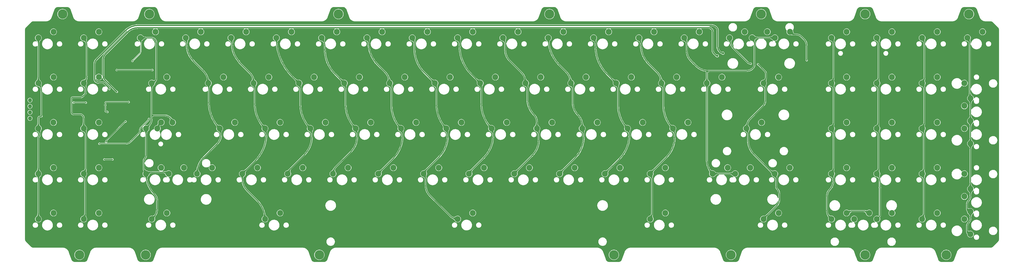
<source format=gbr>
%TF.GenerationSoftware,KiCad,Pcbnew,7.0.2*%
%TF.CreationDate,2023-07-17T22:19:40+10:00*%
%TF.ProjectId,W1-AT PCB,57312d41-5420-4504-9342-2e6b69636164,rev?*%
%TF.SameCoordinates,Original*%
%TF.FileFunction,Copper,L1,Top*%
%TF.FilePolarity,Positive*%
%FSLAX46Y46*%
G04 Gerber Fmt 4.6, Leading zero omitted, Abs format (unit mm)*
G04 Created by KiCad (PCBNEW 7.0.2) date 2023-07-17 22:19:40*
%MOMM*%
%LPD*%
G01*
G04 APERTURE LIST*
%TA.AperFunction,ComponentPad*%
%ADD10C,2.500000*%
%TD*%
%TA.AperFunction,ComponentPad*%
%ADD11C,4.000000*%
%TD*%
%TA.AperFunction,ComponentPad*%
%ADD12C,0.600000*%
%TD*%
%TA.AperFunction,ComponentPad*%
%ADD13R,1.700000X1.700000*%
%TD*%
%TA.AperFunction,ComponentPad*%
%ADD14O,1.700000X1.700000*%
%TD*%
%TA.AperFunction,ViaPad*%
%ADD15C,0.600000*%
%TD*%
%TA.AperFunction,ViaPad*%
%ADD16C,1.000000*%
%TD*%
%TA.AperFunction,Conductor*%
%ADD17C,0.400000*%
%TD*%
%TA.AperFunction,Conductor*%
%ADD18C,0.200000*%
%TD*%
%TA.AperFunction,Conductor*%
%ADD19C,0.250000*%
%TD*%
%TA.AperFunction,Conductor*%
%ADD20C,0.300000*%
%TD*%
%TA.AperFunction,Conductor*%
%ADD21C,0.500000*%
%TD*%
G04 APERTURE END LIST*
D10*
%TO.P,SW2,1,1*%
%TO.N,COL0*%
X113665000Y-40322500D03*
%TO.P,SW2,2,2*%
%TO.N,Net-(D1-A)*%
X120015000Y-37782500D03*
%TD*%
%TO.P,SW56,1,1*%
%TO.N,COL12*%
X356552500Y-59372500D03*
%TO.P,SW56,2,2*%
%TO.N,Net-(D55-A)*%
X362902500Y-56832500D03*
%TD*%
%TO.P,SW33,1,1*%
%TO.N,COL6*%
X237490000Y-97472500D03*
%TO.P,SW33,2,2*%
%TO.N,Net-(D32-A)*%
X243840000Y-94932500D03*
%TD*%
%TO.P,SW49,1,1*%
%TO.N,COL10*%
X323215000Y-78422500D03*
%TO.P,SW49,2,2*%
%TO.N,Net-(D48-A)*%
X329565000Y-75882500D03*
%TD*%
%TO.P,SW78,1,1*%
%TO.N,COL19*%
X505460000Y-122872500D03*
%TO.P,SW78,2,2*%
%TO.N,Net-(D87-A)*%
X502920000Y-116522500D03*
%TD*%
%TO.P,SW63,1,1*%
%TO.N,COL13*%
X370840000Y-116522500D03*
%TO.P,SW63,2,2*%
%TO.N,Net-(D62-A)*%
X377190000Y-113982500D03*
%TD*%
%TO.P,SW51,1,1*%
%TO.N,COL11*%
X327977500Y-40322500D03*
%TO.P,SW51,2,2*%
%TO.N,Net-(D50-A)*%
X334327500Y-37782500D03*
%TD*%
%TO.P,SW52,1,1*%
%TO.N,COL11*%
X337502500Y-59372500D03*
%TO.P,SW52,2,2*%
%TO.N,Net-(D51-A)*%
X343852500Y-56832500D03*
%TD*%
%TO.P,SW7,1,1*%
%TO.N,COL1*%
X132715000Y-40322500D03*
%TO.P,SW7,2,2*%
%TO.N,Net-(D6-A)*%
X139065000Y-37782500D03*
%TD*%
D11*
%TO.P,H5,1*%
%TO.N,N/C*%
X231769670Y-131570001D03*
%TD*%
%TO.P,H2,1*%
%TO.N,N/C*%
X461149670Y-131575379D03*
%TD*%
D10*
%TO.P,SW97,1,1*%
%TO.N,COL16*%
X456565000Y-116522500D03*
%TO.P,SW97,2,2*%
%TO.N,Net-(D91-A)*%
X462915000Y-113982500D03*
%TD*%
%TO.P,SW70,1,1*%
%TO.N,COL15*%
X418465000Y-59372500D03*
%TO.P,SW70,2,2*%
%TO.N,Net-(D69-A)*%
X424815000Y-56832500D03*
%TD*%
%TO.P,SW30,1,1*%
%TO.N,COL6*%
X232727500Y-40322500D03*
%TO.P,SW30,2,2*%
%TO.N,Net-(D29-A)*%
X239077500Y-37782500D03*
%TD*%
%TO.P,SW37,1,1*%
%TO.N,COL7*%
X256540000Y-97472500D03*
%TO.P,SW37,2,2*%
%TO.N,Net-(D36-A)*%
X262890000Y-94932500D03*
%TD*%
%TO.P,SW81,1,1*%
%TO.N,COL18*%
X485140000Y-78422500D03*
%TO.P,SW81,2,2*%
%TO.N,Net-(D80-A)*%
X491490000Y-75882500D03*
%TD*%
%TO.P,SW14,1,1*%
%TO.N,Net-(D13-A)*%
X163671250Y-78422500D03*
%TO.P,SW14,2,2*%
%TO.N,COL2*%
X170021250Y-75882500D03*
%TD*%
D11*
%TO.P,H7,1*%
%TO.N,N/C*%
X461169670Y-30340001D03*
%TD*%
D10*
%TO.P,SW31,1,1*%
%TO.N,COL6*%
X242252500Y-59372500D03*
%TO.P,SW31,2,2*%
%TO.N,Net-(D30-A)*%
X248602500Y-56832500D03*
%TD*%
%TO.P,SW40,1,1*%
%TO.N,COL8*%
X280352500Y-59372500D03*
%TO.P,SW40,2,2*%
%TO.N,Net-(D39-A)*%
X286702500Y-56832500D03*
%TD*%
%TO.P,SW6,1,1*%
%TO.N,COL0*%
X113665000Y-116522500D03*
%TO.P,SW6,2,2*%
%TO.N,Net-(D5-A)*%
X120015000Y-113982500D03*
%TD*%
%TO.P,SW93,1,1*%
%TO.N,COL16*%
X447040000Y-78422500D03*
%TO.P,SW93,2,2*%
%TO.N,Net-(D89-A)*%
X453390000Y-75882500D03*
%TD*%
%TO.P,SW19,1,1*%
%TO.N,COL3*%
X189865000Y-78422500D03*
%TO.P,SW19,2,2*%
%TO.N,Net-(D18-A)*%
X196215000Y-75882500D03*
%TD*%
%TO.P,SW92,1,1*%
%TO.N,COL14*%
X397033750Y-97472500D03*
%TO.P,SW92,2,2*%
%TO.N,Net-(D66-A)*%
X403383750Y-94932500D03*
%TD*%
%TO.P,SW18,1,1*%
%TO.N,COL3*%
X185102500Y-59372500D03*
%TO.P,SW18,2,2*%
%TO.N,Net-(D17-A)*%
X191452500Y-56832500D03*
%TD*%
%TO.P,SW58,1,1*%
%TO.N,COL12*%
X351790000Y-97472500D03*
%TO.P,SW58,2,2*%
%TO.N,Net-(D57-A)*%
X358140000Y-94932500D03*
%TD*%
%TO.P,SW3,1,1*%
%TO.N,COL0*%
X113665000Y-59372500D03*
%TO.P,SW3,2,2*%
%TO.N,Net-(D2-A)*%
X120015000Y-56832500D03*
%TD*%
%TO.P,SW83,1,1*%
%TO.N,COL17*%
X466090000Y-116522500D03*
%TO.P,SW83,2,2*%
%TO.N,Net-(D77-A)*%
X472440000Y-113982500D03*
%TD*%
D11*
%TO.P,H10,1*%
%TO.N,N/C*%
X355579670Y-131580001D03*
%TD*%
%TO.P,H11,1*%
%TO.N,N/C*%
X123819670Y-30315379D03*
%TD*%
D10*
%TO.P,SW41,1,1*%
%TO.N,COL8*%
X285115000Y-78422500D03*
%TO.P,SW41,2,2*%
%TO.N,Net-(D40-A)*%
X291465000Y-75882500D03*
%TD*%
%TO.P,SW16,1,1*%
%TO.N,COL2*%
X161290000Y-116522500D03*
%TO.P,SW16,2,2*%
%TO.N,Net-(D15-A)*%
X167640000Y-113982500D03*
%TD*%
%TO.P,SW45,1,1*%
%TO.N,COL9*%
X304165000Y-78422500D03*
%TO.P,SW45,2,2*%
%TO.N,Net-(D44-A)*%
X310515000Y-75882500D03*
%TD*%
%TO.P,SW44,1,1*%
%TO.N,COL9*%
X299402500Y-59372500D03*
%TO.P,SW44,2,2*%
%TO.N,Net-(D43-A)*%
X305752500Y-56832500D03*
%TD*%
%TO.P,SW24,1,1*%
%TO.N,COL4*%
X208915000Y-78422500D03*
%TO.P,SW24,2,2*%
%TO.N,Net-(D23-A)*%
X215265000Y-75882500D03*
%TD*%
%TO.P,SW35,1,1*%
%TO.N,COL7*%
X261302500Y-59372500D03*
%TO.P,SW35,2,2*%
%TO.N,Net-(D34-A)*%
X267652500Y-56832500D03*
%TD*%
%TO.P,SW10,1,1*%
%TO.N,COL1*%
X132715000Y-97472500D03*
%TO.P,SW10,2,2*%
%TO.N,Net-(D9-A)*%
X139065000Y-94932500D03*
%TD*%
%TO.P,SW48,1,1*%
%TO.N,COL10*%
X318452500Y-59372500D03*
%TO.P,SW48,2,2*%
%TO.N,Net-(D47-A)*%
X324802500Y-56832500D03*
%TD*%
%TO.P,SW68,1,1*%
%TO.N,COL14*%
X406558750Y-97472500D03*
%TO.P,SW68,2,2*%
%TO.N,Net-(D66-A)*%
X412908750Y-94932500D03*
%TD*%
%TO.P,SW84,1,1*%
%TO.N,COL19*%
X504190000Y-40322500D03*
%TO.P,SW84,2,2*%
%TO.N,Net-(D83-A)*%
X510540000Y-37782500D03*
%TD*%
%TO.P,SW77,1,1*%
%TO.N,COL17*%
X466090000Y-97472500D03*
%TO.P,SW77,2,2*%
%TO.N,Net-(D76-A)*%
X472440000Y-94932500D03*
%TD*%
%TO.P,SW74,1,1*%
%TO.N,COL17*%
X466090000Y-40322500D03*
%TO.P,SW74,2,2*%
%TO.N,Net-(D73-A)*%
X472440000Y-37782500D03*
%TD*%
%TO.P,SW86,1,1*%
%TO.N,COL19*%
X505460000Y-84772500D03*
%TO.P,SW86,2,2*%
%TO.N,Net-(D85-A)*%
X502920000Y-78422500D03*
%TD*%
%TO.P,SW75,1,1*%
%TO.N,COL17*%
X466090000Y-59372500D03*
%TO.P,SW75,2,2*%
%TO.N,Net-(D74-A)*%
X472440000Y-56832500D03*
%TD*%
%TO.P,SW54,1,1*%
%TO.N,COL11*%
X332740000Y-97472500D03*
%TO.P,SW54,2,2*%
%TO.N,Net-(D53-A)*%
X339090000Y-94932500D03*
%TD*%
%TO.P,SW50,1,1*%
%TO.N,COL10*%
X313690000Y-97472500D03*
%TO.P,SW50,2,2*%
%TO.N,Net-(D49-A)*%
X320040000Y-94932500D03*
%TD*%
D11*
%TO.P,H3,1*%
%TO.N,N/C*%
X130949670Y-131570001D03*
%TD*%
D10*
%TO.P,SW42,1,1*%
%TO.N,COL8*%
X275590000Y-97472500D03*
%TO.P,SW42,2,2*%
%TO.N,Net-(D41-A)*%
X281940000Y-94932500D03*
%TD*%
%TO.P,SW28,1,1*%
%TO.N,COL5*%
X227965000Y-78422500D03*
%TO.P,SW28,2,2*%
%TO.N,Net-(D27-A)*%
X234315000Y-75882500D03*
%TD*%
%TO.P,SW23,1,1*%
%TO.N,COL4*%
X204152500Y-59372500D03*
%TO.P,SW23,2,2*%
%TO.N,Net-(D22-A)*%
X210502500Y-56832500D03*
%TD*%
%TO.P,SW38,1,1*%
%TO.N,COL8*%
X289877500Y-116505597D03*
%TO.P,SW38,2,2*%
%TO.N,Net-(D37-A)*%
X296227500Y-113965597D03*
%TD*%
%TO.P,SW20,1,1*%
%TO.N,COL3*%
X180340000Y-97472500D03*
%TO.P,SW20,2,2*%
%TO.N,Net-(D19-A)*%
X186690000Y-94932500D03*
%TD*%
%TO.P,SW47,1,1*%
%TO.N,COL10*%
X308927500Y-40322500D03*
%TO.P,SW47,2,2*%
%TO.N,Net-(D46-A)*%
X315277500Y-37782500D03*
%TD*%
%TO.P,SW73,1,1*%
%TO.N,COL15*%
X418465000Y-116522500D03*
%TO.P,SW73,2,2*%
%TO.N,Net-(D72-A)*%
X424815000Y-113982500D03*
%TD*%
%TO.P,SW87,1,1*%
%TO.N,COL19*%
X505460000Y-113347500D03*
%TO.P,SW87,2,2*%
%TO.N,Net-(D86-A)*%
X502920000Y-106997500D03*
%TD*%
%TO.P,SW12,1,1*%
%TO.N,COL2*%
X156527500Y-40322500D03*
%TO.P,SW12,2,2*%
%TO.N,Net-(D11-A)*%
X162877500Y-37782500D03*
%TD*%
D11*
%TO.P,H8,1*%
%TO.N,N/C*%
X495284972Y-131565379D03*
%TD*%
D10*
%TO.P,SW62,1,1*%
%TO.N,COL13*%
X370840000Y-97472500D03*
%TO.P,SW62,2,2*%
%TO.N,Net-(D61-A)*%
X377190000Y-94932500D03*
%TD*%
D11*
%TO.P,H9,1*%
%TO.N,N/C*%
X404804972Y-131565379D03*
%TD*%
D10*
%TO.P,SW22,1,1*%
%TO.N,COL4*%
X194627500Y-40322500D03*
%TO.P,SW22,2,2*%
%TO.N,Net-(D21-A)*%
X200977500Y-37782500D03*
%TD*%
%TO.P,SW89,1,1*%
%TO.N,COL2*%
X158908750Y-78422500D03*
%TO.P,SW89,2,2*%
%TO.N,Net-(D13-A)*%
X165258750Y-75882500D03*
%TD*%
D11*
%TO.P,H14,1*%
%TO.N,N/C*%
X504809670Y-30330001D03*
%TD*%
D10*
%TO.P,SW76,1,1*%
%TO.N,COL17*%
X466090000Y-78422500D03*
%TO.P,SW76,2,2*%
%TO.N,Net-(D75-A)*%
X472440000Y-75882500D03*
%TD*%
D11*
%TO.P,H1,1*%
%TO.N,N/C*%
X417499670Y-30320001D03*
%TD*%
D10*
%TO.P,SW21,1,1*%
%TO.N,COL4*%
X208915000Y-116522500D03*
%TO.P,SW21,2,2*%
%TO.N,Net-(D20-A)*%
X215265000Y-113982500D03*
%TD*%
%TO.P,SW82,1,1*%
%TO.N,COL18*%
X485140000Y-97472500D03*
%TO.P,SW82,2,2*%
%TO.N,Net-(D81-A)*%
X491490000Y-94932500D03*
%TD*%
%TO.P,SW91,1,1*%
%TO.N,COL16*%
X447040000Y-59372500D03*
%TO.P,SW91,2,2*%
%TO.N,Net-(D88-A)*%
X453390000Y-56832500D03*
%TD*%
%TO.P,SW65,1,1*%
%TO.N,COL14*%
X394652500Y-59372500D03*
%TO.P,SW65,2,2*%
%TO.N,Net-(D64-A)*%
X401002500Y-56832500D03*
%TD*%
%TO.P,SW96,1,1*%
%TO.N,COL16*%
X447040000Y-97472500D03*
%TO.P,SW96,2,2*%
%TO.N,Net-(D90-A)*%
X453390000Y-94932500D03*
%TD*%
%TO.P,SW69,1,1*%
%TO.N,COL15*%
X404177500Y-40322500D03*
%TO.P,SW69,2,2*%
%TO.N,Net-(D68-A)*%
X410527500Y-37782500D03*
%TD*%
%TO.P,SW34,1,1*%
%TO.N,COL7*%
X251777500Y-40322500D03*
%TO.P,SW34,2,2*%
%TO.N,Net-(D33-A)*%
X258127500Y-37782500D03*
%TD*%
%TO.P,SW79,1,1*%
%TO.N,COL18*%
X485140000Y-40322500D03*
%TO.P,SW79,2,2*%
%TO.N,Net-(D78-A)*%
X491490000Y-37782500D03*
%TD*%
%TO.P,SW60,1,1*%
%TO.N,COL13*%
X375602500Y-59372500D03*
%TO.P,SW60,2,2*%
%TO.N,Net-(D59-A)*%
X381952500Y-56832500D03*
%TD*%
%TO.P,SW15,1,1*%
%TO.N,COL2*%
X168433750Y-97472500D03*
%TO.P,SW15,2,2*%
%TO.N,Net-(D14-A)*%
X174783750Y-94932500D03*
%TD*%
%TO.P,SW39,1,1*%
%TO.N,COL8*%
X270827500Y-40322500D03*
%TO.P,SW39,2,2*%
%TO.N,Net-(D38-A)*%
X277177500Y-37782500D03*
%TD*%
%TO.P,SW67,1,1*%
%TO.N,COL16*%
X447040000Y-40322500D03*
%TO.P,SW67,2,2*%
%TO.N,Net-(D67-A)*%
X453390000Y-37782500D03*
%TD*%
D11*
%TO.P,H13,1*%
%TO.N,N/C*%
X328504972Y-30315379D03*
%TD*%
%TO.P,H4,1*%
%TO.N,N/C*%
X158739670Y-131585379D03*
%TD*%
D10*
%TO.P,SW72,1,1*%
%TO.N,COL15*%
X423164000Y-97472500D03*
%TO.P,SW72,2,2*%
%TO.N,Net-(D71-A)*%
X429514000Y-94932500D03*
%TD*%
%TO.P,SW27,1,1*%
%TO.N,COL5*%
X223202500Y-59372500D03*
%TO.P,SW27,2,2*%
%TO.N,Net-(D26-A)*%
X229552500Y-56832500D03*
%TD*%
%TO.P,SW95,1,1*%
%TO.N,COL19*%
X505460000Y-103822500D03*
%TO.P,SW95,2,2*%
%TO.N,Net-(D86-A)*%
X502920000Y-97472500D03*
%TD*%
%TO.P,SW5,1,1*%
%TO.N,COL0*%
X113665000Y-97472500D03*
%TO.P,SW5,2,2*%
%TO.N,Net-(D4-A)*%
X120015000Y-94932500D03*
%TD*%
%TO.P,SW80,1,1*%
%TO.N,COL18*%
X485140000Y-59372500D03*
%TO.P,SW80,2,2*%
%TO.N,Net-(D79-A)*%
X491490000Y-56832500D03*
%TD*%
%TO.P,SW94,1,1*%
%TO.N,COL19*%
X505460000Y-65722500D03*
%TO.P,SW94,2,2*%
%TO.N,Net-(D84-A)*%
X502920000Y-59372500D03*
%TD*%
%TO.P,SW26,1,1*%
%TO.N,COL5*%
X213677500Y-40322500D03*
%TO.P,SW26,2,2*%
%TO.N,Net-(D25-A)*%
X220027500Y-37782500D03*
%TD*%
%TO.P,SW4,1,1*%
%TO.N,COL0*%
X113645920Y-78422500D03*
%TO.P,SW4,2,2*%
%TO.N,Net-(D3-A)*%
X119995920Y-75882500D03*
%TD*%
%TO.P,SW46,1,1*%
%TO.N,COL9*%
X294640000Y-97472500D03*
%TO.P,SW46,2,2*%
%TO.N,Net-(D45-A)*%
X300990000Y-94932500D03*
%TD*%
%TO.P,SW98,1,1*%
%TO.N,COL16*%
X447040000Y-116522500D03*
%TO.P,SW98,2,2*%
%TO.N,Net-(D91-A)*%
X453390000Y-113982500D03*
%TD*%
%TO.P,SW61,1,1*%
%TO.N,COL13*%
X380365000Y-78422500D03*
%TO.P,SW61,2,2*%
%TO.N,Net-(D60-A)*%
X386715000Y-75882500D03*
%TD*%
%TO.P,SW11,1,1*%
%TO.N,COL1*%
X132715000Y-116522500D03*
%TO.P,SW11,2,2*%
%TO.N,Net-(D10-A)*%
X139065000Y-113982500D03*
%TD*%
%TO.P,SW43,1,1*%
%TO.N,COL9*%
X289877500Y-40322500D03*
%TO.P,SW43,2,2*%
%TO.N,Net-(D42-A)*%
X296227500Y-37782500D03*
%TD*%
D11*
%TO.P,H12,1*%
%TO.N,N/C*%
X160329670Y-30325379D03*
%TD*%
D10*
%TO.P,SW85,1,1*%
%TO.N,COL19*%
X505460000Y-75247500D03*
%TO.P,SW85,2,2*%
%TO.N,Net-(D84-A)*%
X502920000Y-68897500D03*
%TD*%
%TO.P,SW53,1,1*%
%TO.N,COL11*%
X342265000Y-78422500D03*
%TO.P,SW53,2,2*%
%TO.N,Net-(D52-A)*%
X348615000Y-75882500D03*
%TD*%
%TO.P,SW32,1,1*%
%TO.N,COL6*%
X247015000Y-78422500D03*
%TO.P,SW32,2,2*%
%TO.N,Net-(D31-A)*%
X253365000Y-75882500D03*
%TD*%
%TO.P,SW36,1,1*%
%TO.N,COL7*%
X266065000Y-78422500D03*
%TO.P,SW36,2,2*%
%TO.N,Net-(D35-A)*%
X272415000Y-75882500D03*
%TD*%
D11*
%TO.P,H6,1*%
%TO.N,N/C*%
X239784972Y-30325379D03*
%TD*%
D10*
%TO.P,SW71,1,1*%
%TO.N,COL15*%
X411289500Y-78422500D03*
%TO.P,SW71,2,2*%
%TO.N,Net-(D70-A)*%
X417639500Y-75882500D03*
%TD*%
%TO.P,SW64,1,1*%
%TO.N,COL14*%
X385127500Y-40322500D03*
%TO.P,SW64,2,2*%
%TO.N,Net-(D63-A)*%
X391477500Y-37782500D03*
%TD*%
%TO.P,SW88,1,1*%
%TO.N,COL18*%
X485140000Y-116522500D03*
%TO.P,SW88,2,2*%
%TO.N,Net-(D82-A)*%
X491490000Y-113982500D03*
%TD*%
%TO.P,SW29,1,1*%
%TO.N,COL5*%
X218440000Y-97472500D03*
%TO.P,SW29,2,2*%
%TO.N,Net-(D28-A)*%
X224790000Y-94932500D03*
%TD*%
%TO.P,SW99,1,1*%
%TO.N,COL14*%
X423227500Y-40322500D03*
%TO.P,SW99,2,2*%
%TO.N,Net-(D65-A)*%
X429577500Y-37782500D03*
%TD*%
%TO.P,SW17,1,1*%
%TO.N,COL3*%
X175577500Y-40322500D03*
%TO.P,SW17,2,2*%
%TO.N,Net-(D16-A)*%
X181927500Y-37782500D03*
%TD*%
%TO.P,SW55,1,1*%
%TO.N,COL12*%
X347027500Y-40322500D03*
%TO.P,SW55,2,2*%
%TO.N,Net-(D54-A)*%
X353377500Y-37782500D03*
%TD*%
%TO.P,SW25,1,1*%
%TO.N,COL4*%
X199390000Y-97472500D03*
%TO.P,SW25,2,2*%
%TO.N,Net-(D24-A)*%
X205740000Y-94932500D03*
%TD*%
%TO.P,SW9,1,1*%
%TO.N,COL1*%
X132715000Y-78422500D03*
%TO.P,SW9,2,2*%
%TO.N,Net-(D8-A)*%
X139065000Y-75882500D03*
%TD*%
%TO.P,SW57,1,1*%
%TO.N,COL12*%
X361315000Y-78422500D03*
%TO.P,SW57,2,2*%
%TO.N,Net-(D56-A)*%
X367665000Y-75882500D03*
%TD*%
%TO.P,SW59,1,1*%
%TO.N,COL13*%
X366077500Y-40322500D03*
%TO.P,SW59,2,2*%
%TO.N,Net-(D58-A)*%
X372427500Y-37782500D03*
%TD*%
%TO.P,SW8,1,1*%
%TO.N,COL1*%
X132715000Y-59372500D03*
%TO.P,SW8,2,2*%
%TO.N,Net-(D7-A)*%
X139065000Y-56832500D03*
%TD*%
%TO.P,SW13,1,1*%
%TO.N,COL2*%
X161290000Y-59372500D03*
%TO.P,SW13,2,2*%
%TO.N,Net-(D12-A)*%
X167640000Y-56832500D03*
%TD*%
%TO.P,SW90,1,1*%
%TO.N,COL2*%
X158908750Y-97472500D03*
%TO.P,SW90,2,2*%
%TO.N,Net-(D14-A)*%
X165258750Y-94932500D03*
%TD*%
%TO.P,SW66,1,1*%
%TO.N,COL14*%
X413702500Y-40322500D03*
%TO.P,SW66,2,2*%
%TO.N,Net-(D65-A)*%
X420052500Y-37782500D03*
%TD*%
D12*
%TO.P,U4,57,GND*%
%TO.N,GND*%
X142997000Y-70648750D03*
X144272000Y-70648750D03*
X145547000Y-70648750D03*
X142997000Y-69373750D03*
X144272000Y-69373750D03*
X145547000Y-69373750D03*
X142997000Y-68098750D03*
X144272000Y-68098750D03*
X145547000Y-68098750D03*
%TD*%
D13*
%TO.P,J2,1,Pin_1*%
%TO.N,GND*%
X110121670Y-64008000D03*
D14*
%TO.P,J2,2,Pin_2*%
%TO.N,+3.3V*%
X110121670Y-66548000D03*
%TO.P,J2,3,Pin_3*%
%TO.N,RESET*%
X110121670Y-69088000D03*
%TO.P,J2,4,Pin_4*%
%TO.N,SWD*%
X110121670Y-71628000D03*
%TO.P,J2,5,Pin_5*%
%TO.N,SWCLK*%
X110121670Y-74168000D03*
%TD*%
D15*
%TO.N,COL0*%
X114975000Y-73235406D03*
%TO.N,COL2*%
X153174670Y-50038000D03*
%TO.N,COL3*%
X178816000Y-50001500D03*
%TO.N,COL4*%
X197943069Y-50227601D03*
%TO.N,COL5*%
X216059185Y-50513815D03*
%TO.N,COL6*%
X235163152Y-50673000D03*
%TO.N,COL7*%
X255486559Y-50723111D03*
%TO.N,COL8*%
X282176491Y-90279491D03*
%TO.N,COL9*%
X300905373Y-90720373D03*
%TO.N,COL10*%
X321139750Y-89872750D03*
%TO.N,COL11*%
X340569857Y-89236857D03*
%TO.N,COL12*%
X359682154Y-89045154D03*
%TO.N,COL13*%
X369819408Y-50804592D03*
%TO.N,COL14*%
X389185835Y-51135835D03*
%TO.N,COL15*%
X416179000Y-51435000D03*
X413131000Y-51181000D03*
%TO.N,COL16*%
X447199959Y-102890289D03*
%TO.N,COL17*%
X467400000Y-103251000D03*
%TO.N,GND*%
X226072670Y-69977000D03*
X302780670Y-92964000D03*
X344182670Y-75565000D03*
X134759670Y-105283000D03*
X469023670Y-52832000D03*
X488327670Y-54864000D03*
X313067670Y-48514000D03*
X363994670Y-45847000D03*
X208165670Y-67691000D03*
X307098670Y-45847000D03*
X274459670Y-48514000D03*
X130822670Y-68961000D03*
X264934670Y-67691000D03*
X148983670Y-92837000D03*
X335800670Y-90170000D03*
X147586670Y-73533000D03*
X325767670Y-48514000D03*
X151638000Y-70485000D03*
X482358670Y-54864000D03*
X482612670Y-105918000D03*
X240931670Y-69977000D03*
X369963670Y-45847000D03*
X264934670Y-65024000D03*
X141363670Y-105791000D03*
X156730670Y-110744000D03*
X233045000Y-50292000D03*
X284492670Y-72644000D03*
X202196670Y-65024000D03*
X139573000Y-90424000D03*
X184924670Y-83820000D03*
X413131000Y-49911000D03*
X156730670Y-69723000D03*
X361962670Y-72898000D03*
X205752670Y-83820000D03*
X482612670Y-108585000D03*
X117868670Y-65913000D03*
X302780670Y-69977000D03*
X350659670Y-48514000D03*
X115074670Y-105410000D03*
X286397670Y-113284000D03*
X263537670Y-86487000D03*
X144145000Y-56134000D03*
X227088670Y-67691000D03*
X153555670Y-72644000D03*
X135128000Y-86360000D03*
X155321000Y-79248000D03*
X154190670Y-77978000D03*
X274574000Y-50546000D03*
X395871670Y-72898000D03*
X124091670Y-89281000D03*
X450989670Y-75311000D03*
X284111670Y-93218000D03*
X507250670Y-52197000D03*
X150761670Y-113411000D03*
X413651670Y-86487000D03*
X130060670Y-110744000D03*
X475615000Y-52197000D03*
X278396670Y-65024000D03*
X367665000Y-50165000D03*
X211721670Y-45847000D03*
X221881670Y-72644000D03*
X301383670Y-86487000D03*
X179590670Y-45847000D03*
X344182670Y-72898000D03*
X415556670Y-73025000D03*
X187845670Y-69977000D03*
X278777670Y-72644000D03*
X132842000Y-86360000D03*
X302780670Y-72644000D03*
X344690670Y-45847000D03*
X374916670Y-75565000D03*
X127266670Y-95250000D03*
X200406000Y-50038000D03*
X383044670Y-83820000D03*
X341769670Y-92837000D03*
X117868670Y-68580000D03*
X122694670Y-109474000D03*
X114681000Y-83820000D03*
X380885670Y-72898000D03*
X501281670Y-54864000D03*
X199021670Y-45847000D03*
X450989670Y-91694000D03*
X488835670Y-94361000D03*
X361962670Y-75565000D03*
X116725670Y-112141000D03*
X231279670Y-110744000D03*
X445020670Y-72644000D03*
X488581670Y-111379000D03*
X124091670Y-91694000D03*
X394601670Y-110617000D03*
X142252670Y-108966000D03*
X157746670Y-73152000D03*
X167271670Y-85852000D03*
X307098670Y-48514000D03*
X148729670Y-72517000D03*
X377075670Y-86487000D03*
X230898670Y-45847000D03*
X127762000Y-60833000D03*
X482866670Y-91694000D03*
X406539670Y-110744000D03*
X445020670Y-91694000D03*
X135509000Y-55118000D03*
X335800670Y-92837000D03*
X173621670Y-45847000D03*
X220103670Y-93218000D03*
X193179670Y-67437000D03*
X268490670Y-48514000D03*
X115074670Y-94615000D03*
X360565670Y-89916000D03*
X410857670Y-86487000D03*
X180352670Y-110744000D03*
X427621670Y-110617000D03*
X363740670Y-86487000D03*
X138049000Y-73787000D03*
X168668670Y-90551000D03*
X112280670Y-91948000D03*
X454291670Y-109220000D03*
X130810000Y-63373000D03*
X140589000Y-73025000D03*
X236867670Y-48514000D03*
X316623670Y-92583000D03*
X433590670Y-113284000D03*
X278777670Y-69977000D03*
X130187670Y-102997000D03*
X463816670Y-75311000D03*
X122694670Y-112141000D03*
X363740670Y-83820000D03*
X326275670Y-86487000D03*
X112280670Y-105410000D03*
X322592670Y-92583000D03*
X488581670Y-105918000D03*
X250075670Y-48514000D03*
X264172670Y-72644000D03*
X320306670Y-83820000D03*
X230390670Y-86487000D03*
X125730000Y-63500000D03*
X134759670Y-107950000D03*
X450989670Y-72644000D03*
X139446000Y-86741000D03*
X131965670Y-107950000D03*
X136029670Y-113411000D03*
X136664670Y-70500250D03*
X287921670Y-86487000D03*
X344944670Y-83820000D03*
X243598670Y-86487000D03*
X379234670Y-92583000D03*
X415556670Y-75692000D03*
X211721670Y-48514000D03*
X331736670Y-45847000D03*
X354596670Y-89916000D03*
X433451000Y-51562000D03*
X373265670Y-89916000D03*
X325767670Y-45847000D03*
X258965670Y-67691000D03*
X357771670Y-86487000D03*
X269506670Y-86487000D03*
X149745670Y-64389000D03*
X344690670Y-48514000D03*
X236867670Y-45847000D03*
X410464000Y-51689000D03*
X322592670Y-89916000D03*
X115074670Y-108077000D03*
X269506670Y-83820000D03*
X112280670Y-94615000D03*
X139446000Y-63881000D03*
X410857670Y-83820000D03*
X391299670Y-92329000D03*
X217690670Y-48514000D03*
X154686000Y-70358000D03*
X167271670Y-84074000D03*
X158508670Y-71374000D03*
X382917670Y-48514000D03*
X149364670Y-90043000D03*
X317639670Y-113284000D03*
X472325670Y-47752000D03*
X134747000Y-74041000D03*
X129413000Y-58801000D03*
X221119670Y-65024000D03*
X287921670Y-83820000D03*
X359549670Y-113411000D03*
X310007000Y-50292000D03*
X258838670Y-93218000D03*
X149110670Y-73787000D03*
X146431000Y-57277000D03*
X302780670Y-90297000D03*
X316623670Y-89916000D03*
X144653000Y-47752000D03*
X147447000Y-61849000D03*
X156730670Y-113411000D03*
X320306670Y-86487000D03*
X284111670Y-90297000D03*
X338975670Y-83820000D03*
X123837670Y-102997000D03*
X193052670Y-45847000D03*
X314337670Y-69977000D03*
X136029670Y-110744000D03*
X130810000Y-75438000D03*
X429018670Y-114554000D03*
X193179670Y-64770000D03*
X130822670Y-70231000D03*
X391299670Y-89662000D03*
X488581670Y-108585000D03*
X284492670Y-69977000D03*
X221119670Y-67691000D03*
X377075670Y-83820000D03*
X250075670Y-45847000D03*
X445020670Y-75311000D03*
X225310670Y-110744000D03*
X240931670Y-72644000D03*
X135394670Y-68961000D03*
X453402670Y-46482000D03*
X224421670Y-83820000D03*
X280428670Y-113284000D03*
X365518670Y-113411000D03*
X450989670Y-94361000D03*
X131965670Y-105283000D03*
X238899670Y-93218000D03*
X180352670Y-113411000D03*
X369963670Y-48514000D03*
X116725670Y-109474000D03*
X127139670Y-90551000D03*
X274459670Y-45847000D03*
X123952000Y-47752000D03*
X112649000Y-83820000D03*
X231279670Y-113411000D03*
X307352670Y-83820000D03*
X319036670Y-72517000D03*
X445020670Y-94361000D03*
X113550670Y-70485000D03*
X239153670Y-67691000D03*
X450989670Y-52832000D03*
X359549670Y-110744000D03*
X379234670Y-89916000D03*
X148602670Y-62865000D03*
X453402670Y-45593000D03*
X174383670Y-110744000D03*
X218440000Y-50292000D03*
X482612670Y-114046000D03*
X454291670Y-48768000D03*
X153428670Y-66929000D03*
X268490670Y-45847000D03*
X389902670Y-72898000D03*
X278396670Y-67691000D03*
X329184000Y-50419000D03*
X146062670Y-83820000D03*
X157619670Y-70358000D03*
X108724670Y-65913000D03*
X338213670Y-75565000D03*
X463054670Y-52832000D03*
X165493670Y-45847000D03*
X181241670Y-64770000D03*
X442468000Y-51308000D03*
X137668000Y-67818000D03*
X174383670Y-113411000D03*
X227088670Y-65024000D03*
X373265670Y-92583000D03*
X382917670Y-45847000D03*
X136144000Y-57658000D03*
X179590670Y-48514000D03*
X187845670Y-72644000D03*
X412508670Y-110744000D03*
X249567670Y-86487000D03*
X293001670Y-72644000D03*
X198894670Y-113411000D03*
X469023670Y-55499000D03*
X488835670Y-91694000D03*
X450989670Y-55499000D03*
X133616670Y-70231000D03*
X113804670Y-63373000D03*
X333121000Y-50419000D03*
X326275670Y-83820000D03*
X139573000Y-88519000D03*
X245122670Y-72644000D03*
X388632670Y-113284000D03*
X245122670Y-69977000D03*
X363994670Y-48514000D03*
X258965670Y-65024000D03*
X319036670Y-75184000D03*
X152412670Y-78232000D03*
X323608670Y-110617000D03*
X389902670Y-75565000D03*
X138684000Y-50419000D03*
X132842000Y-83820000D03*
X146062670Y-82423000D03*
X225310670Y-113411000D03*
X184924670Y-86487000D03*
X388886670Y-48514000D03*
X507250670Y-54864000D03*
X453402670Y-47371000D03*
X199021670Y-48514000D03*
X440829670Y-48768000D03*
X162445670Y-69850000D03*
X217690670Y-45847000D03*
X488581670Y-114046000D03*
X281952670Y-83820000D03*
X317639670Y-110617000D03*
X296811670Y-90297000D03*
X138684000Y-47752000D03*
X463816670Y-72644000D03*
X388886670Y-45847000D03*
X482739670Y-72644000D03*
X469785670Y-75311000D03*
X226072670Y-72644000D03*
X167271670Y-84963000D03*
X374916670Y-72898000D03*
X184289670Y-70993000D03*
X144399000Y-59309000D03*
X290576000Y-50673000D03*
X464197670Y-94361000D03*
X159524670Y-45847000D03*
X313944000Y-50165000D03*
X354596670Y-92583000D03*
X365518670Y-110744000D03*
X256044670Y-48514000D03*
X474853000Y-46609000D03*
X388505670Y-89662000D03*
X460260670Y-106553000D03*
X464197670Y-91694000D03*
X253111000Y-50546000D03*
X190893670Y-86487000D03*
X173621670Y-48514000D03*
X178066670Y-86233000D03*
X281952670Y-86487000D03*
X388632670Y-110617000D03*
X245122670Y-67691000D03*
X202196670Y-67691000D03*
X156476670Y-74422000D03*
X347726000Y-50419000D03*
X256044670Y-45847000D03*
X211721670Y-86487000D03*
X470166670Y-94361000D03*
X204863670Y-113411000D03*
X138176000Y-54864000D03*
X108724670Y-63246000D03*
X160286670Y-69850000D03*
X115074670Y-91948000D03*
X146062670Y-81026000D03*
X338213670Y-72898000D03*
X463054670Y-55499000D03*
X130822670Y-90297000D03*
X488708670Y-75311000D03*
X470166670Y-91694000D03*
X144653000Y-50419000D03*
X488708670Y-72644000D03*
X135128000Y-88900000D03*
X422414670Y-48641000D03*
X114681000Y-86360000D03*
X325005670Y-72517000D03*
X472325670Y-45974000D03*
X256413000Y-50292000D03*
X293382670Y-45847000D03*
X287413670Y-45847000D03*
X415925000Y-53213000D03*
X160286670Y-72517000D03*
X296811670Y-92964000D03*
X284365670Y-65024000D03*
X239153670Y-65024000D03*
X206895670Y-69977000D03*
X138176000Y-52959000D03*
X138938000Y-60071000D03*
X159524670Y-48514000D03*
X245122670Y-65024000D03*
X287413670Y-48514000D03*
X454914000Y-51689000D03*
X445020670Y-52832000D03*
X501281670Y-52197000D03*
X350659670Y-45847000D03*
X193052670Y-48514000D03*
X264172670Y-69977000D03*
X259981670Y-72644000D03*
X482612670Y-111379000D03*
X482358670Y-52197000D03*
X433590670Y-110617000D03*
X293382670Y-48514000D03*
X123952000Y-50419000D03*
X205752670Y-86487000D03*
X142875000Y-79375000D03*
X142748000Y-57531000D03*
X271145000Y-50546000D03*
X413651670Y-83820000D03*
X113804670Y-66040000D03*
X244868670Y-93218000D03*
X243598670Y-83820000D03*
X198894670Y-110744000D03*
X307352670Y-86487000D03*
X338975670Y-86487000D03*
X472325670Y-46863000D03*
X259981670Y-69977000D03*
X394601670Y-113284000D03*
X127762000Y-59182000D03*
X236601000Y-50292000D03*
X202704670Y-72644000D03*
X454291670Y-106553000D03*
X230390670Y-83820000D03*
X460260670Y-109220000D03*
X344944670Y-86487000D03*
X412508670Y-113411000D03*
X355993670Y-72898000D03*
X117868670Y-70612000D03*
X249567670Y-83820000D03*
X350901000Y-50292000D03*
X226072670Y-93218000D03*
X331736670Y-48514000D03*
X293001670Y-69977000D03*
X441579000Y-43561000D03*
X360565670Y-92583000D03*
X204863670Y-110744000D03*
X168668670Y-92329000D03*
X278142670Y-93218000D03*
X117983000Y-47752000D03*
X280428670Y-110617000D03*
X313067670Y-45847000D03*
X341769670Y-90170000D03*
X301383670Y-83820000D03*
X135128000Y-83820000D03*
X406539670Y-113411000D03*
X150634670Y-76835000D03*
X383044670Y-86487000D03*
X284365670Y-67691000D03*
X208165670Y-65024000D03*
X390906000Y-50419000D03*
X221881670Y-69977000D03*
X395871670Y-75565000D03*
X122809000Y-63500000D03*
X135267670Y-70500250D03*
X130060670Y-113411000D03*
X187210670Y-64770000D03*
X482739670Y-75311000D03*
X117983000Y-50419000D03*
X202704670Y-69977000D03*
X419862000Y-50673000D03*
X409587670Y-75692000D03*
X230898670Y-48514000D03*
X380885670Y-75565000D03*
X388505670Y-92329000D03*
X133616670Y-68961000D03*
X293878000Y-50546000D03*
X211721670Y-83820000D03*
X263537670Y-83820000D03*
X132842000Y-88900000D03*
X323608670Y-113284000D03*
X264807670Y-93218000D03*
X488327670Y-52197000D03*
X213995000Y-50165000D03*
X151892000Y-66294000D03*
X140208000Y-78486000D03*
X325005670Y-75184000D03*
X152793670Y-92837000D03*
X482866670Y-94361000D03*
X409587670Y-73025000D03*
X286397670Y-110617000D03*
X206895670Y-72644000D03*
X469785670Y-72644000D03*
X130822670Y-92329000D03*
X370840000Y-50165000D03*
X201815670Y-93218000D03*
X151904670Y-74295000D03*
X165493670Y-48514000D03*
X190893670Y-83820000D03*
X149098000Y-60198000D03*
X355993670Y-75565000D03*
X314337670Y-72644000D03*
X184416670Y-67183000D03*
X112280670Y-108077000D03*
X135267670Y-67328500D03*
X151257000Y-58039000D03*
X135382000Y-53086000D03*
X386461000Y-50800000D03*
X224421670Y-86487000D03*
X129794000Y-63500000D03*
X445020670Y-55499000D03*
X357771670Y-83820000D03*
X207784670Y-93218000D03*
%TO.N,+3.3V*%
X133604000Y-67564000D03*
X128536670Y-67564000D03*
%TO.N,QSPI_SS*%
X142125670Y-84074000D03*
X150335760Y-75482910D03*
%TO.N,+1V1*%
X151638000Y-67310000D03*
X142673818Y-71457346D03*
X141747295Y-68585047D03*
%TO.N,ROW1*%
X146558000Y-53848000D03*
X161544000Y-53848000D03*
%TO.N,ROW2*%
X160147000Y-74422000D03*
X139319000Y-84836000D03*
%TO.N,ROW3*%
X141363670Y-91440000D03*
X144792670Y-91440000D03*
%TO.N,Net-(D65-A)*%
X436626000Y-49748500D03*
D16*
%TO.N,NUMLED1*%
X401447000Y-46774500D03*
D15*
X143474500Y-61846561D03*
D16*
%TO.N,NUMLED2*%
X399034000Y-47879000D03*
D15*
X146671500Y-62992000D03*
%TD*%
D17*
%TO.N,COL0*%
X113677670Y-83566000D02*
X113677670Y-82559028D01*
X113665000Y-111899881D02*
X113665000Y-116522500D01*
X113677670Y-83566000D02*
X113665000Y-97472500D01*
X113645920Y-78422500D02*
X113645920Y-74043256D01*
X114312670Y-81026000D02*
X114312670Y-80010000D01*
X114975000Y-73235406D02*
X114975000Y-62535119D01*
X113665000Y-97472500D02*
X113665000Y-111899881D01*
X114935314Y-73275093D02*
X114975000Y-73235406D01*
X113665000Y-40322500D02*
X113665000Y-59372500D01*
X114111275Y-73533000D02*
X114312670Y-73533000D01*
X113661601Y-78438182D02*
X113645920Y-78422500D01*
X114043245Y-81676391D02*
G75*
G03*
X113677670Y-82559028I882655J-882609D01*
G01*
X114312674Y-80010000D02*
G75*
G03*
X113661601Y-78438182I-2222874J0D01*
G01*
X114974991Y-62535119D02*
G75*
G03*
X113664999Y-59372501I-4472591J19D01*
G01*
X113804697Y-73660027D02*
G75*
G03*
X113645920Y-74043256I383203J-383273D01*
G01*
X114111275Y-73532981D02*
G75*
G03*
X113804670Y-73660000I25J-433619D01*
G01*
X114312670Y-73532965D02*
G75*
G03*
X114935314Y-73275093I30J880565D01*
G01*
X114043253Y-81676399D02*
G75*
G03*
X114312670Y-81026000I-650353J650399D01*
G01*
%TO.N,COL1*%
X134025000Y-53340000D02*
X134025000Y-43485119D01*
X133616670Y-80137000D02*
X133616670Y-95295677D01*
X132715000Y-78422500D02*
X132715000Y-74093832D01*
X127647670Y-71649790D02*
X127647670Y-65711605D01*
X131402100Y-72518682D02*
X129808352Y-72518682D01*
X134025000Y-56209881D02*
X134025000Y-53340000D01*
X129806670Y-72517000D02*
X128514880Y-72517000D01*
X129808352Y-72518682D02*
X129806670Y-72517000D01*
X133489670Y-63526387D02*
X133489670Y-61242718D01*
X132346670Y-64897000D02*
X133328723Y-63914947D01*
X128081275Y-65278000D02*
X131426855Y-65278000D01*
X133362670Y-99036113D02*
X133362670Y-114958887D01*
X132715000Y-78422500D02*
X133041912Y-78749412D01*
X132219681Y-72897989D02*
G75*
G03*
X131402100Y-72518683I-930981J-935911D01*
G01*
X127774662Y-65404992D02*
G75*
G03*
X127647670Y-65711605I306638J-306608D01*
G01*
X133328722Y-63914946D02*
G75*
G03*
X133489670Y-63526387I-388522J388546D01*
G01*
X133362664Y-99036113D02*
G75*
G03*
X132715000Y-97472500I-2211264J13D01*
G01*
X133489662Y-61242718D02*
G75*
G03*
X132715000Y-59372500I-2644862J18D01*
G01*
X127647684Y-71649790D02*
G75*
G03*
X127901671Y-72262999I867216J-10D01*
G01*
X127901682Y-72262988D02*
G75*
G03*
X128514880Y-72517000I613218J613188D01*
G01*
X133616662Y-80137000D02*
G75*
G03*
X133041911Y-78749413I-1962362J0D01*
G01*
X132715004Y-116522504D02*
G75*
G03*
X133362670Y-114958887I-1563604J1563604D01*
G01*
X132715007Y-97472507D02*
G75*
G03*
X133616670Y-95295677I-2176807J2176807D01*
G01*
X134024991Y-43485119D02*
G75*
G03*
X132714999Y-40322501I-4472591J19D01*
G01*
X132714966Y-74093832D02*
G75*
G03*
X132219670Y-72898000I-1691166J32D01*
G01*
X131426855Y-65277972D02*
G75*
G03*
X132346670Y-64897000I45J1300772D01*
G01*
X132715006Y-59372506D02*
G75*
G03*
X134025000Y-56209881I-3162606J3162606D01*
G01*
X128081275Y-65277981D02*
G75*
G03*
X127774670Y-65405000I25J-433619D01*
G01*
%TO.N,COL2*%
X161290000Y-73025000D02*
X162052000Y-73025000D01*
X160595078Y-96774000D02*
X166747422Y-96774000D01*
D18*
X153174670Y-50038000D02*
X156191854Y-47020816D01*
D17*
X161401593Y-72755592D02*
X161290000Y-72644000D01*
X158908750Y-78422500D02*
X158908750Y-89870782D01*
X163195000Y-42369869D02*
X163195000Y-57530773D01*
X162052000Y-73025000D02*
X166890765Y-73025000D01*
X161290000Y-72644000D02*
X161290000Y-59372500D01*
X161290000Y-116522500D02*
X162184060Y-115628440D01*
X163576000Y-108804446D02*
X163576000Y-112268000D01*
X158908750Y-78422500D02*
X160112684Y-77218566D01*
X161290000Y-73025000D02*
X161290000Y-72644000D01*
X156527500Y-40322500D02*
X161147631Y-40322500D01*
X157988000Y-92093691D02*
X157988000Y-95249613D01*
X161290000Y-74376274D02*
X161290000Y-73025000D01*
X169981250Y-76193621D02*
X169981250Y-76462500D01*
X158908750Y-97472500D02*
X158908750Y-97536708D01*
D18*
X156730670Y-45720000D02*
X156730670Y-40812995D01*
D17*
X161401593Y-73294408D02*
X161290000Y-73406000D01*
X162826670Y-58420000D02*
X162287241Y-58959429D01*
X162184064Y-115628444D02*
G75*
G03*
X163576000Y-112268000I-3360464J3360444D01*
G01*
X162826692Y-58420022D02*
G75*
G03*
X163195000Y-57530773I-889292J889222D01*
G01*
X163195000Y-42369869D02*
G75*
G03*
X161147631Y-40322500I-2047400J-31D01*
G01*
X163575980Y-108804446D02*
G75*
G03*
X162432999Y-106045001I-3902380J46D01*
G01*
D19*
X156527501Y-40322499D02*
G75*
G03*
X156374198Y-40259000I-153301J-153301D01*
G01*
D17*
X169037011Y-73913989D02*
G75*
G03*
X166890765Y-73025000I-2146211J-2146211D01*
G01*
X158450244Y-90977786D02*
G75*
G03*
X157988000Y-92093691I1115856J-1115914D01*
G01*
X162052000Y-73024997D02*
G75*
G03*
X161401594Y-73294409I0J-919803D01*
G01*
D18*
X156730671Y-40812995D02*
G75*
G03*
X156527499Y-40322501I-693671J-5D01*
G01*
D17*
X160112695Y-77218577D02*
G75*
G03*
X161290000Y-74376274I-2842295J2842277D01*
G01*
D18*
X156191862Y-47020824D02*
G75*
G03*
X156730670Y-45720000I-1300862J1300824D01*
G01*
D17*
X161401596Y-72755589D02*
G75*
G03*
X162052000Y-73025000I650404J650389D01*
G01*
X161290000Y-59372503D02*
G75*
G03*
X162287241Y-58959429I0J1410303D01*
G01*
D20*
X168433733Y-97472517D02*
G75*
G03*
X166747422Y-96774000I-1686333J-1686283D01*
G01*
D17*
X158450240Y-90977782D02*
G75*
G03*
X158908750Y-89870782I-1107040J1106982D01*
G01*
X160595078Y-96773977D02*
G75*
G03*
X158908750Y-97472500I22J-2384823D01*
G01*
X169981241Y-76193621D02*
G75*
G03*
X169037000Y-73914000I-3223841J21D01*
G01*
X157987981Y-95249613D02*
G75*
G03*
X158908751Y-97472499I3143619J13D01*
G01*
X158908747Y-97536708D02*
G75*
G03*
X162433000Y-106045000I12032553J8D01*
G01*
%TO.N,COL3*%
X181225742Y-93358892D02*
X181514223Y-92773909D01*
X180766482Y-94579123D02*
X180976139Y-93961490D01*
X189870000Y-78427500D02*
X189865000Y-78422500D01*
X190385670Y-79679508D02*
X190385670Y-81153000D01*
X183029831Y-90658873D02*
X183258583Y-90426417D01*
X182202714Y-91666722D02*
X182599775Y-91149259D01*
X188341000Y-85344000D02*
X188499865Y-85181733D01*
X188867986Y-84817015D02*
X188220335Y-85464665D01*
X180342628Y-97146377D02*
X180385287Y-96495526D01*
X180340000Y-97472500D02*
X180342628Y-97146377D01*
X181514223Y-92773909D02*
X181840346Y-92209046D01*
X185305670Y-67415304D02*
X185305670Y-62304395D01*
X180976139Y-93961490D02*
X181225742Y-93358892D01*
X180470422Y-95848859D02*
X180597668Y-95209145D01*
X183258583Y-90426417D02*
X188220335Y-85464665D01*
X182638670Y-53848000D02*
X178832851Y-50042181D01*
X176034670Y-43286776D02*
X176034670Y-41426206D01*
X185305670Y-62304395D02*
X185305670Y-59862995D01*
X182599775Y-91149259D02*
X183029831Y-90658873D01*
X180385287Y-96495526D02*
X180470422Y-95848859D01*
X188220335Y-85464665D02*
X188341000Y-85344000D01*
X181840346Y-92209046D02*
X182202714Y-91666722D01*
X180597668Y-95209145D02*
X180766482Y-94579123D01*
X182938279Y-54147610D02*
X182638670Y-53848000D01*
X188867979Y-84817008D02*
G75*
G03*
X190385670Y-81153000I-3663979J3664008D01*
G01*
X185102502Y-59372500D02*
G75*
G03*
X182938279Y-54147610I-7389102J0D01*
G01*
X176034681Y-43286776D02*
G75*
G03*
X178816001Y-50001499I9496019J-24D01*
G01*
X190385666Y-79679508D02*
G75*
G03*
X189865000Y-78422500I-1777666J8D01*
G01*
X176034667Y-41426206D02*
G75*
G03*
X175577500Y-40322500I-1560867J6D01*
G01*
X185305669Y-67415304D02*
G75*
G03*
X189865000Y-78422500I15566531J4D01*
G01*
X185305671Y-59862995D02*
G75*
G03*
X185102499Y-59372501I-693671J-5D01*
G01*
X178815992Y-50001500D02*
G75*
G03*
X178832852Y-50042180I57508J0D01*
G01*
%TO.N,COL4*%
X204609670Y-68028514D02*
X204609670Y-60476206D01*
X199390000Y-97472500D02*
X199390000Y-99615319D01*
X209435670Y-79679508D02*
X209435670Y-80899000D01*
X201422000Y-104521000D02*
X205727009Y-108826009D01*
X202577670Y-55118000D02*
X198123946Y-50664276D01*
X204864698Y-91934301D02*
X204597000Y-92202000D01*
X204152500Y-59372500D02*
X204152500Y-58919975D01*
X195084670Y-41426206D02*
X195084670Y-43074261D01*
X197943069Y-50175454D02*
X197943069Y-50227601D01*
X197488905Y-49721290D02*
X197943069Y-50175454D01*
X204597000Y-92202000D02*
X199434901Y-97364099D01*
X204609667Y-60476206D02*
G75*
G03*
X204152500Y-59372500I-1560867J6D01*
G01*
X195084669Y-43074261D02*
G75*
G03*
X197488906Y-49721290I10400531J3561D01*
G01*
X204864698Y-91934301D02*
G75*
G03*
X209435670Y-80899000I-11035298J11035301D01*
G01*
X208914994Y-116522500D02*
G75*
G03*
X205727009Y-108826009I-10884494J0D01*
G01*
X199389993Y-99615319D02*
G75*
G03*
X201422000Y-104521000I6937707J19D01*
G01*
X204152518Y-58919975D02*
G75*
G03*
X202577669Y-55118001I-5376818J-25D01*
G01*
X204609665Y-68028514D02*
G75*
G03*
X208915001Y-78422499I14699335J14D01*
G01*
X197943063Y-50227601D02*
G75*
G03*
X198123946Y-50664276I617537J1D01*
G01*
X209435666Y-79679508D02*
G75*
G03*
X208915000Y-78422500I-1777666J8D01*
G01*
X199434902Y-97364100D02*
G75*
G03*
X199390000Y-97472500I108398J-108400D01*
G01*
X195084667Y-41426206D02*
G75*
G03*
X194627500Y-40322500I-1560867J6D01*
G01*
%TO.N,COL5*%
X223202500Y-59372500D02*
X223182500Y-59392500D01*
X223786670Y-68335120D02*
X223786670Y-60782811D01*
X224790000Y-90170000D02*
X219113519Y-95846481D01*
X223202500Y-59372500D02*
X220412692Y-56582692D01*
X225478539Y-89481460D02*
X224790000Y-90170000D01*
X228612670Y-79986113D02*
X228612670Y-81915000D01*
X225478535Y-89481456D02*
G75*
G03*
X228612670Y-81915000I-7566435J7566456D01*
G01*
X228612664Y-79986113D02*
G75*
G03*
X227965000Y-78422500I-2211264J13D01*
G01*
X213677505Y-40322500D02*
G75*
G03*
X220412692Y-56582692I22995395J0D01*
G01*
X219113527Y-95846489D02*
G75*
G03*
X218440000Y-97472500I1625973J-1626011D01*
G01*
X223786663Y-68335120D02*
G75*
G03*
X227965001Y-78422499I14265737J20D01*
G01*
X223786665Y-60782811D02*
G75*
G03*
X223202500Y-59372500I-1994465J11D01*
G01*
%TO.N,COL6*%
X242252500Y-59372500D02*
X238371523Y-55491523D01*
X242836670Y-60782811D02*
X242836670Y-68335120D01*
X245067355Y-88180645D02*
X244348000Y-88900000D01*
X247662670Y-79986113D02*
X247662670Y-81915000D01*
X234061000Y-45085000D02*
X234061000Y-43541853D01*
X244348000Y-88900000D02*
X238702334Y-94545667D01*
X242836663Y-68335120D02*
G75*
G03*
X247015001Y-78422499I14265737J20D01*
G01*
X234061048Y-43541853D02*
G75*
G03*
X232727500Y-40322500I-4552848J-47D01*
G01*
X242836665Y-60782811D02*
G75*
G03*
X242252500Y-59372500I-1994465J11D01*
G01*
X245067357Y-88180647D02*
G75*
G03*
X247662670Y-81915000I-6265657J6265647D01*
G01*
X247662664Y-79986113D02*
G75*
G03*
X247015000Y-78422500I-2211264J13D01*
G01*
X238702327Y-94545660D02*
G75*
G03*
X237490000Y-97472500I2926873J-2926840D01*
G01*
X234061016Y-45085000D02*
G75*
G03*
X238371523Y-55491523I14717084J0D01*
G01*
%TO.N,COL7*%
X252476000Y-42494620D02*
X252476000Y-42164000D01*
X262899655Y-90962846D02*
X258090585Y-95771915D01*
X262128000Y-68917742D02*
X262128000Y-64295122D01*
X266700000Y-79955525D02*
X266700000Y-81788000D01*
X259343814Y-54643814D02*
X256210500Y-51510500D01*
X262128000Y-61365433D02*
X262128000Y-64295122D01*
X252476000Y-42008828D02*
X252476000Y-42164000D01*
X256646066Y-97216434D02*
X258090585Y-95771915D01*
X252476000Y-42164000D02*
X252476000Y-43180000D01*
X261302491Y-59372500D02*
G75*
G03*
X259343814Y-54643814I-6687391J0D01*
G01*
X262127986Y-61365433D02*
G75*
G03*
X261302500Y-59372500I-2818386J33D01*
G01*
X262899656Y-90962847D02*
G75*
G03*
X266700000Y-81788000I-9174856J9174847D01*
G01*
X252475992Y-42494620D02*
G75*
G03*
X256210500Y-51510500I12750408J20D01*
G01*
X252475988Y-42008828D02*
G75*
G03*
X251777500Y-40322500I-2384788J28D01*
G01*
X256646073Y-97216441D02*
G75*
G03*
X256540000Y-97472500I256027J-256059D01*
G01*
X266699989Y-79955525D02*
G75*
G03*
X266065000Y-78422500I-2167989J25D01*
G01*
X262127983Y-68917742D02*
G75*
G03*
X266065000Y-78422500I13441817J42D01*
G01*
%TO.N,COL8*%
X278185249Y-106608248D02*
X280289000Y-108712000D01*
X271780000Y-45212000D02*
X271780000Y-42622038D01*
X285635670Y-81928295D02*
X285635670Y-79679508D01*
X281063670Y-68641725D02*
X281063670Y-61089416D01*
X280352500Y-59372500D02*
X275731313Y-54751313D01*
X280289000Y-108712000D02*
X286842264Y-115265264D01*
X276479000Y-99618735D02*
X276479000Y-102489000D01*
X276018873Y-96437109D02*
X282176491Y-90279491D01*
X271779984Y-42622038D02*
G75*
G03*
X270827500Y-40322500I-3251984J38D01*
G01*
X286842258Y-115265270D02*
G75*
G03*
X289877500Y-116522500I3035242J3035270D01*
G01*
X276478985Y-99618735D02*
G75*
G03*
X275590000Y-97472500I-3035185J35D01*
G01*
X271779993Y-45212000D02*
G75*
G03*
X275731313Y-54751313I13490607J0D01*
G01*
X281063660Y-68641725D02*
G75*
G03*
X285115000Y-78422500I13832140J25D01*
G01*
X282176493Y-90279493D02*
G75*
G03*
X285635670Y-81928295I-8351193J8351193D01*
G01*
X276018866Y-96437102D02*
G75*
G03*
X275590000Y-97472500I1035434J-1035398D01*
G01*
X285635666Y-79679508D02*
G75*
G03*
X285115000Y-78422500I-1777666J8D01*
G01*
X276479002Y-102489000D02*
G75*
G03*
X278185249Y-106608248I5825498J0D01*
G01*
X281063663Y-61089416D02*
G75*
G03*
X280352500Y-59372500I-2428063J16D01*
G01*
%TO.N,COL9*%
X294984187Y-96641559D02*
X300905373Y-90720373D01*
X304812670Y-81287324D02*
X304812670Y-79986113D01*
X299859670Y-68028514D02*
X299859670Y-60476206D01*
X299402500Y-59372500D02*
X295552339Y-55522339D01*
X290703000Y-43815000D02*
X290703000Y-40032186D01*
X300905366Y-90720366D02*
G75*
G03*
X304812670Y-81287324I-9433066J9433066D01*
G01*
X290703007Y-43815000D02*
G75*
G03*
X295552339Y-55522339I16556693J0D01*
G01*
X304812664Y-79986113D02*
G75*
G03*
X304165000Y-78422500I-2211264J13D01*
G01*
X299859667Y-60476206D02*
G75*
G03*
X299402500Y-59372500I-1560867J6D01*
G01*
X294984193Y-96641565D02*
G75*
G03*
X294640000Y-97472500I830907J-830935D01*
G01*
X299859665Y-68028514D02*
G75*
G03*
X304165001Y-78422499I14699335J14D01*
G01*
%TO.N,COL10*%
X318452500Y-59372500D02*
X318452500Y-59197231D01*
X323977000Y-83439000D02*
X323977000Y-80262130D01*
X319278000Y-66174705D02*
X319278000Y-61365433D01*
X313796066Y-97216434D02*
X321139750Y-89872750D01*
X321139750Y-89872750D02*
X321433890Y-89578610D01*
X322017236Y-72703566D02*
X321957670Y-72644000D01*
X323215000Y-78422500D02*
X323215000Y-75595224D01*
X309892670Y-45466000D02*
X309892670Y-42652626D01*
X316617749Y-54767749D02*
X311714651Y-49864651D01*
X318452488Y-59197231D02*
G75*
G03*
X316617749Y-54767749I-6264188J31D01*
G01*
X319278007Y-66174705D02*
G75*
G03*
X321957670Y-72644000I9148993J5D01*
G01*
X319277986Y-61365433D02*
G75*
G03*
X318452500Y-59372500I-2818386J33D01*
G01*
X313796073Y-97216441D02*
G75*
G03*
X313690000Y-97472500I256027J-256059D01*
G01*
X309892670Y-45466000D02*
G75*
G03*
X311714651Y-49864651I6220630J0D01*
G01*
X323214989Y-75595224D02*
G75*
G03*
X322017236Y-72703566I-4089389J24D01*
G01*
X309892659Y-42652626D02*
G75*
G03*
X308927500Y-40322500I-3295259J26D01*
G01*
X323976987Y-80262130D02*
G75*
G03*
X323215000Y-78422500I-2601587J30D01*
G01*
X321433886Y-89578606D02*
G75*
G03*
X323977000Y-83439000I-6139586J6139606D01*
G01*
%TO.N,COL11*%
X342265000Y-78422500D02*
X342265000Y-77212488D01*
X338328000Y-67707730D02*
X338328000Y-60198000D01*
X332846066Y-97216434D02*
X339189457Y-90873043D01*
X338328000Y-60198000D02*
X337502500Y-59372500D01*
X335543799Y-54643799D02*
X332754007Y-51854007D01*
X342900000Y-81915000D02*
X342900000Y-79955525D01*
X339189460Y-90873046D02*
G75*
G03*
X342900000Y-81915000I-8958060J8958046D01*
G01*
X332846073Y-97216441D02*
G75*
G03*
X332740000Y-97472500I256027J-256059D01*
G01*
X338327968Y-67707730D02*
G75*
G03*
X340372671Y-72643999I6980932J30D01*
G01*
X342899989Y-79955525D02*
G75*
G03*
X342265000Y-78422500I-2167989J25D01*
G01*
X337502491Y-59372500D02*
G75*
G03*
X335543799Y-54643799I-6687391J0D01*
G01*
X327977497Y-40322500D02*
G75*
G03*
X332754007Y-51854007I16308003J0D01*
G01*
X342265013Y-77212488D02*
G75*
G03*
X340372670Y-72644000I-6460813J-12D01*
G01*
%TO.N,COL12*%
X357378000Y-68917742D02*
X357378000Y-61365433D01*
X347853000Y-43942000D02*
X347853000Y-42315433D01*
X356552500Y-59372500D02*
X352612536Y-55432536D01*
X362077000Y-81153000D02*
X362077000Y-80262130D01*
X351896066Y-97216434D02*
X357917444Y-91195056D01*
X362076987Y-80262130D02*
G75*
G03*
X361315000Y-78422500I-2601587J30D01*
G01*
X347852986Y-42315433D02*
G75*
G03*
X347027500Y-40322500I-2818386J33D01*
G01*
X357377983Y-68917742D02*
G75*
G03*
X361315000Y-78422500I13441817J42D01*
G01*
X357377986Y-61365433D02*
G75*
G03*
X356552500Y-59372500I-2818386J33D01*
G01*
X351896073Y-97216441D02*
G75*
G03*
X351790000Y-97472500I256027J-256059D01*
G01*
X357917442Y-91195054D02*
G75*
G03*
X362077000Y-81153000I-10042042J10042054D01*
G01*
X347853009Y-43942000D02*
G75*
G03*
X352612536Y-55432536I16250091J0D01*
G01*
%TO.N,COL13*%
X366903000Y-43307000D02*
X366903000Y-42315433D01*
X371602000Y-99312130D02*
X371602000Y-114682870D01*
X375619777Y-59389777D02*
X375602500Y-59372500D01*
X376428000Y-68917742D02*
X376428000Y-61341000D01*
X381127000Y-82169000D02*
X381127000Y-80262130D01*
X370946066Y-97216434D02*
X377685865Y-90476635D01*
X373643814Y-54643814D02*
X370152863Y-51152863D01*
X366902986Y-42315433D02*
G75*
G03*
X366077500Y-40322500I-2818386J33D01*
G01*
X370946073Y-97216441D02*
G75*
G03*
X370840000Y-97472500I256027J-256059D01*
G01*
X381126987Y-80262130D02*
G75*
G03*
X380365000Y-78422500I-2601587J30D01*
G01*
X371601987Y-99312130D02*
G75*
G03*
X370840000Y-97472500I-2601587J30D01*
G01*
X370840009Y-116522509D02*
G75*
G03*
X371602000Y-114682870I-1839609J1839609D01*
G01*
X366902993Y-43307000D02*
G75*
G03*
X370152863Y-51152863I11095707J0D01*
G01*
X377685871Y-90476641D02*
G75*
G03*
X381127000Y-82169000I-8307671J8307641D01*
G01*
X376428013Y-61341000D02*
G75*
G03*
X375619777Y-59389777I-2759413J0D01*
G01*
X376427983Y-68917742D02*
G75*
G03*
X380365000Y-78422500I13441817J42D01*
G01*
X375602491Y-59372500D02*
G75*
G03*
X373643814Y-54643814I-6687391J0D01*
G01*
%TO.N,COL14*%
X413756974Y-40376974D02*
X413702500Y-40322500D01*
X389185835Y-51135835D02*
X387840417Y-49790417D01*
X386207000Y-45847000D02*
X386207000Y-42928643D01*
X394652500Y-59372500D02*
X394652500Y-91723654D01*
X394652500Y-59372500D02*
X394652500Y-54910546D01*
X414655000Y-51552975D02*
X414655000Y-42545000D01*
X396506670Y-54229000D02*
X411260554Y-54229000D01*
X395864357Y-54229000D02*
X396506670Y-54229000D01*
X390195500Y-52145500D02*
X389185835Y-51135835D01*
X413702500Y-40322500D02*
X423227500Y-40322500D01*
X395225513Y-54229000D02*
X396506670Y-54229000D01*
X397033750Y-97472500D02*
X406558750Y-97472500D01*
X394758573Y-59116441D02*
G75*
G03*
X394652500Y-59372500I256027J-256059D01*
G01*
X395864357Y-54228964D02*
G75*
G03*
X394637937Y-54737000I43J-1734436D01*
G01*
X390195496Y-52145504D02*
G75*
G03*
X395225513Y-54229000I5030004J5030004D01*
G01*
X394652534Y-91723654D02*
G75*
G03*
X397033750Y-97472500I8130066J-46D01*
G01*
X411260554Y-54228980D02*
G75*
G03*
X414019999Y-53085999I46J3902380D01*
G01*
X386206981Y-42928643D02*
G75*
G03*
X385127499Y-40322501I-3685581J43D01*
G01*
X414020008Y-53086008D02*
G75*
G03*
X414655000Y-51552975I-1533008J1533008D01*
G01*
X414655015Y-42545000D02*
G75*
G03*
X413756974Y-40376974I-3066015J0D01*
G01*
X394652453Y-54910546D02*
G75*
G03*
X394347670Y-54174622I-1040753J46D01*
G01*
X386206991Y-45847000D02*
G75*
G03*
X387840418Y-49790416I5576809J0D01*
G01*
%TO.N,COL15*%
X418571066Y-116266434D02*
X419952085Y-114885415D01*
X418418776Y-68753224D02*
X413085551Y-74086449D01*
X425069000Y-105905235D02*
X425069000Y-108433618D01*
X424125096Y-110712403D02*
X419952085Y-114885415D01*
X419226984Y-61212092D02*
X419226984Y-66802000D01*
X419226984Y-66802000D02*
X419227000Y-66802000D01*
X408178000Y-46990000D02*
X411830185Y-50642185D01*
X418665156Y-59172344D02*
X418465000Y-59372500D01*
X419481000Y-55245000D02*
X419481000Y-57202722D01*
X406063354Y-44875354D02*
X408178000Y-46990000D01*
X411988000Y-80108828D02*
X411988000Y-83455503D01*
X416179000Y-51435000D02*
X419121790Y-54377790D01*
X414401000Y-89281000D02*
X422188388Y-97068388D01*
X423799000Y-99005525D02*
X423799000Y-102839185D01*
X411830191Y-50642179D02*
G75*
G03*
X413131000Y-51181000I1300809J1300779D01*
G01*
X404177498Y-40322500D02*
G75*
G03*
X406063354Y-44875354I6438702J0D01*
G01*
X411987988Y-80108828D02*
G75*
G03*
X411289500Y-78422500I-2384788J28D01*
G01*
X411987999Y-83455503D02*
G75*
G03*
X414401000Y-89281000I8238501J3D01*
G01*
X413085552Y-74086450D02*
G75*
G03*
X411289500Y-78422500I4336048J-4336050D01*
G01*
X423799007Y-102839185D02*
G75*
G03*
X424180000Y-103759000I1300793J-15D01*
G01*
X418418787Y-68753235D02*
G75*
G03*
X419227000Y-66802000I-1951287J1951235D01*
G01*
X423798989Y-99005525D02*
G75*
G03*
X423164000Y-97472500I-2167989J25D01*
G01*
X418665152Y-59172340D02*
G75*
G03*
X419481000Y-57202722I-1969652J1969640D01*
G01*
X425068985Y-105905235D02*
G75*
G03*
X424180000Y-103759000I-3035185J35D01*
G01*
X419481006Y-55245000D02*
G75*
G03*
X419121790Y-54377790I-1226406J0D01*
G01*
X422188393Y-97068383D02*
G75*
G03*
X423164000Y-97472500I975607J975583D01*
G01*
X418571073Y-116266441D02*
G75*
G03*
X418465000Y-116522500I256027J-256059D01*
G01*
X419226987Y-61212092D02*
G75*
G03*
X418465000Y-59372500I-2601587J-8D01*
G01*
X424125090Y-110712397D02*
G75*
G03*
X425069000Y-108433618I-2278790J2278797D01*
G01*
%TO.N,COL16*%
X445135000Y-112903000D02*
X445135000Y-106899446D01*
X447929000Y-95326265D02*
X447929000Y-94615000D01*
X447929000Y-56261000D02*
X447929000Y-42468735D01*
X447929000Y-94615000D02*
X447929000Y-80568735D01*
X447929000Y-56896117D02*
X447929000Y-56261000D01*
X447929000Y-94996117D02*
X447929000Y-94615000D01*
X447929000Y-75692000D02*
X447929000Y-61518735D01*
X447802000Y-100460739D02*
X447802000Y-99312130D01*
X447929000Y-76276265D02*
X447929000Y-75692000D01*
X447929000Y-57226265D02*
X447929000Y-56261000D01*
X447040000Y-116522500D02*
X446347335Y-115829835D01*
X447040011Y-59372511D02*
G75*
G03*
X447929000Y-57226265I-2146211J2146211D01*
G01*
X447801987Y-99312130D02*
G75*
G03*
X447040000Y-97472500I-2601587J30D01*
G01*
X447040011Y-78422511D02*
G75*
G03*
X447929000Y-76276265I-2146211J2146211D01*
G01*
X445135010Y-112903000D02*
G75*
G03*
X446347336Y-115829834I4139190J0D01*
G01*
X447040011Y-97472511D02*
G75*
G03*
X447929000Y-95326265I-2146211J2146211D01*
G01*
X446277986Y-104139986D02*
G75*
G03*
X445135000Y-106899446I2759414J-2759414D01*
G01*
X446277989Y-104139989D02*
G75*
G03*
X447802000Y-100460739I-3679289J3679289D01*
G01*
X447928985Y-42468735D02*
G75*
G03*
X447040000Y-40322500I-3035185J35D01*
G01*
X447928985Y-61518735D02*
G75*
G03*
X447040000Y-59372500I-3035185J35D01*
G01*
X447928985Y-80568735D02*
G75*
G03*
X447040000Y-78422500I-3035185J35D01*
G01*
%TO.N,COL17*%
X466852000Y-57532870D02*
X466852000Y-55753000D01*
X467400000Y-103251000D02*
X467400000Y-105370000D01*
X467400000Y-105450000D02*
X467400000Y-115062500D01*
X466725000Y-60905525D02*
X466725000Y-75057000D01*
X466852000Y-55753000D02*
X466852000Y-42162130D01*
X466852000Y-80262130D02*
X466852000Y-95632870D01*
X467400000Y-100635119D02*
X467400000Y-103251000D01*
X467293934Y-115318566D02*
X466090000Y-116522500D01*
X466852000Y-56589511D02*
X466852000Y-55753000D01*
X466725000Y-75057000D02*
X466725000Y-75332906D01*
X466725000Y-76889475D02*
X466725000Y-75057000D01*
X466090009Y-59372509D02*
G75*
G03*
X466852000Y-57532870I-1839609J1839609D01*
G01*
X466090008Y-78422508D02*
G75*
G03*
X466725000Y-76889475I-1533008J1533008D01*
G01*
X467293927Y-115318559D02*
G75*
G03*
X467400000Y-115062500I-256027J256059D01*
G01*
X466851987Y-42162130D02*
G75*
G03*
X466090000Y-40322500I-2601587J30D01*
G01*
X466090009Y-97472509D02*
G75*
G03*
X466852000Y-95632870I-1839609J1839609D01*
G01*
X467399991Y-100635119D02*
G75*
G03*
X466089999Y-97472501I-4472591J19D01*
G01*
X466724989Y-60905525D02*
G75*
G03*
X466090000Y-59372500I-2167989J25D01*
G01*
X466851987Y-80262130D02*
G75*
G03*
X466090000Y-78422500I-2601587J30D01*
G01*
%TO.N,COL18*%
X486156000Y-56919660D02*
X486156000Y-56769000D01*
X485902000Y-94689511D02*
X485902000Y-94361000D01*
X486029000Y-76276265D02*
X486029000Y-75565000D01*
X486029000Y-75946117D02*
X486029000Y-75565000D01*
X485902000Y-104394000D02*
X485902000Y-99312130D01*
X485902000Y-95632870D02*
X485902000Y-94361000D01*
X486029000Y-75565000D02*
X486029000Y-61518735D01*
X485902000Y-114682870D02*
X485902000Y-105918000D01*
X485902000Y-94361000D02*
X485902000Y-80262130D01*
X486156000Y-57202722D02*
X486156000Y-56769000D01*
X485902000Y-105918000D02*
X485902000Y-104394000D01*
X486156000Y-56769000D02*
X486156000Y-42775340D01*
X485901987Y-80262130D02*
G75*
G03*
X485140000Y-78422500I-2601587J30D01*
G01*
X485140009Y-97472509D02*
G75*
G03*
X485902000Y-95632870I-1839609J1839609D01*
G01*
X485140009Y-116522509D02*
G75*
G03*
X485902000Y-114682870I-1839609J1839609D01*
G01*
X485140012Y-59372512D02*
G75*
G03*
X486156000Y-56919660I-2452812J2452812D01*
G01*
X486155983Y-42775340D02*
G75*
G03*
X485140000Y-40322500I-3468783J40D01*
G01*
X485140011Y-78422511D02*
G75*
G03*
X486029000Y-76276265I-2146211J2146211D01*
G01*
X485901987Y-99312130D02*
G75*
G03*
X485140000Y-97472500I-2601587J30D01*
G01*
X486028985Y-61518735D02*
G75*
G03*
X485140000Y-59372500I-3035185J35D01*
G01*
D20*
%TO.N,+3.3V*%
X133604000Y-67564000D02*
X128536670Y-67564000D01*
%TO.N,QSPI_SS*%
X147363486Y-78328184D02*
X142484881Y-83206789D01*
X147639275Y-78052395D02*
X147363486Y-78328184D01*
X147639275Y-78052395D02*
X150118957Y-75572713D01*
X142484879Y-83206787D02*
G75*
G03*
X142125670Y-84074000I867221J-867213D01*
G01*
X150335760Y-75482878D02*
G75*
G03*
X150118958Y-75572714I40J-306622D01*
G01*
%TO.N,+1V1*%
X141732000Y-68520465D02*
X141732000Y-68326000D01*
X141821803Y-67474197D02*
X141859000Y-67437000D01*
X142165605Y-67310000D02*
X151638000Y-67310000D01*
X141747295Y-68585047D02*
X141730859Y-68568611D01*
X141747295Y-68585047D02*
X141730859Y-68601483D01*
X142165605Y-71374000D02*
X142472603Y-71374000D01*
X141732000Y-68955136D02*
X141732000Y-70940395D01*
X141730859Y-68601483D02*
X141730859Y-68901748D01*
X141730859Y-68568611D02*
X141730859Y-68523219D01*
X141732000Y-68326000D02*
X141732000Y-67691000D01*
X142165605Y-67310003D02*
G75*
G03*
X141859001Y-67437001I-5J-433597D01*
G01*
X141730857Y-68901748D02*
G75*
G03*
X141732001Y-68955136I488243J-16252D01*
G01*
X141730878Y-68523238D02*
G75*
G03*
X141732000Y-68520465I-2778J2738D01*
G01*
X141732003Y-70940395D02*
G75*
G03*
X141859001Y-71246999I433597J-5D01*
G01*
X141858998Y-71247002D02*
G75*
G03*
X142165605Y-71374000I306602J306602D01*
G01*
X141821804Y-67474198D02*
G75*
G03*
X141732000Y-67691000I216796J-216802D01*
G01*
X142673825Y-71457339D02*
G75*
G03*
X142472603Y-71374000I-201225J-201261D01*
G01*
%TO.N,ROW1*%
X146558000Y-53848000D02*
X161544000Y-53848000D01*
%TO.N,ROW2*%
X156845050Y-77977950D02*
X157099000Y-77724000D01*
X139319000Y-84836000D02*
X150433370Y-84836000D01*
X152273000Y-84074000D02*
X155767420Y-80579580D01*
X157099000Y-77724000D02*
X159967394Y-74855606D01*
X156845053Y-77977953D02*
G75*
G03*
X156337000Y-79204490I1226547J-1226547D01*
G01*
X159967392Y-74855604D02*
G75*
G03*
X160147000Y-74422000I-433592J433604D01*
G01*
X150433370Y-84835987D02*
G75*
G03*
X152273000Y-84074000I30J2601587D01*
G01*
X155767431Y-80579591D02*
G75*
G03*
X156337000Y-79204490I-1375131J1375091D01*
G01*
D17*
%TO.N,ROW3*%
X141363670Y-91440000D02*
X144792670Y-91440000D01*
%TO.N,Net-(D13-A)*%
X164344769Y-76796481D02*
X165258750Y-75882500D01*
X164344767Y-76796479D02*
G75*
G03*
X163671250Y-78422500I1626033J-1626021D01*
G01*
%TO.N,Net-(D65-A)*%
X435483000Y-40894000D02*
X434438829Y-39849829D01*
X436626000Y-49748500D02*
X436626000Y-43653446D01*
X432054000Y-38862000D02*
X430743399Y-38862000D01*
X436626022Y-43653446D02*
G75*
G03*
X435483000Y-40894000I-3902522J-54D01*
G01*
X429537500Y-38362500D02*
G75*
G03*
X430743399Y-38862000I1205900J1205900D01*
G01*
X434438817Y-39849841D02*
G75*
G03*
X432054000Y-38862000I-2384817J-2384759D01*
G01*
%TO.N,Net-(D91-A)*%
X455382933Y-113157000D02*
X460922067Y-113157000D01*
X455382933Y-113157014D02*
G75*
G03*
X453390000Y-113982500I-33J-2818386D01*
G01*
X462915010Y-113982490D02*
G75*
G03*
X460922067Y-113157000I-1992910J-1992910D01*
G01*
%TO.N,COL19*%
X505460000Y-103822500D02*
X505460000Y-98806000D01*
X505460000Y-84772500D02*
X505460000Y-98806000D01*
X505206000Y-42775340D02*
X505206000Y-65109290D01*
X505460000Y-75247500D02*
X505460000Y-65722500D01*
X505460000Y-122872500D02*
X505096182Y-122872500D01*
X505460000Y-116143370D02*
X505460000Y-113347500D01*
X505460000Y-98806000D02*
X505460000Y-98987749D01*
X505460000Y-84772500D02*
X505460000Y-77978000D01*
X505460000Y-75247500D02*
X505460000Y-77978000D01*
X504000000Y-121759107D02*
X504000000Y-119668121D01*
X505460000Y-106872370D02*
X505460000Y-103822500D01*
X505460000Y-113347500D02*
X504789577Y-113347500D01*
X504000000Y-112361107D02*
X504000000Y-110397121D01*
X504698009Y-117983009D02*
G75*
G03*
X505460000Y-116143370I-1839609J1839609D01*
G01*
X504698009Y-108712009D02*
G75*
G03*
X505460000Y-106872370I-1839609J1839609D01*
G01*
X504329683Y-113156987D02*
G75*
G03*
X504789577Y-113347500I459917J459887D01*
G01*
X504697994Y-117982994D02*
G75*
G03*
X504000000Y-119668121I1685106J-1685106D01*
G01*
X504000007Y-121759107D02*
G75*
G03*
X504329671Y-122554999I1125593J7D01*
G01*
X504329681Y-122554989D02*
G75*
G03*
X505096182Y-122872500I766519J766489D01*
G01*
X505205983Y-42775340D02*
G75*
G03*
X504190000Y-40322500I-3468783J40D01*
G01*
X504000007Y-112361107D02*
G75*
G03*
X504329671Y-113156999I1125593J7D01*
G01*
X504697994Y-108711994D02*
G75*
G03*
X504000000Y-110397121I1685106J-1685106D01*
G01*
X505206005Y-65109290D02*
G75*
G03*
X505460001Y-65722499I867195J-10D01*
G01*
D21*
%TO.N,NUMLED1*%
X138061670Y-49403000D02*
X150077803Y-37386867D01*
X155714670Y-35052000D02*
X396519435Y-35052000D01*
X143271517Y-61356517D02*
X141366408Y-59451408D01*
X137287000Y-51338815D02*
X137287000Y-51273218D01*
X400062670Y-46101000D02*
X400233537Y-46271867D01*
X399173670Y-37167420D02*
X399173670Y-43954765D01*
X137287000Y-57627185D02*
X137287000Y-51338815D01*
X140716000Y-59182000D02*
X139201025Y-59182000D01*
X137287007Y-57627185D02*
G75*
G03*
X137668000Y-58547000I1300793J-15D01*
G01*
X400233536Y-46271868D02*
G75*
G03*
X401447000Y-46774500I1213464J1213468D01*
G01*
X398665646Y-35941024D02*
G75*
G03*
X396519435Y-35052000I-2146246J-2146176D01*
G01*
X399173694Y-43954765D02*
G75*
G03*
X400062670Y-46101000I3035206J-35D01*
G01*
X137667992Y-58547008D02*
G75*
G03*
X139201025Y-59182000I1533008J1533008D01*
G01*
X143474535Y-61846561D02*
G75*
G03*
X143271517Y-61356517I-693035J-39D01*
G01*
X141366405Y-59451411D02*
G75*
G03*
X140716000Y-59182000I-650405J-650389D01*
G01*
X138061658Y-49402988D02*
G75*
G03*
X137287000Y-51273218I1870242J-1870212D01*
G01*
X155714670Y-35051970D02*
G75*
G03*
X150077804Y-37386868I30J-7971730D01*
G01*
X399173670Y-37167420D02*
G75*
G03*
X398665670Y-35941000I-1734370J20D01*
G01*
%TO.N,NUMLED2*%
X146499373Y-62920702D02*
X143141670Y-59563000D01*
X143141670Y-59563000D02*
X141663893Y-58085223D01*
X397637000Y-46863000D02*
X398383592Y-47609592D01*
X397129000Y-37802420D02*
X397129000Y-45636580D01*
X140855670Y-56134000D02*
X140855670Y-49338850D01*
X155575000Y-36068000D02*
X395394580Y-36068000D01*
X141986000Y-46990000D02*
X151022146Y-37953854D01*
X146499378Y-62920697D02*
G75*
G03*
X146671500Y-62992000I172122J172097D01*
G01*
X398383595Y-47609589D02*
G75*
G03*
X399034000Y-47879000I650405J650389D01*
G01*
X396621006Y-36575994D02*
G75*
G03*
X395394580Y-36068000I-1226406J-1226406D01*
G01*
X140855666Y-56134000D02*
G75*
G03*
X141663894Y-58085222I2759434J0D01*
G01*
X397129009Y-45636580D02*
G75*
G03*
X397637000Y-46863000I1734391J-20D01*
G01*
X141985986Y-46989986D02*
G75*
G03*
X140843000Y-49749446I2759414J-2759414D01*
G01*
X155575000Y-36067998D02*
G75*
G03*
X151022146Y-37953854I0J-6438702D01*
G01*
X397128991Y-37802420D02*
G75*
G03*
X396621000Y-36576000I-1734391J20D01*
G01*
%TD*%
%TA.AperFunction,Conductor*%
%TO.N,COL6*%
G36*
X242261738Y-59379586D02*
G01*
X242264451Y-59381240D01*
X242269844Y-59385635D01*
X243211856Y-60153374D01*
X243216104Y-60161257D01*
X243214648Y-60168203D01*
X243099836Y-60371183D01*
X243041910Y-60625617D01*
X243025548Y-60931934D01*
X243025547Y-60931952D01*
X243025537Y-60932151D01*
X243025539Y-60932336D01*
X243025539Y-60932360D01*
X243030521Y-61300026D01*
X243030521Y-61300027D01*
X243030998Y-61334075D01*
X243036504Y-61726620D01*
X243033193Y-61734940D01*
X243024969Y-61738483D01*
X243024805Y-61738484D01*
X242646841Y-61738484D01*
X242638568Y-61735057D01*
X242635255Y-61728411D01*
X242635003Y-61726620D01*
X242579875Y-61334075D01*
X242431189Y-61021372D01*
X242223158Y-60787322D01*
X241997725Y-60625617D01*
X241988326Y-60618875D01*
X241769103Y-60507970D01*
X241763268Y-60501178D01*
X241763659Y-60492855D01*
X242246338Y-59385633D01*
X242252784Y-59379421D01*
X242261738Y-59379586D01*
G37*
%TD.AperFunction*%
%TD*%
%TA.AperFunction,Conductor*%
%TO.N,COL13*%
G36*
X379057203Y-76558142D02*
G01*
X379305581Y-76837966D01*
X379567794Y-77027608D01*
X379828206Y-77137499D01*
X380078223Y-77186004D01*
X380298341Y-77191230D01*
X380306528Y-77194853D01*
X380309749Y-77202392D01*
X380364889Y-78408057D01*
X380361843Y-78416479D01*
X380353736Y-78420280D01*
X380350678Y-78420017D01*
X379172032Y-78159780D01*
X379164693Y-78154650D01*
X379162932Y-78147018D01*
X379187773Y-77931334D01*
X379164916Y-77685414D01*
X379085517Y-77415361D01*
X378941941Y-77116791D01*
X378732604Y-76794633D01*
X378730970Y-76785829D01*
X378735536Y-76778793D01*
X379041577Y-76556442D01*
X379050283Y-76554353D01*
X379057203Y-76558142D01*
G37*
%TD.AperFunction*%
%TD*%
%TA.AperFunction,Conductor*%
%TO.N,COL6*%
G36*
X232741408Y-40327651D02*
G01*
X233856656Y-40809215D01*
X233862893Y-40815640D01*
X233863396Y-40822682D01*
X233808926Y-41050033D01*
X233824106Y-41312083D01*
X233892984Y-41613668D01*
X233892988Y-41613686D01*
X233893025Y-41613845D01*
X233893069Y-41613997D01*
X233893073Y-41614010D01*
X233997479Y-41969888D01*
X234115984Y-42383344D01*
X234114969Y-42392241D01*
X234107961Y-42397815D01*
X234107765Y-42397869D01*
X233742690Y-42495695D01*
X233733812Y-42494527D01*
X233728907Y-42488999D01*
X233573502Y-42125943D01*
X233348099Y-41866809D01*
X233348098Y-41866808D01*
X233348096Y-41866806D01*
X233085218Y-41699382D01*
X232813393Y-41602128D01*
X232572005Y-41555602D01*
X232564530Y-41550671D01*
X232562624Y-41542551D01*
X232725180Y-40336829D01*
X232729680Y-40329090D01*
X232738337Y-40326799D01*
X232741408Y-40327651D01*
G37*
%TD.AperFunction*%
%TD*%
%TA.AperFunction,Conductor*%
%TO.N,COL12*%
G36*
X354944502Y-57480753D02*
G01*
X355263433Y-57764594D01*
X355263775Y-57764821D01*
X355570169Y-57968223D01*
X355857902Y-58093067D01*
X356128083Y-58147900D01*
X356371704Y-58141753D01*
X356380060Y-58144970D01*
X356383587Y-58151840D01*
X356551092Y-59357983D01*
X356548836Y-59366648D01*
X356541112Y-59371181D01*
X356537969Y-59371191D01*
X355341242Y-59212911D01*
X355333490Y-59208429D01*
X355331078Y-59201092D01*
X355335696Y-58956898D01*
X355279250Y-58685233D01*
X355152651Y-58395361D01*
X354947003Y-58086097D01*
X354660753Y-57764501D01*
X354657813Y-57756045D01*
X354661219Y-57748452D01*
X354928452Y-57481219D01*
X354936724Y-57477793D01*
X354944502Y-57480753D01*
G37*
%TD.AperFunction*%
%TD*%
%TA.AperFunction,Conductor*%
%TO.N,COL2*%
G36*
X160343302Y-76666894D02*
G01*
X160657819Y-76877045D01*
X160662794Y-76884490D01*
X160661164Y-76893095D01*
X160450054Y-77221859D01*
X160449962Y-77222003D01*
X160449891Y-77222128D01*
X160449879Y-77222150D01*
X160285853Y-77515870D01*
X160285846Y-77515882D01*
X160285697Y-77516151D01*
X160285575Y-77516439D01*
X160285570Y-77516451D01*
X160176068Y-77776721D01*
X160122561Y-78014582D01*
X160126484Y-78230311D01*
X160123208Y-78238645D01*
X160116521Y-78242095D01*
X158923356Y-78421056D01*
X158914667Y-78418894D01*
X158910050Y-78411220D01*
X158910003Y-78408105D01*
X158931121Y-78230311D01*
X159053193Y-77202559D01*
X159057570Y-77194751D01*
X159065628Y-77192271D01*
X159287952Y-77207897D01*
X159287952Y-77207896D01*
X159287953Y-77207897D01*
X159340103Y-77204123D01*
X159548708Y-77189029D01*
X159820770Y-77108930D01*
X160088131Y-76941640D01*
X160328018Y-76668894D01*
X160336054Y-76664946D01*
X160343302Y-76666894D01*
G37*
%TD.AperFunction*%
%TD*%
%TA.AperFunction,Conductor*%
%TO.N,COL8*%
G36*
X278744502Y-57480753D02*
G01*
X279063433Y-57764594D01*
X279063775Y-57764821D01*
X279370169Y-57968223D01*
X279657902Y-58093067D01*
X279928083Y-58147900D01*
X280171704Y-58141753D01*
X280180060Y-58144970D01*
X280183587Y-58151840D01*
X280351092Y-59357983D01*
X280348836Y-59366648D01*
X280341112Y-59371181D01*
X280337969Y-59371191D01*
X279141242Y-59212911D01*
X279133490Y-59208429D01*
X279131078Y-59201092D01*
X279135696Y-58956898D01*
X279079250Y-58685233D01*
X278952651Y-58395361D01*
X278747003Y-58086097D01*
X278460753Y-57764501D01*
X278457813Y-57756045D01*
X278461219Y-57748452D01*
X278728452Y-57481219D01*
X278736724Y-57477793D01*
X278744502Y-57480753D01*
G37*
%TD.AperFunction*%
%TD*%
%TA.AperFunction,Conductor*%
%TO.N,COL18*%
G36*
X486336749Y-57151440D02*
G01*
X486344645Y-57155661D01*
X486347245Y-57164230D01*
X486347187Y-57164711D01*
X486285948Y-57600635D01*
X486285845Y-57601249D01*
X486212960Y-57974634D01*
X486212937Y-57974762D01*
X486159155Y-58287953D01*
X486153599Y-58555138D01*
X486222600Y-58781270D01*
X486221736Y-58790183D01*
X486216945Y-58794992D01*
X485153417Y-59366235D01*
X485144507Y-59367131D01*
X485137574Y-59361464D01*
X485136476Y-59358541D01*
X484952433Y-58555142D01*
X484865189Y-58174294D01*
X484866682Y-58165465D01*
X484873445Y-58160413D01*
X485115843Y-58092712D01*
X485389855Y-57972562D01*
X485646105Y-57782765D01*
X485845966Y-57503121D01*
X485948234Y-57123005D01*
X485953691Y-57115909D01*
X485960675Y-57114403D01*
X486336749Y-57151440D01*
G37*
%TD.AperFunction*%
%TD*%
%TA.AperFunction,Conductor*%
%TO.N,COL14*%
G36*
X413715757Y-40329120D02*
G01*
X414762075Y-40930544D01*
X414767540Y-40937638D01*
X414767417Y-40944159D01*
X414696315Y-41173041D01*
X414706994Y-41445123D01*
X414706994Y-41445130D01*
X414707010Y-41445517D01*
X414707077Y-41445904D01*
X414707078Y-41445907D01*
X414763124Y-41766618D01*
X414825413Y-42149765D01*
X414825541Y-42150894D01*
X414854202Y-42598195D01*
X414851311Y-42606670D01*
X414843274Y-42610619D01*
X414842526Y-42610643D01*
X414464716Y-42610643D01*
X414456443Y-42607216D01*
X414453215Y-42601093D01*
X414449045Y-42578784D01*
X414380761Y-42213465D01*
X414189605Y-41925171D01*
X413981828Y-41766618D01*
X413928872Y-41726208D01*
X413646252Y-41597181D01*
X413646245Y-41597178D01*
X413645907Y-41597024D01*
X413645555Y-41596916D01*
X413645544Y-41596912D01*
X413398794Y-41521352D01*
X413391887Y-41515653D01*
X413390904Y-41507193D01*
X413698613Y-40336289D01*
X413704029Y-40329161D01*
X413712902Y-40327949D01*
X413715757Y-40329120D01*
G37*
%TD.AperFunction*%
%TD*%
%TA.AperFunction,Conductor*%
%TO.N,COL11*%
G36*
X342277136Y-78430917D02*
G01*
X343239311Y-79177534D01*
X343243746Y-79185313D01*
X343242493Y-79192223D01*
X343133695Y-79399077D01*
X343084965Y-79656661D01*
X343078216Y-79965779D01*
X343078216Y-79965809D01*
X343078213Y-79965959D01*
X343078218Y-79966135D01*
X343078219Y-79966139D01*
X343090776Y-80336641D01*
X343099751Y-80766429D01*
X343096498Y-80774772D01*
X343088298Y-80778370D01*
X343088054Y-80778373D01*
X342710104Y-80778373D01*
X342701831Y-80774946D01*
X342698529Y-80768376D01*
X342698243Y-80766429D01*
X342640663Y-80375043D01*
X342485806Y-80065537D01*
X342485805Y-80065536D01*
X342270163Y-79836019D01*
X342028453Y-79672649D01*
X341805433Y-79566371D01*
X341799438Y-79559718D01*
X341799647Y-79551354D01*
X342259148Y-78435706D01*
X342265467Y-78429363D01*
X342274422Y-78429345D01*
X342277136Y-78430917D01*
G37*
%TD.AperFunction*%
%TD*%
%TA.AperFunction,Conductor*%
%TO.N,COL12*%
G36*
X347040309Y-40329801D02*
G01*
X347049918Y-40336028D01*
X348054322Y-40986946D01*
X348059401Y-40994321D01*
X348058855Y-41001026D01*
X347972550Y-41221685D01*
X347959135Y-41489386D01*
X347989677Y-41807147D01*
X348031727Y-42186512D01*
X348031785Y-42187254D01*
X348052427Y-42628234D01*
X348049391Y-42636658D01*
X348041287Y-42640468D01*
X348040740Y-42640481D01*
X347662867Y-42640481D01*
X347654594Y-42637054D01*
X347651335Y-42630755D01*
X347584508Y-42240441D01*
X347407368Y-41942936D01*
X347251578Y-41807147D01*
X347164078Y-41730880D01*
X347121816Y-41708130D01*
X346897490Y-41587374D01*
X346897485Y-41587371D01*
X346897140Y-41587186D01*
X346896774Y-41587049D01*
X346896766Y-41587046D01*
X346659538Y-41498675D01*
X346652981Y-41492576D01*
X346652487Y-41484119D01*
X347022814Y-40336026D01*
X347028614Y-40329207D01*
X347037540Y-40328485D01*
X347040309Y-40329801D01*
G37*
%TD.AperFunction*%
%TD*%
%TA.AperFunction,Conductor*%
%TO.N,COL10*%
G36*
X308940802Y-40329039D02*
G01*
X308941014Y-40329159D01*
X309991021Y-40923656D01*
X309996531Y-40930714D01*
X309996442Y-40937267D01*
X309926473Y-41165421D01*
X309937277Y-41436497D01*
X309937346Y-41436887D01*
X309993719Y-41755665D01*
X310057818Y-42136539D01*
X310057948Y-42137613D01*
X310091031Y-42582461D01*
X310088227Y-42590966D01*
X310080231Y-42594997D01*
X310079511Y-42595028D01*
X309701715Y-42599815D01*
X309693399Y-42596493D01*
X309690091Y-42590396D01*
X309688515Y-42582461D01*
X309613579Y-42205278D01*
X309420867Y-41919963D01*
X309420865Y-41919962D01*
X309420865Y-41919961D01*
X309160289Y-41724090D01*
X308878627Y-41597911D01*
X308878618Y-41597907D01*
X308878275Y-41597754D01*
X308632037Y-41524268D01*
X308625089Y-41518619D01*
X308624047Y-41510163D01*
X308642853Y-41436497D01*
X308923703Y-40336326D01*
X308929069Y-40329159D01*
X308937933Y-40327885D01*
X308940802Y-40329039D01*
G37*
%TD.AperFunction*%
%TD*%
%TA.AperFunction,Conductor*%
%TO.N,COL2*%
G36*
X158186516Y-95176893D02*
G01*
X158189752Y-95183063D01*
X158204790Y-95265404D01*
X158260832Y-95572259D01*
X158448576Y-95863754D01*
X158448578Y-95863755D01*
X158448579Y-95863757D01*
X158705116Y-96066823D01*
X158984318Y-96200310D01*
X159229383Y-96279618D01*
X159236199Y-96285425D01*
X159237052Y-96293886D01*
X158912847Y-97458779D01*
X158907327Y-97465830D01*
X158898438Y-97466914D01*
X158895607Y-97465706D01*
X157857502Y-96850110D01*
X157852134Y-96842942D01*
X157852360Y-96836377D01*
X157927443Y-96609151D01*
X157922766Y-96337315D01*
X157872931Y-96016374D01*
X157815565Y-95633396D01*
X157815460Y-95632395D01*
X157788741Y-95185865D01*
X157791668Y-95177402D01*
X157799722Y-95173487D01*
X157800421Y-95173466D01*
X158178243Y-95173466D01*
X158186516Y-95176893D01*
G37*
%TD.AperFunction*%
%TD*%
%TA.AperFunction,Conductor*%
%TO.N,COL0*%
G36*
X113678937Y-59377729D02*
G01*
X114790412Y-59866077D01*
X114796608Y-59872543D01*
X114797120Y-59879362D01*
X114745140Y-60109926D01*
X114769754Y-60374887D01*
X114846973Y-60681208D01*
X114847020Y-60681377D01*
X114950620Y-61045006D01*
X114950751Y-61045507D01*
X115051999Y-61471596D01*
X115050578Y-61480437D01*
X115043321Y-61485684D01*
X115042899Y-61485776D01*
X114672267Y-61559498D01*
X114663484Y-61557751D01*
X114659019Y-61552102D01*
X114586010Y-61355790D01*
X114521426Y-61182127D01*
X114298712Y-60919537D01*
X114029371Y-60750816D01*
X113748402Y-60653093D01*
X113501759Y-60605613D01*
X113494283Y-60600684D01*
X113492386Y-60592488D01*
X113662646Y-59386803D01*
X113667196Y-59379092D01*
X113675867Y-59376856D01*
X113678937Y-59377729D01*
G37*
%TD.AperFunction*%
%TD*%
%TA.AperFunction,Conductor*%
%TO.N,COL6*%
G36*
X245689944Y-76551409D02*
G01*
X245940845Y-76834271D01*
X246205621Y-77026170D01*
X246468568Y-77137471D01*
X246721026Y-77186477D01*
X246943441Y-77191255D01*
X246951637Y-77194858D01*
X246954874Y-77202371D01*
X247014828Y-78408060D01*
X247011816Y-78416493D01*
X247003723Y-78420327D01*
X247000665Y-78420076D01*
X245821157Y-78164546D01*
X245813797Y-78159445D01*
X245812001Y-78151860D01*
X245835447Y-77933919D01*
X245809397Y-77686173D01*
X245725903Y-77414253D01*
X245578143Y-77113333D01*
X245365388Y-76787905D01*
X245363730Y-76779106D01*
X245368303Y-76772041D01*
X245674318Y-76549708D01*
X245683022Y-76547618D01*
X245689944Y-76551409D01*
G37*
%TD.AperFunction*%
%TD*%
%TA.AperFunction,Conductor*%
%TO.N,COL2*%
G36*
X153536286Y-49551089D02*
G01*
X153661580Y-49676383D01*
X153665007Y-49684656D01*
X153661790Y-49692714D01*
X153616066Y-49740845D01*
X153596757Y-49761170D01*
X153596656Y-49761291D01*
X153596632Y-49761319D01*
X153538545Y-49831538D01*
X153538537Y-49831548D01*
X153538349Y-49831776D01*
X153538183Y-49832026D01*
X153538174Y-49832039D01*
X153496133Y-49895586D01*
X153471823Y-49951917D01*
X153468031Y-49990845D01*
X153463818Y-49998746D01*
X153457914Y-50001310D01*
X153189082Y-50036715D01*
X153180432Y-50034398D01*
X153175954Y-50026643D01*
X153175954Y-50023587D01*
X153201181Y-49832039D01*
X153211359Y-49754753D01*
X153215837Y-49746999D01*
X153221821Y-49744637D01*
X153260749Y-49740845D01*
X153317082Y-49716534D01*
X153380892Y-49674319D01*
X153451499Y-49615912D01*
X153519957Y-49550878D01*
X153528313Y-49547666D01*
X153536286Y-49551089D01*
G37*
%TD.AperFunction*%
%TD*%
%TA.AperFunction,Conductor*%
%TO.N,COL7*%
G36*
X258082590Y-95512884D02*
G01*
X258349828Y-95780122D01*
X258353255Y-95788395D01*
X258350404Y-95796049D01*
X258071677Y-96118285D01*
X257881064Y-96432853D01*
X257772877Y-96729460D01*
X257734327Y-97006019D01*
X257751854Y-97249926D01*
X257749029Y-97258424D01*
X257742205Y-97262289D01*
X256554356Y-97470565D01*
X256545615Y-97468619D01*
X256540811Y-97461062D01*
X256540684Y-97457980D01*
X256650885Y-96251797D01*
X256655050Y-96243871D01*
X256662171Y-96241170D01*
X256904109Y-96233687D01*
X257168053Y-96161592D01*
X257448142Y-96019748D01*
X257748857Y-95802695D01*
X258066426Y-95512519D01*
X258074844Y-95509469D01*
X258082590Y-95512884D01*
G37*
%TD.AperFunction*%
%TD*%
%TA.AperFunction,Conductor*%
%TO.N,COL8*%
G36*
X285124019Y-78429842D02*
G01*
X285126709Y-78431579D01*
X286053365Y-79229267D01*
X286057399Y-79237261D01*
X286055710Y-79244244D01*
X285934001Y-79443002D01*
X285865207Y-79694434D01*
X285837365Y-79998528D01*
X285837363Y-79998549D01*
X285837343Y-79998778D01*
X285837340Y-79999023D01*
X285837340Y-79999028D01*
X285833224Y-80364763D01*
X285835604Y-80789349D01*
X285832223Y-80797642D01*
X285823970Y-80801115D01*
X285445927Y-80801115D01*
X285437654Y-80797688D01*
X285434328Y-80790946D01*
X285382106Y-80395231D01*
X285368555Y-80364763D01*
X285241254Y-80078538D01*
X285042865Y-79838910D01*
X284816696Y-79664219D01*
X284816695Y-79664218D01*
X284816692Y-79664216D01*
X284602163Y-79547592D01*
X284596531Y-79540630D01*
X284597147Y-79532370D01*
X284638808Y-79443002D01*
X285108472Y-78435502D01*
X285115073Y-78429452D01*
X285124019Y-78429842D01*
G37*
%TD.AperFunction*%
%TD*%
%TA.AperFunction,Conductor*%
%TO.N,COL15*%
G36*
X411591871Y-75986429D02*
G01*
X411941123Y-76131095D01*
X411947455Y-76137427D01*
X411947933Y-76144981D01*
X411844820Y-76522951D01*
X411844820Y-76522952D01*
X411844820Y-76522953D01*
X411848793Y-76862780D01*
X411932696Y-77154846D01*
X412066660Y-77399482D01*
X412214048Y-77588330D01*
X412216437Y-77596960D01*
X412212589Y-77604281D01*
X411300669Y-78413176D01*
X411292206Y-78416102D01*
X411284152Y-78412187D01*
X411282378Y-78409530D01*
X410753001Y-77318382D01*
X410752473Y-77309443D01*
X410756881Y-77303647D01*
X410946742Y-77172599D01*
X411113175Y-76973851D01*
X411263794Y-76710739D01*
X411414475Y-76380899D01*
X411414547Y-76380730D01*
X411576599Y-75992730D01*
X411582949Y-75986416D01*
X411591871Y-75986429D01*
G37*
%TD.AperFunction*%
%TD*%
%TA.AperFunction,Conductor*%
%TO.N,COL16*%
G36*
X445684158Y-114519372D02*
G01*
X445893495Y-114867375D01*
X446162707Y-115096812D01*
X446458390Y-115226002D01*
X446458391Y-115226002D01*
X446458393Y-115226003D01*
X446752353Y-115281910D01*
X447005322Y-115291088D01*
X447013465Y-115294812D01*
X447016595Y-115302552D01*
X447040084Y-116508151D01*
X447036819Y-116516489D01*
X447028614Y-116520077D01*
X447025560Y-116519733D01*
X445851834Y-116227550D01*
X445844633Y-116222226D01*
X445842979Y-116215521D01*
X445856756Y-115977016D01*
X445790115Y-115716248D01*
X445663005Y-115423437D01*
X445496013Y-115079274D01*
X445495868Y-115078964D01*
X445314350Y-114674800D01*
X445314087Y-114665850D01*
X445320230Y-114659334D01*
X445320483Y-114659224D01*
X445669656Y-114514594D01*
X445678609Y-114514594D01*
X445684158Y-114519372D01*
G37*
%TD.AperFunction*%
%TD*%
%TA.AperFunction,Conductor*%
%TO.N,COL14*%
G36*
X405578627Y-96728801D02*
G01*
X406547449Y-97463176D01*
X406551972Y-97470905D01*
X406549705Y-97479568D01*
X406547449Y-97481824D01*
X405578628Y-98216198D01*
X405569965Y-98218465D01*
X405563105Y-98214961D01*
X405393257Y-98037379D01*
X405160675Y-97884990D01*
X404865464Y-97770160D01*
X404500916Y-97697798D01*
X404500913Y-97697797D01*
X404500522Y-97697720D01*
X404500122Y-97697697D01*
X404500121Y-97697697D01*
X404069783Y-97673129D01*
X404061719Y-97669236D01*
X404058750Y-97661448D01*
X404058750Y-97283551D01*
X404062177Y-97275278D01*
X404069782Y-97271870D01*
X404500522Y-97247279D01*
X404865463Y-97174839D01*
X405160675Y-97060009D01*
X405393258Y-96907619D01*
X405563106Y-96730037D01*
X405571299Y-96726428D01*
X405578627Y-96728801D01*
G37*
%TD.AperFunction*%
%TD*%
%TA.AperFunction,Conductor*%
%TO.N,COL8*%
G36*
X275603032Y-97479460D02*
G01*
X275893243Y-97656717D01*
X276633228Y-98108691D01*
X276638502Y-98115927D01*
X276638171Y-98122542D01*
X276559349Y-98347596D01*
X276557969Y-98617719D01*
X276557967Y-98618122D01*
X276558020Y-98618519D01*
X276558021Y-98618522D01*
X276601327Y-98938077D01*
X276653547Y-99319888D01*
X276653637Y-99320825D01*
X276678315Y-99765502D01*
X276675352Y-99773952D01*
X276667281Y-99777832D01*
X276666633Y-99777850D01*
X276288793Y-99777850D01*
X276280520Y-99774423D01*
X276277276Y-99768210D01*
X276207596Y-99378667D01*
X276023341Y-99085165D01*
X275771175Y-98879085D01*
X275496383Y-98742343D01*
X275496374Y-98742339D01*
X275496032Y-98742169D01*
X275495664Y-98742044D01*
X275495657Y-98742041D01*
X275253466Y-98659767D01*
X275246734Y-98653861D01*
X275246001Y-98645399D01*
X275253877Y-98618522D01*
X275585705Y-97486154D01*
X275591320Y-97479179D01*
X275600223Y-97478217D01*
X275603032Y-97479460D01*
G37*
%TD.AperFunction*%
%TD*%
%TA.AperFunction,Conductor*%
%TO.N,Net-(D91-A)*%
G36*
X454078199Y-112949080D02*
G01*
X454299128Y-113036832D01*
X454566823Y-113050929D01*
X454884430Y-113020535D01*
X455263609Y-112978369D01*
X455264308Y-112978313D01*
X455705181Y-112957576D01*
X455713606Y-112960610D01*
X455717418Y-112968713D01*
X455717431Y-112969263D01*
X455717431Y-113347122D01*
X455714004Y-113355395D01*
X455707693Y-113358656D01*
X455318135Y-113424932D01*
X455020994Y-113600849D01*
X454809134Y-113842920D01*
X454665879Y-114108945D01*
X454665875Y-114108953D01*
X454665681Y-114109314D01*
X454665541Y-114109692D01*
X454665536Y-114109704D01*
X454577620Y-114347733D01*
X454571539Y-114354306D01*
X454563108Y-114354832D01*
X453403712Y-113987165D01*
X453396862Y-113981397D01*
X453396096Y-113972475D01*
X453397465Y-113969597D01*
X454064102Y-112953535D01*
X454071503Y-112948499D01*
X454078199Y-112949080D01*
G37*
%TD.AperFunction*%
%TD*%
%TA.AperFunction,Conductor*%
%TO.N,COL18*%
G36*
X485153415Y-40328763D02*
G01*
X485463887Y-40495524D01*
X486216944Y-40900006D01*
X486222611Y-40906939D01*
X486222599Y-40913728D01*
X486153598Y-41139858D01*
X486159154Y-41407044D01*
X486212960Y-41720364D01*
X486212985Y-41720498D01*
X486285845Y-42093748D01*
X486285948Y-42094362D01*
X486347187Y-42530288D01*
X486344945Y-42538958D01*
X486337229Y-42543502D01*
X486336748Y-42543560D01*
X485960678Y-42580596D01*
X485952109Y-42577996D01*
X485948234Y-42571993D01*
X485845966Y-42191877D01*
X485646105Y-41912233D01*
X485389855Y-41722436D01*
X485389854Y-41722435D01*
X485389852Y-41722434D01*
X485116222Y-41602452D01*
X485116219Y-41602451D01*
X485115843Y-41602286D01*
X485115452Y-41602176D01*
X485115447Y-41602175D01*
X484873447Y-41534585D01*
X484866400Y-41529059D01*
X484865189Y-41520703D01*
X485004235Y-40913728D01*
X485136476Y-40336456D01*
X485141664Y-40329159D01*
X485150494Y-40327666D01*
X485153415Y-40328763D01*
G37*
%TD.AperFunction*%
%TD*%
%TA.AperFunction,Conductor*%
%TO.N,COL17*%
G36*
X466102586Y-78430157D02*
G01*
X467099894Y-79116122D01*
X467104769Y-79123634D01*
X467103997Y-79130419D01*
X467010204Y-79346586D01*
X466984879Y-79611202D01*
X467002786Y-79926461D01*
X467002800Y-79926637D01*
X467034827Y-80303136D01*
X467034861Y-80303682D01*
X467051537Y-80740966D01*
X467048427Y-80749364D01*
X467040291Y-80753104D01*
X467039845Y-80753112D01*
X466661944Y-80753112D01*
X466653671Y-80749685D01*
X466650397Y-80743298D01*
X466640523Y-80682859D01*
X466586492Y-80352100D01*
X466416626Y-80050593D01*
X466416625Y-80050592D01*
X466416624Y-80050590D01*
X466182390Y-79832637D01*
X466182388Y-79832635D01*
X465923763Y-79682273D01*
X465748797Y-79611200D01*
X465691076Y-79587753D01*
X465684701Y-79581464D01*
X465684443Y-79573027D01*
X466084924Y-78435911D01*
X466090905Y-78429247D01*
X466099847Y-78428763D01*
X466102586Y-78430157D01*
G37*
%TD.AperFunction*%
%TD*%
%TA.AperFunction,Conductor*%
%TO.N,COL19*%
G36*
X505467116Y-65731448D02*
G01*
X505469286Y-65733618D01*
X506203638Y-66691843D01*
X506205950Y-66700494D01*
X506202461Y-66707393D01*
X506026882Y-66876251D01*
X505874741Y-67107483D01*
X505759162Y-67400993D01*
X505759161Y-67400996D01*
X505759161Y-67400997D01*
X505685720Y-67763952D01*
X505685696Y-67764349D01*
X505685695Y-67764363D01*
X505660645Y-68192493D01*
X505656741Y-68200552D01*
X505648965Y-68203510D01*
X505271035Y-68203510D01*
X505262762Y-68200083D01*
X505259355Y-68192493D01*
X505234303Y-67764363D01*
X505234279Y-67763952D01*
X505160837Y-67400997D01*
X505045256Y-67107483D01*
X504893116Y-66876252D01*
X504717537Y-66707393D01*
X504713949Y-66699188D01*
X504716359Y-66691844D01*
X505450714Y-65733616D01*
X505458465Y-65729136D01*
X505467116Y-65731448D01*
G37*
%TD.AperFunction*%
%TD*%
%TA.AperFunction,Conductor*%
%TO.N,COL0*%
G36*
X113862238Y-56894917D02*
G01*
X113865645Y-56902507D01*
X113890695Y-57330634D01*
X113890696Y-57330646D01*
X113890720Y-57331046D01*
X113890801Y-57331446D01*
X113964162Y-57694004D01*
X114079741Y-57987514D01*
X114231882Y-58218746D01*
X114407461Y-58387605D01*
X114411049Y-58395810D01*
X114408638Y-58403155D01*
X113674287Y-59361381D01*
X113666534Y-59365863D01*
X113657883Y-59363551D01*
X113655713Y-59361381D01*
X112921361Y-58403155D01*
X112919049Y-58394504D01*
X112922537Y-58387605D01*
X113098117Y-58218746D01*
X113250257Y-57987515D01*
X113365838Y-57694001D01*
X113439279Y-57331046D01*
X113464355Y-56902506D01*
X113468259Y-56894448D01*
X113476035Y-56891490D01*
X113853965Y-56891490D01*
X113862238Y-56894917D01*
G37*
%TD.AperFunction*%
%TD*%
%TA.AperFunction,Conductor*%
%TO.N,COL9*%
G36*
X297794502Y-57480753D02*
G01*
X298113433Y-57764594D01*
X298113775Y-57764821D01*
X298420169Y-57968223D01*
X298707902Y-58093067D01*
X298978083Y-58147900D01*
X299221704Y-58141753D01*
X299230060Y-58144970D01*
X299233587Y-58151840D01*
X299401092Y-59357983D01*
X299398836Y-59366648D01*
X299391112Y-59371181D01*
X299387969Y-59371191D01*
X298191242Y-59212911D01*
X298183490Y-59208429D01*
X298181078Y-59201092D01*
X298185696Y-58956898D01*
X298129250Y-58685233D01*
X298002651Y-58395361D01*
X297797003Y-58086097D01*
X297510753Y-57764501D01*
X297507813Y-57756045D01*
X297511219Y-57748452D01*
X297778452Y-57481219D01*
X297786724Y-57477793D01*
X297794502Y-57480753D01*
G37*
%TD.AperFunction*%
%TD*%
%TA.AperFunction,Conductor*%
%TO.N,COL2*%
G36*
X167713726Y-96482345D02*
G01*
X168071746Y-96974000D01*
X168425659Y-97460016D01*
X168427759Y-97468721D01*
X168423088Y-97476361D01*
X168420271Y-97477872D01*
X167273661Y-97903307D01*
X167264712Y-97902972D01*
X167258853Y-97896984D01*
X167159930Y-97668280D01*
X167127613Y-97616393D01*
X167004748Y-97419124D01*
X166783010Y-97196096D01*
X166631510Y-97115842D01*
X166480012Y-97035589D01*
X166404036Y-97023860D01*
X166090972Y-96975530D01*
X166083318Y-96970881D01*
X166081057Y-96963967D01*
X166081057Y-96586055D01*
X166084484Y-96577782D01*
X166092757Y-96574355D01*
X166093076Y-96574359D01*
X166530360Y-96587440D01*
X166530675Y-96587455D01*
X166907660Y-96610357D01*
X167222798Y-96616595D01*
X167486164Y-96580022D01*
X167699244Y-96478666D01*
X167708186Y-96478208D01*
X167713726Y-96482345D01*
G37*
%TD.AperFunction*%
%TD*%
%TA.AperFunction,Conductor*%
%TO.N,COL9*%
G36*
X295994188Y-95365016D02*
G01*
X296261424Y-95632252D01*
X296264851Y-95640525D01*
X296262237Y-95647896D01*
X296000919Y-95970048D01*
X295844831Y-96293313D01*
X295778934Y-96601231D01*
X295781553Y-96885537D01*
X295828934Y-97127360D01*
X295827162Y-97136138D01*
X295820620Y-97140873D01*
X294654024Y-97469062D01*
X294645132Y-97468003D01*
X294639593Y-97460967D01*
X294639156Y-97457909D01*
X294628429Y-96251591D01*
X294631783Y-96243291D01*
X294638321Y-96239931D01*
X294875036Y-96202969D01*
X295121806Y-96093393D01*
X295380998Y-95914614D01*
X295664959Y-95668488D01*
X295977768Y-95364892D01*
X295986090Y-95361590D01*
X295994188Y-95365016D01*
G37*
%TD.AperFunction*%
%TD*%
%TA.AperFunction,Conductor*%
%TO.N,COL2*%
G36*
X169048445Y-73646550D02*
G01*
X169048957Y-73646983D01*
X169356656Y-73923536D01*
X169357377Y-73924244D01*
X169601440Y-74185999D01*
X169805027Y-74406817D01*
X169999847Y-74568067D01*
X170209091Y-74648098D01*
X170215594Y-74654254D01*
X170216466Y-74660864D01*
X170024457Y-75867868D01*
X170019773Y-75875500D01*
X170011064Y-75877585D01*
X170008003Y-75876655D01*
X168908909Y-75369891D01*
X168902831Y-75363315D01*
X168903075Y-75354608D01*
X168999498Y-75132439D01*
X169086463Y-74850702D01*
X169086463Y-74850700D01*
X169086464Y-74850698D01*
X169112121Y-74543929D01*
X169029180Y-74236160D01*
X168796496Y-73958763D01*
X168793805Y-73950222D01*
X168796311Y-73943952D01*
X169032004Y-73648401D01*
X169039840Y-73644071D01*
X169048445Y-73646550D01*
G37*
%TD.AperFunction*%
%TD*%
%TA.AperFunction,Conductor*%
%TO.N,COL13*%
G36*
X366090309Y-40329801D02*
G01*
X366099918Y-40336028D01*
X367104322Y-40986946D01*
X367109401Y-40994321D01*
X367108855Y-41001026D01*
X367022550Y-41221685D01*
X367009135Y-41489386D01*
X367039677Y-41807147D01*
X367081727Y-42186512D01*
X367081785Y-42187254D01*
X367102427Y-42628234D01*
X367099391Y-42636658D01*
X367091287Y-42640468D01*
X367090740Y-42640481D01*
X366712867Y-42640481D01*
X366704594Y-42637054D01*
X366701335Y-42630755D01*
X366634508Y-42240441D01*
X366457368Y-41942936D01*
X366301578Y-41807147D01*
X366214078Y-41730880D01*
X366171816Y-41708130D01*
X365947490Y-41587374D01*
X365947485Y-41587371D01*
X365947140Y-41587186D01*
X365946774Y-41587049D01*
X365946766Y-41587046D01*
X365709538Y-41498675D01*
X365702981Y-41492576D01*
X365702487Y-41484119D01*
X366072814Y-40336026D01*
X366078614Y-40329207D01*
X366087540Y-40328485D01*
X366090309Y-40329801D01*
G37*
%TD.AperFunction*%
%TD*%
%TA.AperFunction,Conductor*%
%TO.N,COL8*%
G36*
X283798716Y-76554527D02*
G01*
X284008540Y-76791020D01*
X284048366Y-76835908D01*
X284311857Y-77026734D01*
X284573528Y-77137391D01*
X284824760Y-77186202D01*
X285046034Y-77191241D01*
X285054226Y-77194855D01*
X285057454Y-77202382D01*
X285114860Y-78408059D01*
X285111830Y-78416485D01*
X285103729Y-78420302D01*
X285100672Y-78420045D01*
X283921619Y-78162027D01*
X283914270Y-78156910D01*
X283912492Y-78149303D01*
X283936667Y-77932477D01*
X283912249Y-77685621D01*
X283830833Y-77414605D01*
X283685184Y-77114833D01*
X283474137Y-76791018D01*
X283472492Y-76782218D01*
X283477061Y-76775168D01*
X283783088Y-76552826D01*
X283791794Y-76550736D01*
X283798716Y-76554527D01*
G37*
%TD.AperFunction*%
%TD*%
%TA.AperFunction,Conductor*%
%TO.N,COL1*%
G36*
X132727634Y-59380087D02*
G01*
X133728316Y-60060224D01*
X133733232Y-60067708D01*
X133732506Y-60074478D01*
X133640207Y-60291552D01*
X133617249Y-60556795D01*
X133637662Y-60872586D01*
X133637674Y-60872731D01*
X133671685Y-61249821D01*
X133671723Y-61250406D01*
X133689185Y-61688425D01*
X133686090Y-61696828D01*
X133677960Y-61700582D01*
X133677494Y-61700591D01*
X133299598Y-61700591D01*
X133291325Y-61697164D01*
X133288054Y-61690795D01*
X133223561Y-61299784D01*
X133223561Y-61299783D01*
X133052232Y-60999075D01*
X133052231Y-60999073D01*
X132816174Y-60782288D01*
X132556237Y-60633451D01*
X132556234Y-60633449D01*
X132555882Y-60633248D01*
X132496010Y-60609334D01*
X132322218Y-60539919D01*
X132315806Y-60533668D01*
X132315502Y-60525228D01*
X132710001Y-59385935D01*
X132715946Y-59379239D01*
X132724885Y-59378708D01*
X132727634Y-59380087D01*
G37*
%TD.AperFunction*%
%TD*%
%TA.AperFunction,Conductor*%
%TO.N,COL15*%
G36*
X423176136Y-97480917D02*
G01*
X424138311Y-98227534D01*
X424142746Y-98235313D01*
X424141493Y-98242223D01*
X424032695Y-98449077D01*
X423983965Y-98706661D01*
X423977216Y-99015779D01*
X423977216Y-99015809D01*
X423977213Y-99015959D01*
X423977218Y-99016135D01*
X423977219Y-99016139D01*
X423989776Y-99386641D01*
X423998751Y-99816429D01*
X423995498Y-99824772D01*
X423987298Y-99828370D01*
X423987054Y-99828373D01*
X423609104Y-99828373D01*
X423600831Y-99824946D01*
X423597529Y-99818376D01*
X423597243Y-99816429D01*
X423539663Y-99425043D01*
X423384806Y-99115537D01*
X423169163Y-98886019D01*
X422927453Y-98722649D01*
X422704433Y-98616371D01*
X422698438Y-98609718D01*
X422698647Y-98601354D01*
X423158148Y-97485706D01*
X423164467Y-97479363D01*
X423173422Y-97479345D01*
X423176136Y-97480917D01*
G37*
%TD.AperFunction*%
%TD*%
%TA.AperFunction,Conductor*%
%TO.N,COL0*%
G36*
X113856226Y-94991662D02*
G01*
X113864494Y-94995096D01*
X113867894Y-95002689D01*
X113892530Y-95430408D01*
X113892580Y-95431270D01*
X113892658Y-95431660D01*
X113892660Y-95431671D01*
X113965692Y-95794310D01*
X114081006Y-96087938D01*
X114081007Y-96087939D01*
X114232182Y-96318172D01*
X114232937Y-96319321D01*
X114408359Y-96488346D01*
X114411939Y-96496554D01*
X114409521Y-96503897D01*
X113674297Y-97461390D01*
X113666540Y-97465864D01*
X113657891Y-97463544D01*
X113655724Y-97461372D01*
X112922244Y-96502413D01*
X112919939Y-96493760D01*
X112923433Y-96486866D01*
X113099172Y-96318172D01*
X113251522Y-96087090D01*
X113367370Y-95793696D01*
X113441140Y-95430824D01*
X113466606Y-95002324D01*
X113470517Y-94994270D01*
X113478295Y-94991319D01*
X113856226Y-94991662D01*
G37*
%TD.AperFunction*%
%TD*%
%TA.AperFunction,Conductor*%
%TO.N,COL3*%
G36*
X175586316Y-40330052D02*
G01*
X175588954Y-40331849D01*
X176492781Y-41148500D01*
X176496622Y-41156589D01*
X176494721Y-41163597D01*
X176366519Y-41359095D01*
X176287403Y-41608891D01*
X176270522Y-41741065D01*
X176248582Y-41912840D01*
X176248572Y-41913101D01*
X176248572Y-41913112D01*
X176235766Y-42279170D01*
X176235764Y-42279356D01*
X176234699Y-42704446D01*
X176231251Y-42712711D01*
X176222999Y-42716117D01*
X175845018Y-42716117D01*
X175836745Y-42712690D01*
X175833406Y-42705847D01*
X175822922Y-42620692D01*
X175784424Y-42307967D01*
X175651583Y-41986697D01*
X175651583Y-41986696D01*
X175540486Y-41842000D01*
X175462989Y-41741065D01*
X175245487Y-41559831D01*
X175035369Y-41437266D01*
X175029950Y-41430139D01*
X175030787Y-41421955D01*
X175162623Y-41156589D01*
X175570632Y-40335323D01*
X175577382Y-40329440D01*
X175586316Y-40330052D01*
G37*
%TD.AperFunction*%
%TD*%
%TA.AperFunction,Conductor*%
%TO.N,COL5*%
G36*
X213685006Y-40331107D02*
G01*
X213687296Y-40333183D01*
X214465738Y-41253588D01*
X214468464Y-41262117D01*
X214464831Y-41269656D01*
X214318318Y-41407799D01*
X214173305Y-41591610D01*
X214056205Y-41822528D01*
X213985355Y-42109604D01*
X213979281Y-42451319D01*
X213975708Y-42459530D01*
X213968549Y-42462771D01*
X213591242Y-42494035D01*
X213582714Y-42491303D01*
X213578727Y-42484249D01*
X213523493Y-42143701D01*
X213523493Y-42143699D01*
X213482297Y-42027318D01*
X213424107Y-41862927D01*
X213341726Y-41724645D01*
X213292649Y-41642265D01*
X213139466Y-41471376D01*
X212983425Y-41346728D01*
X212979099Y-41338887D01*
X212981096Y-41330944D01*
X213028574Y-41262117D01*
X213668733Y-40334094D01*
X213676251Y-40329230D01*
X213685006Y-40331107D01*
G37*
%TD.AperFunction*%
%TD*%
%TA.AperFunction,Conductor*%
%TO.N,COL4*%
G36*
X200979563Y-95552291D02*
G01*
X201246798Y-95819526D01*
X201250225Y-95827799D01*
X201247311Y-95835525D01*
X200964287Y-96157383D01*
X200765024Y-96468959D01*
X200646226Y-96761766D01*
X200597348Y-97035571D01*
X200607412Y-97279648D01*
X200604329Y-97288055D01*
X200597460Y-97291700D01*
X199404454Y-97470929D01*
X199395764Y-97468769D01*
X199391146Y-97461097D01*
X199391097Y-97457982D01*
X199410803Y-97291700D01*
X199534036Y-96251824D01*
X199538412Y-96244015D01*
X199545668Y-96241504D01*
X199787682Y-96241847D01*
X199788595Y-96241849D01*
X199788595Y-96241848D01*
X199788597Y-96241849D01*
X200056221Y-96179697D01*
X200056222Y-96179696D01*
X200056224Y-96179696D01*
X200121374Y-96149469D01*
X200340822Y-96047661D01*
X200645090Y-95838368D01*
X200963465Y-95551866D01*
X200971906Y-95548880D01*
X200979563Y-95552291D01*
G37*
%TD.AperFunction*%
%TD*%
%TA.AperFunction,Conductor*%
%TO.N,COL2*%
G36*
X157523144Y-39580038D02*
G01*
X157692991Y-39757618D01*
X157692991Y-39757619D01*
X157925574Y-39910009D01*
X158220785Y-40024839D01*
X158585727Y-40097279D01*
X159016467Y-40121870D01*
X159024531Y-40125763D01*
X159027500Y-40133551D01*
X159027500Y-40511448D01*
X159024073Y-40519721D01*
X159016467Y-40523129D01*
X158586127Y-40547697D01*
X158586124Y-40547697D01*
X158585727Y-40547720D01*
X158585337Y-40547797D01*
X158585332Y-40547798D01*
X158220783Y-40620160D01*
X157925573Y-40734990D01*
X157692991Y-40887379D01*
X157523144Y-41064961D01*
X157514949Y-41068571D01*
X157507621Y-41066198D01*
X157271716Y-40887380D01*
X156538799Y-40331823D01*
X156534277Y-40324095D01*
X156536544Y-40315432D01*
X156538797Y-40313178D01*
X157507623Y-39578800D01*
X157516284Y-39576534D01*
X157523144Y-39580038D01*
G37*
%TD.AperFunction*%
%TD*%
%TA.AperFunction,Conductor*%
%TO.N,COL12*%
G36*
X361327586Y-78430157D02*
G01*
X362324894Y-79116122D01*
X362329769Y-79123634D01*
X362328997Y-79130419D01*
X362235204Y-79346586D01*
X362209879Y-79611202D01*
X362227786Y-79926461D01*
X362227800Y-79926637D01*
X362259827Y-80303136D01*
X362259861Y-80303682D01*
X362276537Y-80740966D01*
X362273427Y-80749364D01*
X362265291Y-80753104D01*
X362264845Y-80753112D01*
X361886944Y-80753112D01*
X361878671Y-80749685D01*
X361875397Y-80743298D01*
X361865523Y-80682859D01*
X361811492Y-80352100D01*
X361641626Y-80050593D01*
X361641625Y-80050592D01*
X361641624Y-80050590D01*
X361407390Y-79832637D01*
X361407388Y-79832635D01*
X361148763Y-79682273D01*
X360973797Y-79611200D01*
X360916076Y-79587753D01*
X360909701Y-79581464D01*
X360909443Y-79573027D01*
X361309924Y-78435911D01*
X361315905Y-78429247D01*
X361324847Y-78428763D01*
X361327586Y-78430157D01*
G37*
%TD.AperFunction*%
%TD*%
%TA.AperFunction,Conductor*%
%TO.N,COL6*%
G36*
X247027182Y-78430839D02*
G01*
X247337390Y-78668643D01*
X247992971Y-79171210D01*
X247997452Y-79178964D01*
X247996249Y-79185864D01*
X247888950Y-79393668D01*
X247888950Y-79393670D01*
X247842529Y-79652007D01*
X247838197Y-79961960D01*
X247838202Y-79962113D01*
X247838203Y-79962115D01*
X247852671Y-80333314D01*
X247862400Y-80763889D01*
X247859161Y-80772237D01*
X247850967Y-80775850D01*
X247850703Y-80775853D01*
X247472759Y-80775853D01*
X247464486Y-80772426D01*
X247461186Y-80765875D01*
X247439451Y-80619780D01*
X247402705Y-80372778D01*
X247246325Y-80064069D01*
X247149216Y-79962115D01*
X247028797Y-79835687D01*
X246785388Y-79673598D01*
X246561410Y-79568477D01*
X246555377Y-79561860D01*
X246555539Y-79553488D01*
X247009226Y-78435724D01*
X247015512Y-78429349D01*
X247024466Y-78429285D01*
X247027182Y-78430839D01*
G37*
%TD.AperFunction*%
%TD*%
%TA.AperFunction,Conductor*%
%TO.N,COL0*%
G36*
X113843158Y-75944917D02*
G01*
X113846565Y-75952507D01*
X113871615Y-76380634D01*
X113871616Y-76380646D01*
X113871640Y-76381046D01*
X113871721Y-76381446D01*
X113945082Y-76744004D01*
X114060661Y-77037514D01*
X114212802Y-77268746D01*
X114388381Y-77437605D01*
X114391969Y-77445810D01*
X114389558Y-77453155D01*
X113655207Y-78411381D01*
X113647454Y-78415863D01*
X113638803Y-78413551D01*
X113636633Y-78411381D01*
X112902281Y-77453155D01*
X112899969Y-77444504D01*
X112903457Y-77437605D01*
X113079037Y-77268746D01*
X113231177Y-77037515D01*
X113346758Y-76744001D01*
X113420199Y-76381046D01*
X113445275Y-75952506D01*
X113449179Y-75944448D01*
X113456955Y-75941490D01*
X113834885Y-75941490D01*
X113843158Y-75944917D01*
G37*
%TD.AperFunction*%
%TD*%
%TA.AperFunction,Conductor*%
%TO.N,COL19*%
G36*
X505403596Y-63258362D02*
G01*
X505406974Y-63265568D01*
X505445023Y-63680915D01*
X505550999Y-64025391D01*
X505707273Y-64296982D01*
X505897194Y-64504312D01*
X506095495Y-64649689D01*
X506100141Y-64657344D01*
X506098595Y-64665170D01*
X505467961Y-65710305D01*
X505460752Y-65715618D01*
X505451898Y-65714278D01*
X505449429Y-65712286D01*
X505325927Y-65581274D01*
X504620652Y-64833108D01*
X504617472Y-64824739D01*
X504620049Y-64817751D01*
X504771283Y-64629800D01*
X504883185Y-64381897D01*
X504955510Y-64074864D01*
X504994401Y-63701583D01*
X505005704Y-63266330D01*
X505009344Y-63258150D01*
X505017400Y-63254935D01*
X505395323Y-63254935D01*
X505403596Y-63258362D01*
G37*
%TD.AperFunction*%
%TD*%
%TA.AperFunction,Conductor*%
%TO.N,COL15*%
G36*
X418477591Y-59380160D02*
G01*
X419474890Y-60066131D01*
X419479764Y-60073642D01*
X419478992Y-60080427D01*
X419385197Y-60296593D01*
X419359869Y-60561208D01*
X419377774Y-60876467D01*
X419377788Y-60876643D01*
X419409812Y-61253140D01*
X419409846Y-61253686D01*
X419426521Y-61690969D01*
X419423411Y-61699367D01*
X419415275Y-61703107D01*
X419414829Y-61703115D01*
X419036928Y-61703115D01*
X419028655Y-61699688D01*
X419025381Y-61693301D01*
X419016649Y-61639850D01*
X418961477Y-61302103D01*
X418791614Y-61000595D01*
X418791613Y-61000594D01*
X418791612Y-61000592D01*
X418557380Y-60782638D01*
X418557378Y-60782636D01*
X418298755Y-60632272D01*
X418298376Y-60632118D01*
X418066070Y-60537751D01*
X418059695Y-60531462D01*
X418059437Y-60523025D01*
X418459924Y-59385911D01*
X418465904Y-59379248D01*
X418474846Y-59378764D01*
X418477591Y-59380160D01*
G37*
%TD.AperFunction*%
%TD*%
%TA.AperFunction,Conductor*%
%TO.N,COL15*%
G36*
X411301867Y-78430532D02*
G01*
X412281905Y-79146293D01*
X412286564Y-79153939D01*
X412285557Y-79160793D01*
X412184265Y-79372365D01*
X412147167Y-79633611D01*
X412152634Y-79945927D01*
X412152635Y-79945963D01*
X412152637Y-79946053D01*
X412152642Y-79946147D01*
X412152644Y-79946183D01*
X412174843Y-80319807D01*
X412174859Y-80320156D01*
X412187645Y-80753698D01*
X412184463Y-80762069D01*
X412176295Y-80765738D01*
X412175950Y-80765743D01*
X411798023Y-80765743D01*
X411789750Y-80762316D01*
X411786462Y-80755839D01*
X411725544Y-80363640D01*
X411725544Y-80363638D01*
X411563109Y-80058129D01*
X411450412Y-79946053D01*
X411338089Y-79834348D01*
X411087879Y-79677430D01*
X410860050Y-79576988D01*
X410853862Y-79570515D01*
X410853840Y-79562109D01*
X411284036Y-78435804D01*
X411290189Y-78429299D01*
X411299141Y-78429050D01*
X411301867Y-78430532D01*
G37*
%TD.AperFunction*%
%TD*%
%TA.AperFunction,Conductor*%
%TO.N,COL16*%
G36*
X447053032Y-40329460D02*
G01*
X447343243Y-40506717D01*
X448083228Y-40958691D01*
X448088502Y-40965927D01*
X448088171Y-40972542D01*
X448009349Y-41197596D01*
X448007969Y-41467719D01*
X448007967Y-41468122D01*
X448008020Y-41468519D01*
X448008021Y-41468522D01*
X448051327Y-41788077D01*
X448103547Y-42169888D01*
X448103637Y-42170825D01*
X448128315Y-42615502D01*
X448125352Y-42623952D01*
X448117281Y-42627832D01*
X448116633Y-42627850D01*
X447738793Y-42627850D01*
X447730520Y-42624423D01*
X447727276Y-42618210D01*
X447657596Y-42228667D01*
X447473341Y-41935165D01*
X447221175Y-41729085D01*
X446946383Y-41592343D01*
X446946374Y-41592339D01*
X446946032Y-41592169D01*
X446945664Y-41592044D01*
X446945657Y-41592041D01*
X446703466Y-41509767D01*
X446696734Y-41503861D01*
X446696001Y-41495399D01*
X446703877Y-41468522D01*
X447035705Y-40336154D01*
X447041320Y-40329179D01*
X447050223Y-40328217D01*
X447053032Y-40329460D01*
G37*
%TD.AperFunction*%
%TD*%
%TA.AperFunction,Conductor*%
%TO.N,COL12*%
G36*
X360007203Y-76558142D02*
G01*
X360255581Y-76837966D01*
X360517794Y-77027608D01*
X360778206Y-77137499D01*
X361028223Y-77186004D01*
X361248341Y-77191230D01*
X361256528Y-77194853D01*
X361259749Y-77202392D01*
X361314889Y-78408057D01*
X361311843Y-78416479D01*
X361303736Y-78420280D01*
X361300678Y-78420017D01*
X360122032Y-78159780D01*
X360114693Y-78154650D01*
X360112932Y-78147018D01*
X360137773Y-77931334D01*
X360114916Y-77685414D01*
X360035517Y-77415361D01*
X359891941Y-77116791D01*
X359682604Y-76794633D01*
X359680970Y-76785829D01*
X359685536Y-76778793D01*
X359991577Y-76556442D01*
X360000283Y-76554353D01*
X360007203Y-76558142D01*
G37*
%TD.AperFunction*%
%TD*%
%TA.AperFunction,Conductor*%
%TO.N,COL4*%
G36*
X208847801Y-114115810D02*
G01*
X208853033Y-114122736D01*
X208879051Y-114217852D01*
X208959858Y-114513263D01*
X208959930Y-114513464D01*
X208959935Y-114513480D01*
X209077286Y-114841290D01*
X209077289Y-114841298D01*
X209077413Y-114841643D01*
X209077575Y-114841962D01*
X209077579Y-114841971D01*
X209210244Y-115103087D01*
X209365897Y-115303792D01*
X209365898Y-115303793D01*
X209365900Y-115303795D01*
X209543872Y-115443647D01*
X209548259Y-115451452D01*
X209546705Y-115458814D01*
X208923109Y-116510200D01*
X208915941Y-116515567D01*
X208907077Y-116514294D01*
X208904584Y-116512311D01*
X208902568Y-116510200D01*
X208070297Y-115638537D01*
X208067063Y-115630188D01*
X208070112Y-115622577D01*
X208227279Y-115450168D01*
X208373417Y-115222318D01*
X208477184Y-114942386D01*
X208477184Y-114942384D01*
X208477185Y-114942382D01*
X208514591Y-114605670D01*
X208502276Y-114513041D01*
X208463029Y-114217850D01*
X208465336Y-114209199D01*
X208471824Y-114204951D01*
X208838950Y-114114463D01*
X208847801Y-114115810D01*
G37*
%TD.AperFunction*%
%TD*%
%TA.AperFunction,Conductor*%
%TO.N,COL10*%
G36*
X318231317Y-56900783D02*
G01*
X318231356Y-56900877D01*
X318391877Y-57298191D01*
X318391878Y-57298191D01*
X318533912Y-57639308D01*
X318534005Y-57639492D01*
X318534014Y-57639511D01*
X318673344Y-57914411D01*
X318673345Y-57914412D01*
X318830479Y-58124628D01*
X319017689Y-58265133D01*
X319022249Y-58272839D01*
X319021048Y-58279884D01*
X318459998Y-59359725D01*
X318453143Y-59365487D01*
X318444222Y-59364713D01*
X318441617Y-59362870D01*
X317555313Y-58532620D01*
X317551618Y-58524463D01*
X317554299Y-58516620D01*
X317710582Y-58327827D01*
X317856019Y-58080781D01*
X317950816Y-57784159D01*
X317962197Y-57438167D01*
X317860008Y-57052896D01*
X317861199Y-57044022D01*
X317866838Y-57039090D01*
X318216033Y-56894451D01*
X318224985Y-56894451D01*
X318231317Y-56900783D01*
G37*
%TD.AperFunction*%
%TD*%
%TA.AperFunction,Conductor*%
%TO.N,COL5*%
G36*
X226639944Y-76551409D02*
G01*
X226890845Y-76834271D01*
X227155621Y-77026170D01*
X227418568Y-77137471D01*
X227671026Y-77186477D01*
X227893441Y-77191255D01*
X227901637Y-77194858D01*
X227904874Y-77202371D01*
X227964828Y-78408060D01*
X227961816Y-78416493D01*
X227953723Y-78420327D01*
X227950665Y-78420076D01*
X226771157Y-78164546D01*
X226763797Y-78159445D01*
X226762001Y-78151860D01*
X226785447Y-77933919D01*
X226759397Y-77686173D01*
X226675903Y-77414253D01*
X226528143Y-77113333D01*
X226315388Y-76787905D01*
X226313730Y-76779106D01*
X226318303Y-76772041D01*
X226624318Y-76549708D01*
X226633022Y-76547618D01*
X226639944Y-76551409D01*
G37*
%TD.AperFunction*%
%TD*%
%TA.AperFunction,Conductor*%
%TO.N,COL1*%
G36*
X134092900Y-57259223D02*
G01*
X134100344Y-57264198D01*
X134102091Y-57272981D01*
X134101999Y-57273403D01*
X134000751Y-57699490D01*
X134000620Y-57699991D01*
X133896973Y-58063789D01*
X133896927Y-58063966D01*
X133819754Y-58370109D01*
X133795140Y-58635070D01*
X133847120Y-58865636D01*
X133845596Y-58874460D01*
X133840412Y-58878921D01*
X132728937Y-59367270D01*
X132719985Y-59367460D01*
X132713519Y-59361264D01*
X132712646Y-59358194D01*
X132610530Y-58635070D01*
X132542386Y-58152510D01*
X132544622Y-58143840D01*
X132551759Y-58139386D01*
X132798404Y-58091905D01*
X133079370Y-57994183D01*
X133348714Y-57825460D01*
X133571425Y-57562872D01*
X133709019Y-57192896D01*
X133715114Y-57186338D01*
X133722266Y-57185501D01*
X134092900Y-57259223D01*
G37*
%TD.AperFunction*%
%TD*%
%TA.AperFunction,Conductor*%
%TO.N,COL2*%
G36*
X158916579Y-97480814D02*
G01*
X158919007Y-97482821D01*
X159737134Y-98370161D01*
X159740222Y-98378566D01*
X159737054Y-98386109D01*
X159584333Y-98548458D01*
X159442103Y-98763368D01*
X159337135Y-99029490D01*
X159288726Y-99353425D01*
X159315436Y-99731169D01*
X159312601Y-99739663D01*
X159305725Y-99743529D01*
X158932824Y-99806887D01*
X158924094Y-99804894D01*
X158919439Y-99797872D01*
X158836391Y-99421164D01*
X158812507Y-99353423D01*
X158725841Y-99107621D01*
X158591030Y-98859837D01*
X158591029Y-98859835D01*
X158432800Y-98669520D01*
X158260282Y-98534855D01*
X158255870Y-98527064D01*
X158257544Y-98519459D01*
X158345074Y-98378566D01*
X158900468Y-97484577D01*
X158907743Y-97479359D01*
X158916579Y-97480814D01*
G37*
%TD.AperFunction*%
%TD*%
%TA.AperFunction,Conductor*%
%TO.N,COL4*%
G36*
X199397050Y-97481444D02*
G01*
X199399222Y-97483611D01*
X200134465Y-98440786D01*
X200136787Y-98449434D01*
X200133084Y-98456545D01*
X199958305Y-98616445D01*
X199795679Y-98834863D01*
X199669499Y-99111990D01*
X199596140Y-99455266D01*
X199592087Y-99861400D01*
X199588578Y-99869638D01*
X199581306Y-99872947D01*
X199253433Y-99898751D01*
X199244916Y-99895984D01*
X199240851Y-99888005D01*
X199240832Y-99887709D01*
X199239112Y-99851596D01*
X199239112Y-99851592D01*
X199188437Y-99642712D01*
X199188437Y-99642710D01*
X199154042Y-99567395D01*
X199153068Y-99563919D01*
X199142959Y-99478406D01*
X199064252Y-99127827D01*
X198955452Y-98844540D01*
X198814917Y-98621332D01*
X198814916Y-98621330D01*
X198648399Y-98458230D01*
X198644887Y-98449993D01*
X198647292Y-98442765D01*
X198648805Y-98440786D01*
X199380650Y-97483630D01*
X199388396Y-97479141D01*
X199397050Y-97481444D01*
G37*
%TD.AperFunction*%
%TD*%
%TA.AperFunction,Conductor*%
%TO.N,COL4*%
G36*
X203963692Y-56885673D02*
G01*
X203969741Y-56892275D01*
X203969745Y-56892284D01*
X204116187Y-57295668D01*
X204116238Y-57295800D01*
X204251362Y-57639727D01*
X204251456Y-57639966D01*
X204389144Y-57916649D01*
X204546839Y-58128199D01*
X204690101Y-58237426D01*
X204734190Y-58271041D01*
X204738691Y-58278782D01*
X204737402Y-58285884D01*
X204160151Y-59359839D01*
X204153215Y-59365504D01*
X204144306Y-59364606D01*
X204141727Y-59362726D01*
X203268757Y-58521270D01*
X203265180Y-58513062D01*
X203267924Y-58505317D01*
X203426054Y-58317358D01*
X203571150Y-58070862D01*
X203666561Y-57772969D01*
X203682674Y-57422453D01*
X203592186Y-57028162D01*
X203593676Y-57019333D01*
X203599587Y-57014552D01*
X203954746Y-56885283D01*
X203963692Y-56885673D01*
G37*
%TD.AperFunction*%
%TD*%
%TA.AperFunction,Conductor*%
%TO.N,COL1*%
G36*
X132728114Y-78429329D02*
G01*
X133764413Y-79047960D01*
X133769760Y-79055142D01*
X133769494Y-79061768D01*
X133693921Y-79284228D01*
X133694465Y-79550510D01*
X133694466Y-79550919D01*
X133694522Y-79551324D01*
X133694523Y-79551325D01*
X133738731Y-79865911D01*
X133791212Y-80241766D01*
X133791305Y-80242726D01*
X133815974Y-80680563D01*
X133813018Y-80689016D01*
X133804951Y-80692902D01*
X133804293Y-80692921D01*
X133426409Y-80692921D01*
X133418136Y-80689494D01*
X133414903Y-80683344D01*
X133414390Y-80680563D01*
X133344681Y-80302723D01*
X133159241Y-80018535D01*
X132906139Y-79821217D01*
X132631163Y-79691626D01*
X132390827Y-79614080D01*
X132384007Y-79608279D01*
X132383159Y-79599776D01*
X132710859Y-78436202D01*
X132716399Y-78429170D01*
X132725292Y-78428114D01*
X132728114Y-78429329D01*
G37*
%TD.AperFunction*%
%TD*%
%TA.AperFunction,Conductor*%
%TO.N,COL14*%
G36*
X394659617Y-59381448D02*
G01*
X394661787Y-59383618D01*
X395396138Y-60341843D01*
X395398450Y-60350494D01*
X395394961Y-60357393D01*
X395219382Y-60526251D01*
X395067241Y-60757483D01*
X394951662Y-61050993D01*
X394951661Y-61050996D01*
X394951661Y-61050997D01*
X394878220Y-61413952D01*
X394878196Y-61414349D01*
X394878195Y-61414363D01*
X394853145Y-61842493D01*
X394849241Y-61850552D01*
X394841465Y-61853510D01*
X394517623Y-61853510D01*
X394509350Y-61850083D01*
X394505936Y-61842367D01*
X394501612Y-61751592D01*
X394450937Y-61542712D01*
X394450937Y-61542710D01*
X394432779Y-61502949D01*
X394431742Y-61498772D01*
X394426803Y-61414363D01*
X394426779Y-61413952D01*
X394353338Y-61050997D01*
X394237757Y-60757483D01*
X394085617Y-60526252D01*
X393910038Y-60357393D01*
X393906450Y-60349188D01*
X393908860Y-60341844D01*
X394643213Y-59383617D01*
X394650966Y-59379136D01*
X394659617Y-59381448D01*
G37*
%TD.AperFunction*%
%TD*%
%TA.AperFunction,Conductor*%
%TO.N,COL19*%
G36*
X505657238Y-72769917D02*
G01*
X505660645Y-72777507D01*
X505685695Y-73205634D01*
X505685696Y-73205646D01*
X505685720Y-73206046D01*
X505685801Y-73206446D01*
X505759162Y-73569004D01*
X505874741Y-73862514D01*
X506026882Y-74093746D01*
X506202461Y-74262605D01*
X506206049Y-74270810D01*
X506203638Y-74278155D01*
X505469286Y-75236381D01*
X505461533Y-75240863D01*
X505452882Y-75238551D01*
X505450712Y-75236381D01*
X504716360Y-74278155D01*
X504714048Y-74269504D01*
X504717536Y-74262605D01*
X504893116Y-74093746D01*
X505045256Y-73862515D01*
X505160837Y-73569001D01*
X505234279Y-73206046D01*
X505259355Y-72777506D01*
X505263259Y-72769448D01*
X505271035Y-72766490D01*
X505648965Y-72766490D01*
X505657238Y-72769917D01*
G37*
%TD.AperFunction*%
%TD*%
%TA.AperFunction,Conductor*%
%TO.N,COL19*%
G36*
X504199903Y-111818228D02*
G01*
X504202703Y-111822722D01*
X504287974Y-112072589D01*
X504376811Y-112116490D01*
X504508828Y-112181730D01*
X504797962Y-112192146D01*
X504797962Y-112192145D01*
X504797966Y-112192146D01*
X505090783Y-112153758D01*
X505090946Y-112153733D01*
X505253206Y-112127655D01*
X505310559Y-112118438D01*
X505319270Y-112120509D01*
X505323966Y-112128134D01*
X505324042Y-112128694D01*
X505458303Y-113333278D01*
X505455814Y-113341880D01*
X505447971Y-113346202D01*
X505444867Y-113346133D01*
X504252155Y-113159594D01*
X504244511Y-113154930D01*
X504242342Y-113149395D01*
X504218807Y-112947931D01*
X504111543Y-112733263D01*
X503972610Y-112490072D01*
X503971932Y-112488675D01*
X503852045Y-112192872D01*
X503851298Y-112190068D01*
X503801816Y-111828085D01*
X503804091Y-111819425D01*
X503811823Y-111814909D01*
X503813408Y-111814801D01*
X504191630Y-111814801D01*
X504199903Y-111818228D01*
G37*
%TD.AperFunction*%
%TD*%
%TA.AperFunction,Conductor*%
%TO.N,Net-(D13-A)*%
G36*
X164722288Y-76152671D02*
G01*
X164722506Y-76152884D01*
X164989747Y-76420125D01*
X164993174Y-76428398D01*
X164990898Y-76435332D01*
X164756891Y-76753348D01*
X164653401Y-77081326D01*
X164650695Y-77395918D01*
X164713075Y-77681869D01*
X164800917Y-77913556D01*
X164800646Y-77922507D01*
X164794690Y-77928413D01*
X163684671Y-78416988D01*
X163675719Y-78417184D01*
X163669249Y-78410992D01*
X163668375Y-78407928D01*
X163497197Y-77201148D01*
X163499428Y-77192477D01*
X163505082Y-77188406D01*
X163727096Y-77114441D01*
X163940050Y-76960970D01*
X164159189Y-76741314D01*
X164408954Y-76465770D01*
X164409076Y-76465640D01*
X164705748Y-76153101D01*
X164713928Y-76149461D01*
X164722288Y-76152671D01*
G37*
%TD.AperFunction*%
%TD*%
%TA.AperFunction,Conductor*%
%TO.N,COL4*%
G36*
X194636316Y-40330052D02*
G01*
X194638954Y-40331849D01*
X195542781Y-41148500D01*
X195546622Y-41156589D01*
X195544721Y-41163597D01*
X195416519Y-41359095D01*
X195337403Y-41608891D01*
X195320522Y-41741065D01*
X195298582Y-41912840D01*
X195298572Y-41913101D01*
X195298572Y-41913112D01*
X195285766Y-42279170D01*
X195285764Y-42279356D01*
X195284699Y-42704446D01*
X195281251Y-42712711D01*
X195272999Y-42716117D01*
X194895018Y-42716117D01*
X194886745Y-42712690D01*
X194883406Y-42705847D01*
X194872922Y-42620692D01*
X194834424Y-42307967D01*
X194701583Y-41986697D01*
X194701583Y-41986696D01*
X194590486Y-41842000D01*
X194512989Y-41741065D01*
X194295487Y-41559831D01*
X194085369Y-41437266D01*
X194079950Y-41430139D01*
X194080787Y-41421955D01*
X194212623Y-41156589D01*
X194620632Y-40335323D01*
X194627382Y-40329440D01*
X194636316Y-40330052D01*
G37*
%TD.AperFunction*%
%TD*%
%TA.AperFunction,Conductor*%
%TO.N,COL11*%
G36*
X334282589Y-95512885D02*
G01*
X334549827Y-95780123D01*
X334553254Y-95788396D01*
X334550403Y-95796050D01*
X334271677Y-96118286D01*
X334081064Y-96432854D01*
X333972877Y-96729460D01*
X333934327Y-97006019D01*
X333951854Y-97249926D01*
X333949029Y-97258424D01*
X333942205Y-97262289D01*
X332754356Y-97470565D01*
X332745615Y-97468619D01*
X332740811Y-97461062D01*
X332740684Y-97457980D01*
X332850884Y-96251797D01*
X332855049Y-96243871D01*
X332862170Y-96241170D01*
X333104108Y-96233687D01*
X333368052Y-96161593D01*
X333648141Y-96019748D01*
X333948856Y-95802696D01*
X334266425Y-95512520D01*
X334274843Y-95509470D01*
X334282589Y-95512885D01*
G37*
%TD.AperFunction*%
%TD*%
%TA.AperFunction,Conductor*%
%TO.N,COL13*%
G36*
X372382589Y-95512885D02*
G01*
X372649827Y-95780123D01*
X372653254Y-95788396D01*
X372650403Y-95796050D01*
X372371677Y-96118286D01*
X372181064Y-96432854D01*
X372072877Y-96729460D01*
X372034327Y-97006019D01*
X372051854Y-97249926D01*
X372049029Y-97258424D01*
X372042205Y-97262289D01*
X370854356Y-97470565D01*
X370845615Y-97468619D01*
X370840811Y-97461062D01*
X370840684Y-97457980D01*
X370950884Y-96251797D01*
X370955049Y-96243871D01*
X370962170Y-96241170D01*
X371204108Y-96233687D01*
X371468052Y-96161593D01*
X371748141Y-96019748D01*
X372048856Y-95802696D01*
X372366425Y-95512520D01*
X372374843Y-95509470D01*
X372382589Y-95512885D01*
G37*
%TD.AperFunction*%
%TD*%
%TA.AperFunction,Conductor*%
%TO.N,COL2*%
G36*
X159643254Y-96478666D02*
G01*
X159856334Y-96580021D01*
X160119699Y-96616595D01*
X160434838Y-96610357D01*
X160434993Y-96610347D01*
X160435057Y-96610345D01*
X160724603Y-96592754D01*
X160811826Y-96587455D01*
X160812135Y-96587440D01*
X161249394Y-96574360D01*
X161257765Y-96577538D01*
X161261438Y-96585705D01*
X161261443Y-96586055D01*
X161261443Y-96963967D01*
X161258016Y-96972240D01*
X161251528Y-96975530D01*
X160862486Y-97035589D01*
X160559487Y-97196096D01*
X160337748Y-97419125D01*
X160182571Y-97668274D01*
X160083646Y-97896983D01*
X160077216Y-97903216D01*
X160068837Y-97903307D01*
X158922228Y-97477872D01*
X158915664Y-97471782D01*
X158915329Y-97462833D01*
X158916837Y-97460019D01*
X159628773Y-96482344D01*
X159636411Y-96477675D01*
X159643254Y-96478666D01*
G37*
%TD.AperFunction*%
%TD*%
%TA.AperFunction,Conductor*%
%TO.N,COL19*%
G36*
X505467116Y-75256448D02*
G01*
X505469286Y-75258618D01*
X506203638Y-76216843D01*
X506205950Y-76225494D01*
X506202461Y-76232393D01*
X506026882Y-76401251D01*
X505874741Y-76632483D01*
X505759162Y-76925993D01*
X505759161Y-76925996D01*
X505759161Y-76925997D01*
X505685720Y-77288952D01*
X505685696Y-77289349D01*
X505685695Y-77289363D01*
X505660645Y-77717493D01*
X505656741Y-77725552D01*
X505648965Y-77728510D01*
X505271035Y-77728510D01*
X505262762Y-77725083D01*
X505259355Y-77717493D01*
X505234303Y-77289363D01*
X505234279Y-77288952D01*
X505160837Y-76925997D01*
X505045256Y-76632483D01*
X504893116Y-76401252D01*
X504717537Y-76232393D01*
X504713949Y-76224188D01*
X504716359Y-76216844D01*
X505450714Y-75258616D01*
X505458465Y-75254136D01*
X505467116Y-75256448D01*
G37*
%TD.AperFunction*%
%TD*%
%TA.AperFunction,Conductor*%
%TO.N,COL1*%
G36*
X132912238Y-75944917D02*
G01*
X132915645Y-75952507D01*
X132940695Y-76380634D01*
X132940696Y-76380646D01*
X132940720Y-76381046D01*
X132940801Y-76381446D01*
X133014162Y-76744004D01*
X133129741Y-77037514D01*
X133281882Y-77268746D01*
X133457461Y-77437605D01*
X133461049Y-77445810D01*
X133458638Y-77453155D01*
X132724287Y-78411381D01*
X132716534Y-78415863D01*
X132707883Y-78413551D01*
X132705713Y-78411381D01*
X131971361Y-77453155D01*
X131969049Y-77444504D01*
X131972537Y-77437605D01*
X132148117Y-77268746D01*
X132300257Y-77037515D01*
X132415838Y-76744001D01*
X132489279Y-76381046D01*
X132514355Y-75952506D01*
X132518259Y-75944448D01*
X132526035Y-75941490D01*
X132903965Y-75941490D01*
X132912238Y-75944917D01*
G37*
%TD.AperFunction*%
%TD*%
%TA.AperFunction,Conductor*%
%TO.N,COL13*%
G36*
X370852586Y-97480157D02*
G01*
X371849894Y-98166122D01*
X371854769Y-98173634D01*
X371853997Y-98180419D01*
X371760204Y-98396586D01*
X371734879Y-98661202D01*
X371752786Y-98976461D01*
X371752800Y-98976637D01*
X371784827Y-99353136D01*
X371784861Y-99353682D01*
X371801537Y-99790966D01*
X371798427Y-99799364D01*
X371790291Y-99803104D01*
X371789845Y-99803112D01*
X371411944Y-99803112D01*
X371403671Y-99799685D01*
X371400397Y-99793298D01*
X371390523Y-99732859D01*
X371336492Y-99402100D01*
X371166626Y-99100593D01*
X371166625Y-99100592D01*
X371166624Y-99100590D01*
X370932390Y-98882637D01*
X370932388Y-98882635D01*
X370673763Y-98732273D01*
X370498797Y-98661200D01*
X370441076Y-98637753D01*
X370434701Y-98631464D01*
X370434443Y-98623027D01*
X370834924Y-97485911D01*
X370840905Y-97479247D01*
X370849847Y-97478763D01*
X370852586Y-97480157D01*
G37*
%TD.AperFunction*%
%TD*%
%TA.AperFunction,Conductor*%
%TO.N,COL5*%
G36*
X221594502Y-57480753D02*
G01*
X221913433Y-57764594D01*
X221913775Y-57764821D01*
X222220169Y-57968223D01*
X222507902Y-58093067D01*
X222778083Y-58147900D01*
X223021704Y-58141753D01*
X223030060Y-58144970D01*
X223033587Y-58151840D01*
X223201092Y-59357983D01*
X223198836Y-59366648D01*
X223191112Y-59371181D01*
X223187969Y-59371191D01*
X221991242Y-59212911D01*
X221983490Y-59208429D01*
X221981078Y-59201092D01*
X221985696Y-58956898D01*
X221929250Y-58685233D01*
X221802651Y-58395361D01*
X221597003Y-58086097D01*
X221310753Y-57764501D01*
X221307813Y-57756045D01*
X221311219Y-57748452D01*
X221578452Y-57481219D01*
X221586724Y-57477793D01*
X221594502Y-57480753D01*
G37*
%TD.AperFunction*%
%TD*%
%TA.AperFunction,Conductor*%
%TO.N,COL17*%
G36*
X466103937Y-97477729D02*
G01*
X467215412Y-97966077D01*
X467221608Y-97972543D01*
X467222120Y-97979362D01*
X467170140Y-98209926D01*
X467194754Y-98474887D01*
X467271973Y-98781208D01*
X467272020Y-98781377D01*
X467375620Y-99145006D01*
X467375751Y-99145507D01*
X467476999Y-99571596D01*
X467475578Y-99580437D01*
X467468321Y-99585684D01*
X467467899Y-99585776D01*
X467097267Y-99659498D01*
X467088484Y-99657751D01*
X467084019Y-99652102D01*
X467011010Y-99455790D01*
X466946426Y-99282127D01*
X466723712Y-99019537D01*
X466454371Y-98850816D01*
X466173402Y-98753093D01*
X465926759Y-98705613D01*
X465919283Y-98700684D01*
X465917386Y-98692488D01*
X466087646Y-97486803D01*
X466092196Y-97479092D01*
X466100867Y-97476856D01*
X466103937Y-97477729D01*
G37*
%TD.AperFunction*%
%TD*%
%TA.AperFunction,Conductor*%
%TO.N,COL15*%
G36*
X420007589Y-114562884D02*
G01*
X420274828Y-114830123D01*
X420278255Y-114838396D01*
X420275404Y-114846050D01*
X419996677Y-115168286D01*
X419806064Y-115482854D01*
X419697877Y-115779461D01*
X419659327Y-116056020D01*
X419676854Y-116299927D01*
X419674029Y-116308425D01*
X419667205Y-116312290D01*
X418479356Y-116520565D01*
X418470615Y-116518619D01*
X418465811Y-116511062D01*
X418465684Y-116507980D01*
X418575885Y-115301797D01*
X418580050Y-115293871D01*
X418587171Y-115291170D01*
X418829109Y-115283687D01*
X419093053Y-115211592D01*
X419373141Y-115069748D01*
X419673856Y-114852695D01*
X419991425Y-114562519D01*
X419999843Y-114559469D01*
X420007589Y-114562884D01*
G37*
%TD.AperFunction*%
%TD*%
%TA.AperFunction,Conductor*%
%TO.N,COL5*%
G36*
X227977182Y-78430839D02*
G01*
X228287390Y-78668643D01*
X228942971Y-79171210D01*
X228947452Y-79178964D01*
X228946249Y-79185864D01*
X228838950Y-79393668D01*
X228838950Y-79393670D01*
X228792529Y-79652007D01*
X228788197Y-79961960D01*
X228788202Y-79962113D01*
X228788203Y-79962115D01*
X228802671Y-80333314D01*
X228812400Y-80763889D01*
X228809161Y-80772237D01*
X228800967Y-80775850D01*
X228800703Y-80775853D01*
X228422759Y-80775853D01*
X228414486Y-80772426D01*
X228411186Y-80765875D01*
X228389451Y-80619780D01*
X228352705Y-80372778D01*
X228196325Y-80064069D01*
X228099216Y-79962115D01*
X227978797Y-79835687D01*
X227735388Y-79673598D01*
X227511410Y-79568477D01*
X227505377Y-79561860D01*
X227505539Y-79553488D01*
X227959226Y-78435724D01*
X227965512Y-78429349D01*
X227974466Y-78429285D01*
X227977182Y-78430839D01*
G37*
%TD.AperFunction*%
%TD*%
%TA.AperFunction,Conductor*%
%TO.N,COL13*%
G36*
X380377586Y-78430157D02*
G01*
X381374894Y-79116122D01*
X381379769Y-79123634D01*
X381378997Y-79130419D01*
X381285204Y-79346586D01*
X381259879Y-79611202D01*
X381277786Y-79926461D01*
X381277800Y-79926637D01*
X381309827Y-80303136D01*
X381309861Y-80303682D01*
X381326537Y-80740966D01*
X381323427Y-80749364D01*
X381315291Y-80753104D01*
X381314845Y-80753112D01*
X380936944Y-80753112D01*
X380928671Y-80749685D01*
X380925397Y-80743298D01*
X380915523Y-80682859D01*
X380861492Y-80352100D01*
X380691626Y-80050593D01*
X380691625Y-80050592D01*
X380691624Y-80050590D01*
X380457390Y-79832637D01*
X380457388Y-79832635D01*
X380198763Y-79682273D01*
X380023797Y-79611200D01*
X379966076Y-79587753D01*
X379959701Y-79581464D01*
X379959443Y-79573027D01*
X380359924Y-78435911D01*
X380365905Y-78429247D01*
X380374847Y-78428763D01*
X380377586Y-78430157D01*
G37*
%TD.AperFunction*%
%TD*%
%TA.AperFunction,Conductor*%
%TO.N,COL17*%
G36*
X467048118Y-57045315D02*
G01*
X467051545Y-57053588D01*
X467051537Y-57054034D01*
X467034861Y-57491316D01*
X467034827Y-57491862D01*
X467002786Y-57868537D01*
X467002777Y-57868690D01*
X466984879Y-58183795D01*
X467010204Y-58448410D01*
X467103997Y-58664579D01*
X467104147Y-58673533D01*
X467099894Y-58678876D01*
X466102590Y-59364840D01*
X466093832Y-59366705D01*
X466086320Y-59361830D01*
X466084924Y-59359087D01*
X465845360Y-58678876D01*
X465684443Y-58221971D01*
X465684927Y-58213030D01*
X465691074Y-58207246D01*
X465923763Y-58112725D01*
X466182388Y-57962362D01*
X466416626Y-57744405D01*
X466586492Y-57442898D01*
X466650396Y-57051702D01*
X466655113Y-57044089D01*
X466661944Y-57041888D01*
X467039845Y-57041888D01*
X467048118Y-57045315D01*
G37*
%TD.AperFunction*%
%TD*%
%TA.AperFunction,Conductor*%
%TO.N,COL16*%
G36*
X447053032Y-78429460D02*
G01*
X447343243Y-78606717D01*
X448083228Y-79058691D01*
X448088502Y-79065927D01*
X448088171Y-79072542D01*
X448009349Y-79297596D01*
X448007969Y-79567719D01*
X448007967Y-79568122D01*
X448008020Y-79568519D01*
X448008021Y-79568522D01*
X448051327Y-79888077D01*
X448103547Y-80269888D01*
X448103637Y-80270825D01*
X448128315Y-80715502D01*
X448125352Y-80723952D01*
X448117281Y-80727832D01*
X448116633Y-80727850D01*
X447738793Y-80727850D01*
X447730520Y-80724423D01*
X447727276Y-80718210D01*
X447657596Y-80328667D01*
X447473341Y-80035165D01*
X447221175Y-79829085D01*
X446946383Y-79692343D01*
X446946374Y-79692339D01*
X446946032Y-79692169D01*
X446945664Y-79692044D01*
X446945657Y-79692041D01*
X446703466Y-79609767D01*
X446696734Y-79603861D01*
X446696001Y-79595399D01*
X446703877Y-79568522D01*
X447035705Y-78436154D01*
X447041320Y-78429179D01*
X447050223Y-78428217D01*
X447053032Y-78429460D01*
G37*
%TD.AperFunction*%
%TD*%
%TA.AperFunction,Conductor*%
%TO.N,COL7*%
G36*
X261315309Y-59379801D02*
G01*
X261324918Y-59386028D01*
X262329322Y-60036946D01*
X262334401Y-60044321D01*
X262333855Y-60051026D01*
X262247550Y-60271685D01*
X262234135Y-60539386D01*
X262264677Y-60857147D01*
X262306727Y-61236512D01*
X262306785Y-61237254D01*
X262327427Y-61678234D01*
X262324391Y-61686658D01*
X262316287Y-61690468D01*
X262315740Y-61690481D01*
X261937867Y-61690481D01*
X261929594Y-61687054D01*
X261926335Y-61680755D01*
X261859508Y-61290441D01*
X261682368Y-60992936D01*
X261526578Y-60857147D01*
X261439078Y-60780880D01*
X261396816Y-60758130D01*
X261172490Y-60637374D01*
X261172485Y-60637371D01*
X261172140Y-60637186D01*
X261171774Y-60637049D01*
X261171766Y-60637046D01*
X260934538Y-60548675D01*
X260927981Y-60542576D01*
X260927487Y-60534119D01*
X261297814Y-59386026D01*
X261303614Y-59379207D01*
X261312540Y-59378485D01*
X261315309Y-59379801D01*
G37*
%TD.AperFunction*%
%TD*%
%TA.AperFunction,Conductor*%
%TO.N,COL13*%
G36*
X375353594Y-56925389D02*
G01*
X375353608Y-56925422D01*
X375514414Y-57317091D01*
X375514461Y-57317201D01*
X375660105Y-57651517D01*
X375660203Y-57651741D01*
X375804609Y-57920271D01*
X375941059Y-58093181D01*
X375965726Y-58124439D01*
X376153552Y-58260152D01*
X376158251Y-58267774D01*
X376157146Y-58274905D01*
X375609835Y-59359641D01*
X375603048Y-59365484D01*
X375594119Y-59364817D01*
X375591492Y-59363004D01*
X374694014Y-58542082D01*
X374690223Y-58533970D01*
X374692812Y-58526094D01*
X374844775Y-58338096D01*
X374985185Y-58093179D01*
X375075524Y-57799840D01*
X375084195Y-57458014D01*
X374982255Y-57077547D01*
X374983424Y-57068670D01*
X374989077Y-57063712D01*
X375338309Y-56919057D01*
X375347262Y-56919057D01*
X375353594Y-56925389D01*
G37*
%TD.AperFunction*%
%TD*%
%TA.AperFunction,Conductor*%
%TO.N,COL3*%
G36*
X189874019Y-78429842D02*
G01*
X189876709Y-78431579D01*
X190803365Y-79229267D01*
X190807399Y-79237261D01*
X190805710Y-79244244D01*
X190684001Y-79443002D01*
X190615207Y-79694434D01*
X190587365Y-79998528D01*
X190587363Y-79998549D01*
X190587343Y-79998778D01*
X190587340Y-79999023D01*
X190587340Y-79999028D01*
X190583224Y-80364763D01*
X190585604Y-80789349D01*
X190582223Y-80797642D01*
X190573970Y-80801115D01*
X190195927Y-80801115D01*
X190187654Y-80797688D01*
X190184328Y-80790946D01*
X190132106Y-80395231D01*
X190118555Y-80364763D01*
X189991254Y-80078538D01*
X189792865Y-79838910D01*
X189566696Y-79664219D01*
X189566695Y-79664218D01*
X189566692Y-79664216D01*
X189352163Y-79547592D01*
X189346531Y-79540630D01*
X189347147Y-79532370D01*
X189388808Y-79443002D01*
X189858472Y-78435502D01*
X189865073Y-78429452D01*
X189874019Y-78429842D01*
G37*
%TD.AperFunction*%
%TD*%
%TA.AperFunction,Conductor*%
%TO.N,COL0*%
G36*
X113658174Y-78430721D02*
G01*
X114629456Y-79161599D01*
X114634006Y-79169312D01*
X114632877Y-79176197D01*
X114527914Y-79385280D01*
X114484967Y-79644550D01*
X114484235Y-79955088D01*
X114484235Y-79955236D01*
X114484241Y-79955382D01*
X114484242Y-79955391D01*
X114501524Y-80327181D01*
X114501533Y-80327430D01*
X114512369Y-80758747D01*
X114509151Y-80767104D01*
X114500967Y-80770737D01*
X114500673Y-80770741D01*
X114122732Y-80770741D01*
X114114459Y-80767314D01*
X114111164Y-80760792D01*
X114051757Y-80368398D01*
X114051757Y-80368397D01*
X113972420Y-80214812D01*
X113893083Y-80061227D01*
X113672741Y-79834863D01*
X113426827Y-79674943D01*
X113201533Y-79571720D01*
X113195439Y-79565158D01*
X113195530Y-79556769D01*
X113640265Y-78435753D01*
X113646500Y-78429329D01*
X113655454Y-78429195D01*
X113658174Y-78430721D01*
G37*
%TD.AperFunction*%
%TD*%
%TA.AperFunction,Conductor*%
%TO.N,COL16*%
G36*
X447053032Y-59379460D02*
G01*
X447343243Y-59556717D01*
X448083228Y-60008691D01*
X448088502Y-60015927D01*
X448088171Y-60022542D01*
X448009349Y-60247596D01*
X448007969Y-60517719D01*
X448007967Y-60518122D01*
X448008020Y-60518519D01*
X448008021Y-60518522D01*
X448051327Y-60838077D01*
X448103547Y-61219888D01*
X448103637Y-61220825D01*
X448128315Y-61665502D01*
X448125352Y-61673952D01*
X448117281Y-61677832D01*
X448116633Y-61677850D01*
X447738793Y-61677850D01*
X447730520Y-61674423D01*
X447727276Y-61668210D01*
X447657596Y-61278667D01*
X447473341Y-60985165D01*
X447221175Y-60779085D01*
X446946383Y-60642343D01*
X446946374Y-60642339D01*
X446946032Y-60642169D01*
X446945664Y-60642044D01*
X446945657Y-60642041D01*
X446703466Y-60559767D01*
X446696734Y-60553861D01*
X446696001Y-60545399D01*
X446703877Y-60518522D01*
X447035705Y-59386154D01*
X447041320Y-59379179D01*
X447050223Y-59378217D01*
X447053032Y-59379460D01*
G37*
%TD.AperFunction*%
%TD*%
%TA.AperFunction,Conductor*%
%TO.N,COL13*%
G36*
X371798118Y-114195315D02*
G01*
X371801545Y-114203588D01*
X371801537Y-114204034D01*
X371784861Y-114641316D01*
X371784827Y-114641862D01*
X371752786Y-115018537D01*
X371752777Y-115018690D01*
X371734879Y-115333795D01*
X371760204Y-115598410D01*
X371853997Y-115814579D01*
X371854147Y-115823533D01*
X371849894Y-115828876D01*
X370852590Y-116514840D01*
X370843832Y-116516705D01*
X370836320Y-116511830D01*
X370834924Y-116509087D01*
X370595360Y-115828876D01*
X370434443Y-115371971D01*
X370434927Y-115363030D01*
X370441074Y-115357246D01*
X370673763Y-115262725D01*
X370932388Y-115112362D01*
X371166626Y-114894405D01*
X371336492Y-114592898D01*
X371400396Y-114201702D01*
X371405113Y-114194089D01*
X371411944Y-114191888D01*
X371789845Y-114191888D01*
X371798118Y-114195315D01*
G37*
%TD.AperFunction*%
%TD*%
%TA.AperFunction,Conductor*%
%TO.N,COL12*%
G36*
X356565309Y-59379801D02*
G01*
X356574918Y-59386028D01*
X357579322Y-60036946D01*
X357584401Y-60044321D01*
X357583855Y-60051026D01*
X357497550Y-60271685D01*
X357484135Y-60539386D01*
X357514677Y-60857147D01*
X357556727Y-61236512D01*
X357556785Y-61237254D01*
X357577427Y-61678234D01*
X357574391Y-61686658D01*
X357566287Y-61690468D01*
X357565740Y-61690481D01*
X357187867Y-61690481D01*
X357179594Y-61687054D01*
X357176335Y-61680755D01*
X357109508Y-61290441D01*
X356932368Y-60992936D01*
X356776578Y-60857147D01*
X356689078Y-60780880D01*
X356646816Y-60758130D01*
X356422490Y-60637374D01*
X356422485Y-60637371D01*
X356422140Y-60637186D01*
X356421774Y-60637049D01*
X356421766Y-60637046D01*
X356184538Y-60548675D01*
X356177981Y-60542576D01*
X356177487Y-60534119D01*
X356547814Y-59386026D01*
X356553614Y-59379207D01*
X356562540Y-59378485D01*
X356565309Y-59379801D01*
G37*
%TD.AperFunction*%
%TD*%
%TA.AperFunction,Conductor*%
%TO.N,COL4*%
G36*
X204161316Y-59380052D02*
G01*
X204163954Y-59381849D01*
X205067781Y-60198500D01*
X205071622Y-60206589D01*
X205069721Y-60213597D01*
X204941519Y-60409095D01*
X204862403Y-60658891D01*
X204845522Y-60791065D01*
X204823582Y-60962840D01*
X204823572Y-60963101D01*
X204823572Y-60963112D01*
X204810766Y-61329170D01*
X204810764Y-61329356D01*
X204809699Y-61754446D01*
X204806251Y-61762711D01*
X204797999Y-61766117D01*
X204420018Y-61766117D01*
X204411745Y-61762690D01*
X204408406Y-61755847D01*
X204397922Y-61670692D01*
X204359424Y-61357967D01*
X204226583Y-61036697D01*
X204226583Y-61036696D01*
X204115486Y-60892000D01*
X204037989Y-60791065D01*
X203820487Y-60609831D01*
X203610369Y-60487266D01*
X203604950Y-60480139D01*
X203605787Y-60471955D01*
X203737623Y-60206589D01*
X204145632Y-59385323D01*
X204152382Y-59379440D01*
X204161316Y-59380052D01*
G37*
%TD.AperFunction*%
%TD*%
%TA.AperFunction,Conductor*%
%TO.N,COL14*%
G36*
X395802362Y-95479634D02*
G01*
X395914595Y-95639694D01*
X396026434Y-95799192D01*
X396282378Y-96020098D01*
X396549105Y-96153984D01*
X396811530Y-96221049D01*
X397043672Y-96240573D01*
X397051628Y-96244681D01*
X397054389Y-96252425D01*
X397034481Y-97458063D01*
X397030918Y-97466279D01*
X397022590Y-97469568D01*
X397019521Y-97469106D01*
X395854348Y-97130809D01*
X395847358Y-97125211D01*
X395846043Y-97117815D01*
X395880015Y-96894241D01*
X395856138Y-96640667D01*
X395774684Y-96357779D01*
X395774583Y-96357427D01*
X395637062Y-96034725D01*
X395450520Y-95672920D01*
X395449775Y-95663998D01*
X395455311Y-95657292D01*
X395787176Y-95476081D01*
X395796078Y-95475125D01*
X395802362Y-95479634D01*
G37*
%TD.AperFunction*%
%TD*%
%TA.AperFunction,Conductor*%
%TO.N,COL2*%
G36*
X161297117Y-59381448D02*
G01*
X161299287Y-59383618D01*
X162033638Y-60341843D01*
X162035950Y-60350494D01*
X162032461Y-60357393D01*
X161856882Y-60526251D01*
X161704741Y-60757483D01*
X161589162Y-61050993D01*
X161589161Y-61050996D01*
X161589161Y-61050997D01*
X161515720Y-61413952D01*
X161515696Y-61414349D01*
X161515695Y-61414363D01*
X161490645Y-61842493D01*
X161486741Y-61850552D01*
X161478965Y-61853510D01*
X161155123Y-61853510D01*
X161146850Y-61850083D01*
X161143436Y-61842367D01*
X161139112Y-61751592D01*
X161088437Y-61542712D01*
X161088437Y-61542710D01*
X161070279Y-61502949D01*
X161069242Y-61498772D01*
X161064303Y-61414363D01*
X161064279Y-61413952D01*
X160990838Y-61050997D01*
X160875257Y-60757483D01*
X160723117Y-60526252D01*
X160547538Y-60357393D01*
X160543950Y-60349188D01*
X160546360Y-60341844D01*
X161280713Y-59383617D01*
X161288466Y-59379136D01*
X161297117Y-59381448D01*
G37*
%TD.AperFunction*%
%TD*%
%TA.AperFunction,Conductor*%
%TO.N,COL3*%
G36*
X184894547Y-56925613D02*
G01*
X184900637Y-56932134D01*
X185048445Y-57324813D01*
X185048516Y-57324987D01*
X185183457Y-57650265D01*
X185187016Y-57658843D01*
X185187144Y-57659085D01*
X185187147Y-57659092D01*
X185259536Y-57796309D01*
X185328095Y-57926264D01*
X185487531Y-58130033D01*
X185673103Y-58267142D01*
X185677720Y-58274813D01*
X185676507Y-58281994D01*
X185110030Y-59359771D01*
X185103147Y-59365500D01*
X185094230Y-59364685D01*
X185091633Y-59362828D01*
X184209824Y-58528816D01*
X184206169Y-58520642D01*
X184208873Y-58512829D01*
X184362571Y-58328305D01*
X184504857Y-58087080D01*
X184598769Y-57796310D01*
X184614377Y-57454712D01*
X184524110Y-57071039D01*
X184525551Y-57062202D01*
X184531408Y-57057400D01*
X184885599Y-56925294D01*
X184894547Y-56925613D01*
G37*
%TD.AperFunction*%
%TD*%
%TA.AperFunction,Conductor*%
%TO.N,COL10*%
G36*
X323227586Y-78430157D02*
G01*
X324224894Y-79116122D01*
X324229769Y-79123634D01*
X324228997Y-79130419D01*
X324135204Y-79346586D01*
X324109879Y-79611202D01*
X324127786Y-79926461D01*
X324127800Y-79926637D01*
X324159827Y-80303136D01*
X324159861Y-80303682D01*
X324176537Y-80740966D01*
X324173427Y-80749364D01*
X324165291Y-80753104D01*
X324164845Y-80753112D01*
X323786944Y-80753112D01*
X323778671Y-80749685D01*
X323775397Y-80743298D01*
X323765523Y-80682859D01*
X323711492Y-80352100D01*
X323541626Y-80050593D01*
X323541625Y-80050592D01*
X323541624Y-80050590D01*
X323307390Y-79832637D01*
X323307388Y-79832635D01*
X323048763Y-79682273D01*
X322873797Y-79611200D01*
X322816076Y-79587753D01*
X322809701Y-79581464D01*
X322809443Y-79573027D01*
X323209924Y-78435911D01*
X323215905Y-78429247D01*
X323224847Y-78428763D01*
X323227586Y-78430157D01*
G37*
%TD.AperFunction*%
%TD*%
%TA.AperFunction,Conductor*%
%TO.N,COL11*%
G36*
X337515497Y-59379506D02*
G01*
X338543238Y-60012543D01*
X338548485Y-60019800D01*
X338548035Y-60026672D01*
X338470179Y-60230919D01*
X338454524Y-60477422D01*
X338454524Y-60477432D01*
X338454498Y-60477843D01*
X338454529Y-60478256D01*
X338454530Y-60478259D01*
X338477120Y-60770038D01*
X338510696Y-61118820D01*
X338510740Y-61119458D01*
X338527496Y-61524610D01*
X338524414Y-61533017D01*
X338516289Y-61536783D01*
X338515806Y-61536793D01*
X338137671Y-61536793D01*
X338129398Y-61533366D01*
X338126180Y-61527295D01*
X338059319Y-61178419D01*
X338059319Y-61178418D01*
X337882871Y-60921163D01*
X337770101Y-60838264D01*
X337643049Y-60744867D01*
X337431593Y-60650504D01*
X337384250Y-60629377D01*
X337383954Y-60629282D01*
X337383946Y-60629279D01*
X337161767Y-60558025D01*
X337154936Y-60552235D01*
X337154125Y-60543552D01*
X337498150Y-59386133D01*
X337503791Y-59379182D01*
X337512698Y-59378254D01*
X337515497Y-59379506D01*
G37*
%TD.AperFunction*%
%TD*%
%TA.AperFunction,Conductor*%
%TO.N,COL14*%
G36*
X414698144Y-39580038D02*
G01*
X414867991Y-39757618D01*
X414867991Y-39757619D01*
X415100574Y-39910009D01*
X415395785Y-40024839D01*
X415760727Y-40097279D01*
X416191467Y-40121870D01*
X416199531Y-40125763D01*
X416202500Y-40133551D01*
X416202500Y-40511448D01*
X416199073Y-40519721D01*
X416191467Y-40523129D01*
X415761127Y-40547697D01*
X415761124Y-40547697D01*
X415760727Y-40547720D01*
X415760337Y-40547797D01*
X415760332Y-40547798D01*
X415395783Y-40620160D01*
X415100573Y-40734990D01*
X414867991Y-40887379D01*
X414698144Y-41064961D01*
X414689949Y-41068571D01*
X414682621Y-41066198D01*
X414446716Y-40887380D01*
X413713799Y-40331823D01*
X413709277Y-40324095D01*
X413711544Y-40315432D01*
X413713797Y-40313178D01*
X414682623Y-39578800D01*
X414691284Y-39576534D01*
X414698144Y-39580038D01*
G37*
%TD.AperFunction*%
%TD*%
%TA.AperFunction,Conductor*%
%TO.N,COL9*%
G36*
X304177182Y-78430839D02*
G01*
X304487390Y-78668643D01*
X305142971Y-79171210D01*
X305147452Y-79178964D01*
X305146249Y-79185864D01*
X305038950Y-79393668D01*
X305038950Y-79393670D01*
X304992529Y-79652007D01*
X304988197Y-79961960D01*
X304988202Y-79962113D01*
X304988203Y-79962115D01*
X305002671Y-80333314D01*
X305012400Y-80763889D01*
X305009161Y-80772237D01*
X305000967Y-80775850D01*
X305000703Y-80775853D01*
X304622759Y-80775853D01*
X304614486Y-80772426D01*
X304611186Y-80765875D01*
X304589451Y-80619780D01*
X304552705Y-80372778D01*
X304396325Y-80064069D01*
X304299216Y-79962115D01*
X304178797Y-79835687D01*
X303935388Y-79673598D01*
X303711410Y-79568477D01*
X303705377Y-79561860D01*
X303705539Y-79553488D01*
X304159226Y-78435724D01*
X304165512Y-78429349D01*
X304174466Y-78429285D01*
X304177182Y-78430839D01*
G37*
%TD.AperFunction*%
%TD*%
%TA.AperFunction,Conductor*%
%TO.N,COL16*%
G36*
X448124906Y-95170577D02*
G01*
X448128333Y-95178850D01*
X448128315Y-95179498D01*
X448103637Y-95624172D01*
X448103547Y-95625109D01*
X448051327Y-96006921D01*
X448011664Y-96299599D01*
X448007967Y-96326877D01*
X448007969Y-96327278D01*
X448007969Y-96327279D01*
X448009349Y-96597401D01*
X448088171Y-96822456D01*
X448087672Y-96831396D01*
X448083228Y-96836308D01*
X447053032Y-97465539D01*
X447044185Y-97466927D01*
X447036948Y-97461653D01*
X447035705Y-97458844D01*
X446849218Y-96822456D01*
X446696001Y-96299598D01*
X446696963Y-96290696D01*
X446703464Y-96285232D01*
X446946032Y-96202829D01*
X447221175Y-96065912D01*
X447473342Y-95859832D01*
X447657596Y-95566331D01*
X447657595Y-95566331D01*
X447727276Y-95176790D01*
X447732106Y-95169249D01*
X447738793Y-95167150D01*
X448116633Y-95167150D01*
X448124906Y-95170577D01*
G37*
%TD.AperFunction*%
%TD*%
%TA.AperFunction,Conductor*%
%TO.N,COL0*%
G36*
X113672117Y-97481448D02*
G01*
X113674287Y-97483618D01*
X114408638Y-98441843D01*
X114410950Y-98450494D01*
X114407461Y-98457393D01*
X114231882Y-98626251D01*
X114079741Y-98857483D01*
X113964162Y-99150993D01*
X113964161Y-99150996D01*
X113964161Y-99150997D01*
X113890720Y-99513952D01*
X113890696Y-99514349D01*
X113890695Y-99514363D01*
X113865645Y-99942493D01*
X113861741Y-99950552D01*
X113853965Y-99953510D01*
X113530123Y-99953510D01*
X113521850Y-99950083D01*
X113518436Y-99942367D01*
X113514112Y-99851592D01*
X113463437Y-99642712D01*
X113463437Y-99642710D01*
X113445279Y-99602949D01*
X113444242Y-99598772D01*
X113439303Y-99514363D01*
X113439279Y-99513952D01*
X113365838Y-99150997D01*
X113250257Y-98857483D01*
X113098117Y-98626252D01*
X112922538Y-98457393D01*
X112918950Y-98449188D01*
X112921360Y-98441844D01*
X113655713Y-97483617D01*
X113663466Y-97479136D01*
X113672117Y-97481448D01*
G37*
%TD.AperFunction*%
%TD*%
%TA.AperFunction,Conductor*%
%TO.N,COL2*%
G36*
X158915867Y-78431448D02*
G01*
X158918037Y-78433618D01*
X159652388Y-79391843D01*
X159654700Y-79400494D01*
X159651211Y-79407393D01*
X159475632Y-79576251D01*
X159323491Y-79807483D01*
X159207912Y-80100993D01*
X159207911Y-80100996D01*
X159207911Y-80100997D01*
X159134470Y-80463952D01*
X159134446Y-80464349D01*
X159134445Y-80464363D01*
X159109395Y-80892493D01*
X159105491Y-80900552D01*
X159097715Y-80903510D01*
X158773873Y-80903510D01*
X158765600Y-80900083D01*
X158762186Y-80892367D01*
X158757862Y-80801592D01*
X158707187Y-80592712D01*
X158707187Y-80592710D01*
X158689029Y-80552949D01*
X158687992Y-80548772D01*
X158683053Y-80464363D01*
X158683029Y-80463952D01*
X158609588Y-80100997D01*
X158494007Y-79807483D01*
X158341867Y-79576252D01*
X158166288Y-79407393D01*
X158162700Y-79399188D01*
X158165110Y-79391844D01*
X158899463Y-78433617D01*
X158907216Y-78429136D01*
X158915867Y-78431448D01*
G37*
%TD.AperFunction*%
%TD*%
%TA.AperFunction,Conductor*%
%TO.N,COL2*%
G36*
X166934161Y-96627718D02*
G01*
X167015818Y-96643252D01*
X167088609Y-96648777D01*
X167088845Y-96648798D01*
X167172186Y-96657231D01*
X167173414Y-96657424D01*
X167275714Y-96679166D01*
X167283093Y-96684238D01*
X167284725Y-96693042D01*
X167284582Y-96693638D01*
X167212974Y-96960873D01*
X167207523Y-96967978D01*
X167199340Y-96969310D01*
X167098398Y-96948768D01*
X167017347Y-96946513D01*
X166945879Y-96955875D01*
X166863468Y-96967912D01*
X166862385Y-96968019D01*
X166759670Y-96973362D01*
X166751230Y-96970370D01*
X166747378Y-96962286D01*
X166747363Y-96961770D01*
X166746468Y-96776124D01*
X166747380Y-96771544D01*
X166819699Y-96599364D01*
X166826061Y-96593066D01*
X166834343Y-96592851D01*
X166934161Y-96627718D01*
G37*
%TD.AperFunction*%
%TD*%
%TA.AperFunction,Conductor*%
%TO.N,COL10*%
G36*
X323412238Y-75944917D02*
G01*
X323415645Y-75952507D01*
X323440695Y-76380634D01*
X323440696Y-76380646D01*
X323440720Y-76381046D01*
X323440801Y-76381446D01*
X323514162Y-76744004D01*
X323629741Y-77037514D01*
X323781882Y-77268746D01*
X323957461Y-77437605D01*
X323961049Y-77445810D01*
X323958638Y-77453155D01*
X323224287Y-78411381D01*
X323216534Y-78415863D01*
X323207883Y-78413551D01*
X323205713Y-78411381D01*
X322471361Y-77453155D01*
X322469049Y-77444504D01*
X322472537Y-77437605D01*
X322648117Y-77268746D01*
X322800257Y-77037515D01*
X322915838Y-76744001D01*
X322989279Y-76381046D01*
X323014355Y-75952506D01*
X323018259Y-75944448D01*
X323026035Y-75941490D01*
X323403965Y-75941490D01*
X323412238Y-75944917D01*
G37*
%TD.AperFunction*%
%TD*%
%TA.AperFunction,Conductor*%
%TO.N,COL5*%
G36*
X223211738Y-59379586D02*
G01*
X223214451Y-59381240D01*
X223219844Y-59385635D01*
X224161856Y-60153374D01*
X224166104Y-60161257D01*
X224164648Y-60168203D01*
X224049836Y-60371183D01*
X223991910Y-60625617D01*
X223975548Y-60931934D01*
X223975547Y-60931952D01*
X223975537Y-60932151D01*
X223975539Y-60932336D01*
X223975539Y-60932360D01*
X223980521Y-61300026D01*
X223980521Y-61300027D01*
X223980998Y-61334075D01*
X223986504Y-61726620D01*
X223983193Y-61734940D01*
X223974969Y-61738483D01*
X223974805Y-61738484D01*
X223596841Y-61738484D01*
X223588568Y-61735057D01*
X223585255Y-61728411D01*
X223585003Y-61726620D01*
X223529875Y-61334075D01*
X223381189Y-61021372D01*
X223173158Y-60787322D01*
X222947725Y-60625617D01*
X222938326Y-60618875D01*
X222719103Y-60507970D01*
X222713268Y-60501178D01*
X222713659Y-60492855D01*
X223196338Y-59385633D01*
X223202784Y-59379421D01*
X223211738Y-59379586D01*
G37*
%TD.AperFunction*%
%TD*%
%TA.AperFunction,Conductor*%
%TO.N,COL11*%
G36*
X342334231Y-75904194D02*
G01*
X342339495Y-75911439D01*
X342339495Y-75911440D01*
X342441787Y-76337655D01*
X342441831Y-76337825D01*
X342539971Y-76702322D01*
X342540039Y-76702573D01*
X342540128Y-76702816D01*
X342540129Y-76702819D01*
X342648656Y-76999024D01*
X342784768Y-77231205D01*
X342958298Y-77396459D01*
X342961926Y-77404646D01*
X342959875Y-77411554D01*
X342273891Y-78410859D01*
X342266384Y-78415740D01*
X342257623Y-78413883D01*
X342255328Y-78411811D01*
X341474746Y-77492835D01*
X341472002Y-77484311D01*
X341475461Y-77476918D01*
X341653402Y-77302093D01*
X341822354Y-77065967D01*
X341946468Y-76771954D01*
X341997652Y-76415848D01*
X341949035Y-76003759D01*
X341951468Y-75995143D01*
X341957920Y-75991014D01*
X342325388Y-75902793D01*
X342334231Y-75904194D01*
G37*
%TD.AperFunction*%
%TD*%
%TA.AperFunction,Conductor*%
%TO.N,COL13*%
G36*
X375615307Y-59379796D02*
G01*
X376629447Y-60036725D01*
X376634528Y-60044099D01*
X376633983Y-60050806D01*
X376547761Y-60271312D01*
X376534326Y-60538807D01*
X376534326Y-60538813D01*
X376543745Y-60636968D01*
X376564794Y-60856330D01*
X376606764Y-61235401D01*
X376606822Y-61236142D01*
X376627427Y-61676782D01*
X376624391Y-61685207D01*
X376616287Y-61689016D01*
X376615740Y-61689029D01*
X376237865Y-61689029D01*
X376229592Y-61685602D01*
X376226333Y-61679305D01*
X376225901Y-61676782D01*
X376159504Y-61289384D01*
X375982366Y-60992257D01*
X375982365Y-60992256D01*
X375982364Y-60992254D01*
X375739106Y-60780537D01*
X375472586Y-60637293D01*
X375472585Y-60637292D01*
X375472238Y-60637106D01*
X375471872Y-60636969D01*
X375471868Y-60636968D01*
X375234777Y-60548757D01*
X375228218Y-60542660D01*
X375227721Y-60534204D01*
X375597816Y-59386029D01*
X375603616Y-59379207D01*
X375612541Y-59378483D01*
X375615307Y-59379796D01*
G37*
%TD.AperFunction*%
%TD*%
%TA.AperFunction,Conductor*%
%TO.N,COL8*%
G36*
X280364908Y-59380454D02*
G01*
X281348442Y-60090190D01*
X281353146Y-60097809D01*
X281352186Y-60104650D01*
X281252390Y-60317149D01*
X281217630Y-60579087D01*
X281225566Y-60892119D01*
X281225566Y-60892120D01*
X281249721Y-61266508D01*
X281249739Y-61266896D01*
X281263293Y-61701157D01*
X281260126Y-61709533D01*
X281251964Y-61713216D01*
X281251599Y-61713222D01*
X280873677Y-61713222D01*
X280865404Y-61709795D01*
X280862118Y-61703337D01*
X280800600Y-61311345D01*
X280636670Y-61006635D01*
X280409798Y-60784011D01*
X280409797Y-60784010D01*
X280331876Y-60735871D01*
X280157900Y-60628390D01*
X280044266Y-60579088D01*
X279929107Y-60529124D01*
X279922882Y-60522688D01*
X279922813Y-60514273D01*
X279996932Y-60317150D01*
X280347114Y-59385823D01*
X280353232Y-59379287D01*
X280362182Y-59378992D01*
X280364908Y-59380454D01*
G37*
%TD.AperFunction*%
%TD*%
%TA.AperFunction,Conductor*%
%TO.N,Net-(D13-A)*%
G36*
X165253068Y-75886588D02*
G01*
X165258435Y-75893756D01*
X165258797Y-75896811D01*
X165242210Y-77102144D01*
X165238670Y-77110369D01*
X165230688Y-77113682D01*
X164982096Y-77117447D01*
X164982082Y-77117447D01*
X164981752Y-77117453D01*
X164981408Y-77117498D01*
X164981406Y-77117499D01*
X164682057Y-77157444D01*
X164384303Y-77266493D01*
X164129818Y-77477611D01*
X163964173Y-77815166D01*
X163957452Y-77821084D01*
X163950642Y-77821313D01*
X163585591Y-77723499D01*
X163578487Y-77718048D01*
X163577318Y-77709170D01*
X163577527Y-77708476D01*
X163714070Y-77301565D01*
X163714451Y-77300586D01*
X163865184Y-76960946D01*
X163994682Y-76677098D01*
X164071006Y-76426706D01*
X164062769Y-76196373D01*
X164065898Y-76187986D01*
X164071566Y-76184621D01*
X165244205Y-75885313D01*
X165253068Y-75886588D01*
G37*
%TD.AperFunction*%
%TD*%
%TA.AperFunction,Conductor*%
%TO.N,COL19*%
G36*
X505657238Y-101344917D02*
G01*
X505660645Y-101352507D01*
X505685695Y-101780634D01*
X505685696Y-101780646D01*
X505685720Y-101781046D01*
X505685801Y-101781446D01*
X505759162Y-102144004D01*
X505874741Y-102437514D01*
X506026882Y-102668746D01*
X506202461Y-102837605D01*
X506206049Y-102845810D01*
X506203638Y-102853155D01*
X505469286Y-103811381D01*
X505461533Y-103815863D01*
X505452882Y-103813551D01*
X505450712Y-103811381D01*
X504716360Y-102853155D01*
X504714048Y-102844504D01*
X504717536Y-102837605D01*
X504893116Y-102668746D01*
X505045256Y-102437515D01*
X505160837Y-102144001D01*
X505234279Y-101781046D01*
X505259355Y-101352506D01*
X505263259Y-101344448D01*
X505271035Y-101341490D01*
X505648965Y-101341490D01*
X505657238Y-101344917D01*
G37*
%TD.AperFunction*%
%TD*%
%TA.AperFunction,Conductor*%
%TO.N,COL14*%
G36*
X422247377Y-39578801D02*
G01*
X422606049Y-39850677D01*
X423216199Y-40313176D01*
X423220722Y-40320904D01*
X423218455Y-40329567D01*
X423216199Y-40331823D01*
X422247378Y-41066198D01*
X422238715Y-41068465D01*
X422231855Y-41064961D01*
X422062007Y-40887379D01*
X421829425Y-40734990D01*
X421534214Y-40620160D01*
X421169666Y-40547798D01*
X421169663Y-40547797D01*
X421169272Y-40547720D01*
X421168872Y-40547697D01*
X421168871Y-40547697D01*
X420738533Y-40523129D01*
X420730469Y-40519236D01*
X420727500Y-40511448D01*
X420727500Y-40133551D01*
X420730927Y-40125278D01*
X420738532Y-40121870D01*
X421169272Y-40097279D01*
X421534213Y-40024839D01*
X421829425Y-39910009D01*
X422062008Y-39757619D01*
X422231856Y-39580037D01*
X422240049Y-39576428D01*
X422247377Y-39578801D01*
G37*
%TD.AperFunction*%
%TD*%
%TA.AperFunction,Conductor*%
%TO.N,COL16*%
G36*
X447052586Y-97480157D02*
G01*
X448049894Y-98166122D01*
X448054769Y-98173634D01*
X448053997Y-98180419D01*
X447960204Y-98396586D01*
X447934879Y-98661202D01*
X447952786Y-98976461D01*
X447952800Y-98976637D01*
X447984827Y-99353136D01*
X447984861Y-99353682D01*
X448001537Y-99790966D01*
X447998427Y-99799364D01*
X447990291Y-99803104D01*
X447989845Y-99803112D01*
X447611944Y-99803112D01*
X447603671Y-99799685D01*
X447600397Y-99793298D01*
X447590523Y-99732859D01*
X447536492Y-99402100D01*
X447366626Y-99100593D01*
X447366625Y-99100592D01*
X447366624Y-99100590D01*
X447132390Y-98882637D01*
X447132388Y-98882635D01*
X446873763Y-98732273D01*
X446698797Y-98661200D01*
X446641076Y-98637753D01*
X446634701Y-98631464D01*
X446634443Y-98623027D01*
X447034924Y-97485911D01*
X447040905Y-97479247D01*
X447049847Y-97478763D01*
X447052586Y-97480157D01*
G37*
%TD.AperFunction*%
%TD*%
%TA.AperFunction,Conductor*%
%TO.N,COL18*%
G36*
X485153032Y-59379460D02*
G01*
X485443243Y-59556717D01*
X486183228Y-60008691D01*
X486188502Y-60015927D01*
X486188171Y-60022542D01*
X486109349Y-60247596D01*
X486107969Y-60517719D01*
X486107967Y-60518122D01*
X486108020Y-60518519D01*
X486108021Y-60518522D01*
X486151327Y-60838077D01*
X486203547Y-61219888D01*
X486203637Y-61220825D01*
X486228315Y-61665502D01*
X486225352Y-61673952D01*
X486217281Y-61677832D01*
X486216633Y-61677850D01*
X485838793Y-61677850D01*
X485830520Y-61674423D01*
X485827276Y-61668210D01*
X485757596Y-61278667D01*
X485573341Y-60985165D01*
X485321175Y-60779085D01*
X485046383Y-60642343D01*
X485046374Y-60642339D01*
X485046032Y-60642169D01*
X485045664Y-60642044D01*
X485045657Y-60642041D01*
X484803466Y-60559767D01*
X484796734Y-60553861D01*
X484796001Y-60545399D01*
X484803877Y-60518522D01*
X485135705Y-59386154D01*
X485141320Y-59379179D01*
X485150223Y-59378217D01*
X485153032Y-59379460D01*
G37*
%TD.AperFunction*%
%TD*%
%TA.AperFunction,Conductor*%
%TO.N,COL6*%
G36*
X238060308Y-95028707D02*
G01*
X238060596Y-95028894D01*
X238374825Y-95238853D01*
X238379800Y-95246298D01*
X238378931Y-95253521D01*
X238211536Y-95612922D01*
X238176064Y-95956598D01*
X238237871Y-96267190D01*
X238358086Y-96536445D01*
X238491853Y-96746697D01*
X238493403Y-96755516D01*
X238488764Y-96762511D01*
X237501910Y-97464464D01*
X237493182Y-97466467D01*
X237485594Y-97461712D01*
X237484152Y-97458982D01*
X237066614Y-96326925D01*
X237066966Y-96317978D01*
X237071592Y-96312832D01*
X237273827Y-96192148D01*
X237450723Y-95993869D01*
X237621063Y-95728860D01*
X237811886Y-95403154D01*
X237812056Y-95402875D01*
X238044183Y-95032408D01*
X238051478Y-95027219D01*
X238060308Y-95028707D01*
G37*
%TD.AperFunction*%
%TD*%
%TA.AperFunction,Conductor*%
%TO.N,COL18*%
G36*
X486098118Y-95145315D02*
G01*
X486101545Y-95153588D01*
X486101537Y-95154034D01*
X486084861Y-95591316D01*
X486084827Y-95591862D01*
X486052786Y-95968537D01*
X486052777Y-95968690D01*
X486034879Y-96283795D01*
X486060204Y-96548410D01*
X486153997Y-96764579D01*
X486154147Y-96773533D01*
X486149894Y-96778876D01*
X485152590Y-97464840D01*
X485143832Y-97466705D01*
X485136320Y-97461830D01*
X485134924Y-97459087D01*
X484895360Y-96778876D01*
X484734443Y-96321971D01*
X484734927Y-96313030D01*
X484741074Y-96307246D01*
X484973763Y-96212725D01*
X485232388Y-96062362D01*
X485466626Y-95844405D01*
X485636492Y-95542898D01*
X485700396Y-95151702D01*
X485705113Y-95144089D01*
X485711944Y-95141888D01*
X486089845Y-95141888D01*
X486098118Y-95145315D01*
G37*
%TD.AperFunction*%
%TD*%
%TA.AperFunction,Conductor*%
%TO.N,COL17*%
G36*
X466102586Y-40330157D02*
G01*
X467099894Y-41016122D01*
X467104769Y-41023634D01*
X467103997Y-41030419D01*
X467010204Y-41246586D01*
X466984879Y-41511202D01*
X467002786Y-41826461D01*
X467002800Y-41826637D01*
X467034827Y-42203136D01*
X467034861Y-42203682D01*
X467051537Y-42640966D01*
X467048427Y-42649364D01*
X467040291Y-42653104D01*
X467039845Y-42653112D01*
X466661944Y-42653112D01*
X466653671Y-42649685D01*
X466650397Y-42643298D01*
X466640523Y-42582859D01*
X466586492Y-42252100D01*
X466416626Y-41950593D01*
X466416625Y-41950592D01*
X466416624Y-41950590D01*
X466182390Y-41732637D01*
X466182388Y-41732635D01*
X465923763Y-41582273D01*
X465748797Y-41511200D01*
X465691076Y-41487753D01*
X465684701Y-41481464D01*
X465684443Y-41473027D01*
X466084924Y-40335911D01*
X466090905Y-40329247D01*
X466099847Y-40328763D01*
X466102586Y-40330157D01*
G37*
%TD.AperFunction*%
%TD*%
%TA.AperFunction,Conductor*%
%TO.N,COL19*%
G36*
X504203415Y-40328763D02*
G01*
X504513887Y-40495524D01*
X505266944Y-40900006D01*
X505272611Y-40906939D01*
X505272599Y-40913728D01*
X505203598Y-41139858D01*
X505209154Y-41407044D01*
X505262960Y-41720364D01*
X505262985Y-41720498D01*
X505335845Y-42093748D01*
X505335948Y-42094362D01*
X505397187Y-42530288D01*
X505394945Y-42538958D01*
X505387229Y-42543502D01*
X505386748Y-42543560D01*
X505010678Y-42580596D01*
X505002109Y-42577996D01*
X504998234Y-42571993D01*
X504895966Y-42191877D01*
X504696105Y-41912233D01*
X504439855Y-41722436D01*
X504439854Y-41722435D01*
X504439852Y-41722434D01*
X504166222Y-41602452D01*
X504166219Y-41602451D01*
X504165843Y-41602286D01*
X504165452Y-41602176D01*
X504165447Y-41602175D01*
X503923447Y-41534585D01*
X503916400Y-41529059D01*
X503915189Y-41520703D01*
X504054235Y-40913728D01*
X504186476Y-40336456D01*
X504191664Y-40329159D01*
X504200494Y-40327666D01*
X504203415Y-40328763D01*
G37*
%TD.AperFunction*%
%TD*%
%TA.AperFunction,Conductor*%
%TO.N,COL1*%
G36*
X133558976Y-114172574D02*
G01*
X133562403Y-114180847D01*
X133562400Y-114181082D01*
X133552671Y-114611684D01*
X133538197Y-114983038D01*
X133542529Y-115292991D01*
X133573476Y-115465215D01*
X133588950Y-115551329D01*
X133696249Y-115759134D01*
X133697000Y-115768057D01*
X133692971Y-115773787D01*
X132727184Y-116514158D01*
X132718534Y-116516472D01*
X132710781Y-116511991D01*
X132709225Y-116509273D01*
X132408375Y-115768057D01*
X132255540Y-115391510D01*
X132255604Y-115382558D01*
X132261409Y-115376521D01*
X132485389Y-115271399D01*
X132728797Y-115109309D01*
X132946325Y-114880929D01*
X133102705Y-114572220D01*
X133141776Y-114309587D01*
X133161186Y-114179125D01*
X133165793Y-114171447D01*
X133172759Y-114169147D01*
X133550703Y-114169147D01*
X133558976Y-114172574D01*
G37*
%TD.AperFunction*%
%TD*%
%TA.AperFunction,Conductor*%
%TO.N,COL19*%
G36*
X505657238Y-82294917D02*
G01*
X505660645Y-82302507D01*
X505685695Y-82730634D01*
X505685696Y-82730646D01*
X505685720Y-82731046D01*
X505685801Y-82731446D01*
X505759162Y-83094004D01*
X505874741Y-83387514D01*
X506026882Y-83618746D01*
X506202461Y-83787605D01*
X506206049Y-83795810D01*
X506203638Y-83803155D01*
X505469286Y-84761381D01*
X505461533Y-84765863D01*
X505452882Y-84763551D01*
X505450712Y-84761381D01*
X504716360Y-83803155D01*
X504714048Y-83794504D01*
X504717536Y-83787605D01*
X504893116Y-83618746D01*
X505045256Y-83387515D01*
X505160837Y-83094001D01*
X505234279Y-82731046D01*
X505259355Y-82302506D01*
X505263259Y-82294448D01*
X505271035Y-82291490D01*
X505648965Y-82291490D01*
X505657238Y-82294917D01*
G37*
%TD.AperFunction*%
%TD*%
%TA.AperFunction,Conductor*%
%TO.N,COL7*%
G36*
X251790482Y-40329530D02*
G01*
X251801146Y-40336127D01*
X252816467Y-40964195D01*
X252821700Y-40971461D01*
X252820918Y-40979085D01*
X252747107Y-41137571D01*
X252702338Y-41330497D01*
X252702336Y-41330504D01*
X252702245Y-41330900D01*
X252702208Y-41331303D01*
X252702207Y-41331313D01*
X252687632Y-41492482D01*
X252681552Y-41559711D01*
X252681547Y-41559910D01*
X252681547Y-41559926D01*
X252675859Y-41834058D01*
X252675858Y-41834205D01*
X252675995Y-42152295D01*
X252672572Y-42160570D01*
X252664300Y-42164000D01*
X252285267Y-42164000D01*
X252276994Y-42160573D01*
X252273878Y-42154979D01*
X252273247Y-42152295D01*
X252212967Y-41895982D01*
X252052805Y-41721701D01*
X252052804Y-41721700D01*
X252052803Y-41721699D01*
X251838923Y-41615400D01*
X251614712Y-41551318D01*
X251614525Y-41551269D01*
X251435486Y-41506664D01*
X251428287Y-41501339D01*
X251426962Y-41492482D01*
X251427094Y-41491996D01*
X251773121Y-40336126D01*
X251778777Y-40329184D01*
X251787685Y-40328273D01*
X251790482Y-40329530D01*
G37*
%TD.AperFunction*%
%TD*%
%TA.AperFunction,Conductor*%
%TO.N,COL4*%
G36*
X208924019Y-78429842D02*
G01*
X208926709Y-78431579D01*
X209853365Y-79229267D01*
X209857399Y-79237261D01*
X209855710Y-79244244D01*
X209734001Y-79443002D01*
X209665207Y-79694434D01*
X209637365Y-79998528D01*
X209637363Y-79998549D01*
X209637343Y-79998778D01*
X209637340Y-79999023D01*
X209637340Y-79999028D01*
X209633224Y-80364763D01*
X209635604Y-80789349D01*
X209632223Y-80797642D01*
X209623970Y-80801115D01*
X209245927Y-80801115D01*
X209237654Y-80797688D01*
X209234328Y-80790946D01*
X209182106Y-80395231D01*
X209168555Y-80364763D01*
X209041254Y-80078538D01*
X208842865Y-79838910D01*
X208616696Y-79664219D01*
X208616695Y-79664218D01*
X208616692Y-79664216D01*
X208402163Y-79547592D01*
X208396531Y-79540630D01*
X208397147Y-79532370D01*
X208438808Y-79443002D01*
X208908472Y-78435502D01*
X208915073Y-78429452D01*
X208924019Y-78429842D01*
G37*
%TD.AperFunction*%
%TD*%
%TA.AperFunction,Conductor*%
%TO.N,COL2*%
G36*
X162748350Y-114591227D02*
G01*
X163075667Y-114780203D01*
X163081118Y-114787308D01*
X163079950Y-114796186D01*
X163079936Y-114796209D01*
X162862355Y-115171107D01*
X162862293Y-115171219D01*
X162682245Y-115498390D01*
X162682235Y-115498409D01*
X162682131Y-115498599D01*
X162682044Y-115498793D01*
X162682035Y-115498812D01*
X162554916Y-115783721D01*
X162490475Y-116041644D01*
X162498244Y-116277591D01*
X162495091Y-116285972D01*
X162488790Y-116289460D01*
X161304494Y-116520441D01*
X161295718Y-116518661D01*
X161290770Y-116511197D01*
X161290583Y-116508132D01*
X161376247Y-115302409D01*
X161380252Y-115294400D01*
X161387969Y-115291539D01*
X161633842Y-115292642D01*
X161917068Y-115246590D01*
X162208123Y-115129420D01*
X162488430Y-114917217D01*
X162733179Y-114594292D01*
X162740905Y-114589770D01*
X162748350Y-114591227D01*
G37*
%TD.AperFunction*%
%TD*%
%TA.AperFunction,Conductor*%
%TO.N,COL6*%
G36*
X240644502Y-57480753D02*
G01*
X240963433Y-57764594D01*
X240963775Y-57764821D01*
X241270169Y-57968223D01*
X241557902Y-58093067D01*
X241828083Y-58147900D01*
X242071704Y-58141753D01*
X242080060Y-58144970D01*
X242083587Y-58151840D01*
X242251092Y-59357983D01*
X242248836Y-59366648D01*
X242241112Y-59371181D01*
X242237969Y-59371191D01*
X241041242Y-59212911D01*
X241033490Y-59208429D01*
X241031078Y-59201092D01*
X241035696Y-58956898D01*
X240979250Y-58685233D01*
X240852651Y-58395361D01*
X240647003Y-58086097D01*
X240360753Y-57764501D01*
X240357813Y-57756045D01*
X240361219Y-57748452D01*
X240628452Y-57481219D01*
X240636724Y-57477793D01*
X240644502Y-57480753D01*
G37*
%TD.AperFunction*%
%TD*%
%TA.AperFunction,Conductor*%
%TO.N,COL14*%
G36*
X385141092Y-40328520D02*
G01*
X386216375Y-40879497D01*
X386222175Y-40886319D01*
X386222316Y-40893027D01*
X386159021Y-41121911D01*
X386173702Y-41390245D01*
X386237254Y-41704046D01*
X386317949Y-42078177D01*
X386318087Y-42078939D01*
X386382599Y-42516843D01*
X386380415Y-42525527D01*
X386372729Y-42530123D01*
X386372171Y-42530192D01*
X385996127Y-42567226D01*
X385987558Y-42564626D01*
X385983700Y-42558689D01*
X385879500Y-42180077D01*
X385674830Y-41904523D01*
X385674829Y-41904522D01*
X385412581Y-41720320D01*
X385133409Y-41606416D01*
X385133408Y-41606415D01*
X385133029Y-41606261D01*
X385132635Y-41606161D01*
X385132626Y-41606158D01*
X384887287Y-41543888D01*
X384880111Y-41538532D01*
X384878705Y-41530192D01*
X385124301Y-40336573D01*
X385129324Y-40329163D01*
X385138118Y-40327474D01*
X385141092Y-40328520D01*
G37*
%TD.AperFunction*%
%TD*%
%TA.AperFunction,Conductor*%
%TO.N,COL18*%
G36*
X486098118Y-114195315D02*
G01*
X486101545Y-114203588D01*
X486101537Y-114204034D01*
X486084861Y-114641316D01*
X486084827Y-114641862D01*
X486052786Y-115018537D01*
X486052777Y-115018690D01*
X486034879Y-115333795D01*
X486060204Y-115598410D01*
X486153997Y-115814579D01*
X486154147Y-115823533D01*
X486149894Y-115828876D01*
X485152590Y-116514840D01*
X485143832Y-116516705D01*
X485136320Y-116511830D01*
X485134924Y-116509087D01*
X484895360Y-115828876D01*
X484734443Y-115371971D01*
X484734927Y-115363030D01*
X484741074Y-115357246D01*
X484973763Y-115262725D01*
X485232388Y-115112362D01*
X485466626Y-114894405D01*
X485636492Y-114592898D01*
X485700396Y-114201702D01*
X485705113Y-114194089D01*
X485711944Y-114191888D01*
X486089845Y-114191888D01*
X486098118Y-114195315D01*
G37*
%TD.AperFunction*%
%TD*%
%TA.AperFunction,Conductor*%
%TO.N,COL9*%
G36*
X289890497Y-40329506D02*
G01*
X290918238Y-40962543D01*
X290923485Y-40969800D01*
X290923035Y-40976672D01*
X290845179Y-41180919D01*
X290829524Y-41427422D01*
X290829524Y-41427432D01*
X290829498Y-41427843D01*
X290829529Y-41428256D01*
X290829530Y-41428259D01*
X290852120Y-41720038D01*
X290885696Y-42068820D01*
X290885740Y-42069458D01*
X290902496Y-42474610D01*
X290899414Y-42483017D01*
X290891289Y-42486783D01*
X290890806Y-42486793D01*
X290512671Y-42486793D01*
X290504398Y-42483366D01*
X290501180Y-42477295D01*
X290434319Y-42128419D01*
X290434319Y-42128418D01*
X290257871Y-41871163D01*
X290145100Y-41788264D01*
X290018049Y-41694867D01*
X289806593Y-41600504D01*
X289759250Y-41579377D01*
X289758954Y-41579282D01*
X289758946Y-41579279D01*
X289536767Y-41508025D01*
X289529936Y-41502235D01*
X289529125Y-41493552D01*
X289873150Y-40336133D01*
X289878791Y-40329182D01*
X289887698Y-40328254D01*
X289890497Y-40329506D01*
G37*
%TD.AperFunction*%
%TD*%
%TA.AperFunction,Conductor*%
%TO.N,COL2*%
G36*
X162919580Y-57953826D02*
G01*
X163279138Y-58070641D01*
X163285948Y-58076456D01*
X163286650Y-58085383D01*
X163286191Y-58086573D01*
X163124873Y-58444761D01*
X163123773Y-58446690D01*
X162927191Y-58726028D01*
X162926578Y-58726824D01*
X162737968Y-58951118D01*
X162737960Y-58951127D01*
X162737798Y-58951321D01*
X162737655Y-58951526D01*
X162737643Y-58951542D01*
X162595895Y-59155091D01*
X162542243Y-59363640D01*
X162536863Y-59370799D01*
X162530922Y-59372425D01*
X161305152Y-59373438D01*
X161296876Y-59370018D01*
X161293442Y-59361748D01*
X161293878Y-59358572D01*
X161621123Y-58195574D01*
X161626662Y-58188541D01*
X161635553Y-58187483D01*
X161863794Y-58254807D01*
X162159756Y-58320797D01*
X162464667Y-58328159D01*
X162730973Y-58222914D01*
X162906213Y-57958490D01*
X162913640Y-57953488D01*
X162919580Y-57953826D01*
G37*
%TD.AperFunction*%
%TD*%
%TA.AperFunction,Conductor*%
%TO.N,COL19*%
G36*
X505467116Y-103831448D02*
G01*
X505469286Y-103833618D01*
X506203638Y-104791843D01*
X506205950Y-104800494D01*
X506202461Y-104807393D01*
X506026882Y-104976251D01*
X505874741Y-105207483D01*
X505759162Y-105500993D01*
X505759161Y-105500996D01*
X505759161Y-105500997D01*
X505685720Y-105863952D01*
X505685696Y-105864349D01*
X505685695Y-105864363D01*
X505660645Y-106292493D01*
X505656741Y-106300552D01*
X505648965Y-106303510D01*
X505271035Y-106303510D01*
X505262762Y-106300083D01*
X505259355Y-106292493D01*
X505234303Y-105864363D01*
X505234279Y-105863952D01*
X505160837Y-105500997D01*
X505045256Y-105207483D01*
X504893116Y-104976252D01*
X504717537Y-104807393D01*
X504713949Y-104799188D01*
X504716359Y-104791844D01*
X505450714Y-103833616D01*
X505458465Y-103829136D01*
X505467116Y-103831448D01*
G37*
%TD.AperFunction*%
%TD*%
%TA.AperFunction,Conductor*%
%TO.N,COL17*%
G36*
X466921327Y-76070054D02*
G01*
X466924754Y-76078327D01*
X466924751Y-76078523D01*
X466915776Y-76508357D01*
X466903213Y-76879039D01*
X466903216Y-76879187D01*
X466903216Y-76879218D01*
X466909965Y-77188336D01*
X466958695Y-77445920D01*
X467067493Y-77652775D01*
X467068311Y-77661692D01*
X467064311Y-77667465D01*
X466102139Y-78414080D01*
X466093502Y-78416444D01*
X466085722Y-78412009D01*
X466084148Y-78409292D01*
X465776137Y-77661454D01*
X465624648Y-77293644D01*
X465624666Y-77284690D01*
X465630431Y-77278628D01*
X465853457Y-77172346D01*
X466095161Y-77008979D01*
X466310806Y-76779461D01*
X466465663Y-76469955D01*
X466523529Y-76076623D01*
X466528123Y-76068938D01*
X466535104Y-76066627D01*
X466913054Y-76066627D01*
X466921327Y-76070054D01*
G37*
%TD.AperFunction*%
%TD*%
%TA.AperFunction,Conductor*%
%TO.N,Net-(D91-A)*%
G36*
X462235751Y-112949212D02*
G01*
X462240897Y-112953536D01*
X462284855Y-113020535D01*
X462907532Y-113969594D01*
X462909206Y-113978391D01*
X462904168Y-113985794D01*
X462901287Y-113987165D01*
X461741890Y-114354832D01*
X461732968Y-114354066D01*
X461727378Y-114347733D01*
X461639461Y-114109704D01*
X461639317Y-114109314D01*
X461573539Y-113987165D01*
X461495861Y-113842918D01*
X461284004Y-113600850D01*
X461284003Y-113600849D01*
X460986865Y-113424933D01*
X460986864Y-113424932D01*
X460986863Y-113424932D01*
X460597307Y-113358656D01*
X460589725Y-113353890D01*
X460587569Y-113347122D01*
X460587569Y-112969263D01*
X460590996Y-112960990D01*
X460599269Y-112957563D01*
X460599809Y-112957575D01*
X461040686Y-112978313D01*
X461041391Y-112978369D01*
X461420568Y-113020535D01*
X461738175Y-113050929D01*
X462005869Y-113036832D01*
X462226799Y-112949081D01*
X462235751Y-112949212D01*
G37*
%TD.AperFunction*%
%TD*%
%TA.AperFunction,Conductor*%
%TO.N,COL17*%
G36*
X466102136Y-59380917D02*
G01*
X467064311Y-60127534D01*
X467068746Y-60135313D01*
X467067493Y-60142223D01*
X466958695Y-60349077D01*
X466909965Y-60606661D01*
X466903216Y-60915779D01*
X466903216Y-60915809D01*
X466903213Y-60915959D01*
X466903218Y-60916135D01*
X466903219Y-60916139D01*
X466915776Y-61286641D01*
X466924751Y-61716429D01*
X466921498Y-61724772D01*
X466913298Y-61728370D01*
X466913054Y-61728373D01*
X466535104Y-61728373D01*
X466526831Y-61724946D01*
X466523529Y-61718376D01*
X466523243Y-61716429D01*
X466465663Y-61325043D01*
X466310806Y-61015537D01*
X466310806Y-61015536D01*
X466095163Y-60786019D01*
X465853453Y-60622649D01*
X465630433Y-60516371D01*
X465624438Y-60509718D01*
X465624647Y-60501354D01*
X466084148Y-59385706D01*
X466090467Y-59379363D01*
X466099422Y-59379345D01*
X466102136Y-59380917D01*
G37*
%TD.AperFunction*%
%TD*%
%TA.AperFunction,Conductor*%
%TO.N,COL7*%
G36*
X264757203Y-76558142D02*
G01*
X265005581Y-76837966D01*
X265267794Y-77027608D01*
X265528206Y-77137499D01*
X265778223Y-77186004D01*
X265998341Y-77191230D01*
X266006528Y-77194853D01*
X266009749Y-77202392D01*
X266064889Y-78408057D01*
X266061843Y-78416479D01*
X266053736Y-78420280D01*
X266050678Y-78420017D01*
X264872032Y-78159780D01*
X264864693Y-78154650D01*
X264862932Y-78147018D01*
X264887773Y-77931334D01*
X264864916Y-77685414D01*
X264785517Y-77415361D01*
X264641941Y-77116791D01*
X264432604Y-76794633D01*
X264430970Y-76785829D01*
X264435536Y-76778793D01*
X264741577Y-76556442D01*
X264750283Y-76554353D01*
X264757203Y-76558142D01*
G37*
%TD.AperFunction*%
%TD*%
%TA.AperFunction,Conductor*%
%TO.N,COL15*%
G36*
X404185940Y-40330122D02*
G01*
X404188579Y-40331917D01*
X405092526Y-41147452D01*
X405096374Y-41155538D01*
X405093844Y-41163424D01*
X404943921Y-41351835D01*
X404806405Y-41596670D01*
X404718964Y-41889494D01*
X404712417Y-42230483D01*
X404814906Y-42609883D01*
X404813755Y-42618763D01*
X404808088Y-42623743D01*
X404458851Y-42768403D01*
X404449897Y-42768403D01*
X404443565Y-42762071D01*
X404443563Y-42762067D01*
X404282147Y-42371906D01*
X404282086Y-42371767D01*
X404134261Y-42039595D01*
X404134151Y-42039347D01*
X403986948Y-41773185D01*
X403823435Y-41571399D01*
X403634673Y-41437750D01*
X403629901Y-41430172D01*
X403630952Y-41423003D01*
X404170261Y-40335405D01*
X404177005Y-40329517D01*
X404185940Y-40330122D01*
G37*
%TD.AperFunction*%
%TD*%
%TA.AperFunction,Conductor*%
%TO.N,COL8*%
G36*
X276856459Y-95333135D02*
G01*
X277123721Y-95600397D01*
X277127148Y-95608670D01*
X277124636Y-95615914D01*
X276875141Y-95932362D01*
X276762502Y-96193351D01*
X276736770Y-96252973D01*
X276698721Y-96504828D01*
X276690484Y-96559352D01*
X276710813Y-96841269D01*
X276769655Y-97077900D01*
X276768326Y-97086755D01*
X276761919Y-97091849D01*
X275603912Y-97468452D01*
X275594985Y-97467752D01*
X275589168Y-97460944D01*
X275588606Y-97457849D01*
X275534671Y-96251518D01*
X275537725Y-96243101D01*
X275544065Y-96239523D01*
X275775180Y-96193352D01*
X275932716Y-96113932D01*
X276012136Y-96073895D01*
X276129395Y-95985411D01*
X276260011Y-95886849D01*
X276533735Y-95635943D01*
X276533889Y-95635793D01*
X276751938Y-95420141D01*
X276839960Y-95333088D01*
X276848251Y-95329708D01*
X276856459Y-95333135D01*
G37*
%TD.AperFunction*%
%TD*%
%TA.AperFunction,Conductor*%
%TO.N,COL1*%
G36*
X132728937Y-40327729D02*
G01*
X133840412Y-40816077D01*
X133846608Y-40822543D01*
X133847120Y-40829362D01*
X133795140Y-41059926D01*
X133819754Y-41324887D01*
X133896973Y-41631208D01*
X133897020Y-41631377D01*
X134000620Y-41995006D01*
X134000751Y-41995507D01*
X134101999Y-42421596D01*
X134100578Y-42430437D01*
X134093321Y-42435684D01*
X134092899Y-42435776D01*
X133722267Y-42509498D01*
X133713484Y-42507751D01*
X133709019Y-42502102D01*
X133636010Y-42305790D01*
X133571426Y-42132127D01*
X133348712Y-41869537D01*
X133079371Y-41700816D01*
X132798402Y-41603093D01*
X132551759Y-41555613D01*
X132544283Y-41550684D01*
X132542386Y-41542488D01*
X132712646Y-40336803D01*
X132717196Y-40329092D01*
X132725867Y-40326856D01*
X132728937Y-40327729D01*
G37*
%TD.AperFunction*%
%TD*%
%TA.AperFunction,Conductor*%
%TO.N,COL11*%
G36*
X327985177Y-40330940D02*
G01*
X327987542Y-40332975D01*
X328788742Y-41234565D01*
X328791676Y-41243026D01*
X328788385Y-41250491D01*
X328720229Y-41320600D01*
X328632132Y-41411221D01*
X328486154Y-41625200D01*
X328376776Y-41891538D01*
X328322748Y-42217130D01*
X328322748Y-42217133D01*
X328327690Y-42313620D01*
X328342270Y-42598282D01*
X328339270Y-42606719D01*
X328332302Y-42610453D01*
X327958172Y-42665950D01*
X327949485Y-42663775D01*
X327944978Y-42656651D01*
X327869378Y-42275166D01*
X327869377Y-42275165D01*
X327869309Y-42274818D01*
X327850391Y-42217130D01*
X327764758Y-41955999D01*
X327634473Y-41702952D01*
X327479440Y-41507517D01*
X327308777Y-41368160D01*
X327304536Y-41360273D01*
X327306370Y-41352717D01*
X327383249Y-41234565D01*
X327968989Y-40334365D01*
X327976374Y-40329301D01*
X327985177Y-40330940D01*
G37*
%TD.AperFunction*%
%TD*%
%TA.AperFunction,Conductor*%
%TO.N,COL9*%
G36*
X302831749Y-76549085D02*
G01*
X303083758Y-76833206D01*
X303349696Y-77025963D01*
X303613815Y-77137728D01*
X303867387Y-77186802D01*
X303908353Y-77187621D01*
X304090814Y-77191272D01*
X304099017Y-77194864D01*
X304102264Y-77202364D01*
X304164796Y-78408061D01*
X304161803Y-78416501D01*
X304153718Y-78420351D01*
X304150659Y-78420107D01*
X302970693Y-78167081D01*
X302963322Y-78161996D01*
X302961509Y-78154433D01*
X302984236Y-77935508D01*
X302956644Y-77687006D01*
X302871214Y-77414328D01*
X302721510Y-77112427D01*
X302507212Y-76785583D01*
X302505542Y-76776788D01*
X302510118Y-76769705D01*
X302816120Y-76547382D01*
X302824826Y-76545293D01*
X302831749Y-76549085D01*
G37*
%TD.AperFunction*%
%TD*%
%TA.AperFunction,Conductor*%
%TO.N,COL0*%
G36*
X113672117Y-40331448D02*
G01*
X113674287Y-40333618D01*
X114408638Y-41291843D01*
X114410950Y-41300494D01*
X114407461Y-41307393D01*
X114231882Y-41476251D01*
X114079741Y-41707483D01*
X113964162Y-42000993D01*
X113964161Y-42000996D01*
X113964161Y-42000997D01*
X113890720Y-42363952D01*
X113890696Y-42364349D01*
X113890695Y-42364363D01*
X113865645Y-42792493D01*
X113861741Y-42800552D01*
X113853965Y-42803510D01*
X113530123Y-42803510D01*
X113521850Y-42800083D01*
X113518436Y-42792367D01*
X113514112Y-42701592D01*
X113463437Y-42492712D01*
X113463437Y-42492710D01*
X113445279Y-42452949D01*
X113444242Y-42448772D01*
X113439303Y-42364363D01*
X113439279Y-42363952D01*
X113365838Y-42000997D01*
X113250257Y-41707483D01*
X113098117Y-41476252D01*
X112922538Y-41307393D01*
X112918950Y-41299188D01*
X112921360Y-41291844D01*
X113655713Y-40333617D01*
X113663466Y-40329136D01*
X113672117Y-40331448D01*
G37*
%TD.AperFunction*%
%TD*%
%TA.AperFunction,Conductor*%
%TO.N,COL18*%
G36*
X486224906Y-76120577D02*
G01*
X486228333Y-76128850D01*
X486228315Y-76129498D01*
X486203637Y-76574172D01*
X486203547Y-76575109D01*
X486151327Y-76956921D01*
X486111664Y-77249599D01*
X486107967Y-77276877D01*
X486107969Y-77277278D01*
X486107969Y-77277279D01*
X486109349Y-77547401D01*
X486188171Y-77772456D01*
X486187672Y-77781396D01*
X486183228Y-77786308D01*
X485153032Y-78415539D01*
X485144185Y-78416927D01*
X485136948Y-78411653D01*
X485135705Y-78408844D01*
X484949218Y-77772456D01*
X484796001Y-77249598D01*
X484796963Y-77240696D01*
X484803464Y-77235232D01*
X485046032Y-77152829D01*
X485321175Y-77015912D01*
X485573342Y-76809832D01*
X485757596Y-76516331D01*
X485757595Y-76516331D01*
X485827276Y-76126790D01*
X485832106Y-76119249D01*
X485838793Y-76117150D01*
X486216633Y-76117150D01*
X486224906Y-76120577D01*
G37*
%TD.AperFunction*%
%TD*%
%TA.AperFunction,Conductor*%
%TO.N,COL1*%
G36*
X132727182Y-97480839D02*
G01*
X133037390Y-97718643D01*
X133692971Y-98221210D01*
X133697452Y-98228964D01*
X133696249Y-98235864D01*
X133588950Y-98443668D01*
X133588950Y-98443670D01*
X133542529Y-98702007D01*
X133538197Y-99011960D01*
X133538202Y-99012113D01*
X133538203Y-99012115D01*
X133552671Y-99383314D01*
X133562400Y-99813889D01*
X133559161Y-99822237D01*
X133550967Y-99825850D01*
X133550703Y-99825853D01*
X133172759Y-99825853D01*
X133164486Y-99822426D01*
X133161186Y-99815875D01*
X133139451Y-99669780D01*
X133102705Y-99422778D01*
X132946325Y-99114069D01*
X132849216Y-99012115D01*
X132728797Y-98885687D01*
X132485388Y-98723598D01*
X132261410Y-98618477D01*
X132255377Y-98611860D01*
X132255539Y-98603488D01*
X132709226Y-97485724D01*
X132715512Y-97479349D01*
X132724466Y-97479285D01*
X132727182Y-97480839D01*
G37*
%TD.AperFunction*%
%TD*%
%TA.AperFunction,Conductor*%
%TO.N,COL19*%
G36*
X505467116Y-113356448D02*
G01*
X505469286Y-113358618D01*
X506203638Y-114316843D01*
X506205950Y-114325494D01*
X506202461Y-114332393D01*
X506026882Y-114501251D01*
X505874741Y-114732483D01*
X505759162Y-115025993D01*
X505759161Y-115025996D01*
X505759161Y-115025997D01*
X505685720Y-115388952D01*
X505685696Y-115389349D01*
X505685695Y-115389363D01*
X505660645Y-115817493D01*
X505656741Y-115825552D01*
X505648965Y-115828510D01*
X505271035Y-115828510D01*
X505262762Y-115825083D01*
X505259355Y-115817493D01*
X505234303Y-115389363D01*
X505234279Y-115388952D01*
X505160837Y-115025997D01*
X505045256Y-114732483D01*
X504893116Y-114501252D01*
X504717537Y-114332393D01*
X504713949Y-114324188D01*
X504716359Y-114316844D01*
X505450714Y-113358616D01*
X505458465Y-113354136D01*
X505467116Y-113356448D01*
G37*
%TD.AperFunction*%
%TD*%
%TA.AperFunction,Conductor*%
%TO.N,COL19*%
G36*
X504199776Y-121257272D02*
G01*
X504202629Y-121261925D01*
X504290289Y-121531313D01*
X504290289Y-121531314D01*
X504517233Y-121661742D01*
X504551161Y-121665212D01*
X504814952Y-121692200D01*
X505117558Y-121669759D01*
X505347140Y-121642897D01*
X505355754Y-121645339D01*
X505360119Y-121653158D01*
X505360159Y-121653564D01*
X505458753Y-122858271D01*
X505456012Y-122866796D01*
X505448046Y-122870886D01*
X505444972Y-122870731D01*
X504257858Y-122652008D01*
X504250343Y-122647139D01*
X504248331Y-122641605D01*
X504228661Y-122432662D01*
X504120546Y-122209284D01*
X503978136Y-121955783D01*
X503977480Y-121954413D01*
X503872206Y-121692199D01*
X503853804Y-121646365D01*
X503853070Y-121643587D01*
X503852784Y-121641490D01*
X503801808Y-121267123D01*
X503804087Y-121258464D01*
X503811822Y-121253952D01*
X503813401Y-121253845D01*
X504191503Y-121253845D01*
X504199776Y-121257272D01*
G37*
%TD.AperFunction*%
%TD*%
%TA.AperFunction,Conductor*%
%TO.N,COL9*%
G36*
X299411316Y-59380052D02*
G01*
X299413954Y-59381849D01*
X300317781Y-60198500D01*
X300321622Y-60206589D01*
X300319721Y-60213597D01*
X300191519Y-60409095D01*
X300112403Y-60658891D01*
X300095522Y-60791065D01*
X300073582Y-60962840D01*
X300073572Y-60963101D01*
X300073572Y-60963112D01*
X300060766Y-61329170D01*
X300060764Y-61329356D01*
X300059699Y-61754446D01*
X300056251Y-61762711D01*
X300047999Y-61766117D01*
X299670018Y-61766117D01*
X299661745Y-61762690D01*
X299658406Y-61755847D01*
X299647922Y-61670692D01*
X299609424Y-61357967D01*
X299476583Y-61036697D01*
X299476583Y-61036696D01*
X299365486Y-60892000D01*
X299287989Y-60791065D01*
X299070487Y-60609831D01*
X298860369Y-60487266D01*
X298854950Y-60480139D01*
X298855787Y-60471955D01*
X298987623Y-60206589D01*
X299395632Y-59385323D01*
X299402382Y-59379440D01*
X299411316Y-59380052D01*
G37*
%TD.AperFunction*%
%TD*%
%TA.AperFunction,Conductor*%
%TO.N,COL0*%
G36*
X113862238Y-114044917D02*
G01*
X113865645Y-114052507D01*
X113890695Y-114480634D01*
X113890696Y-114480646D01*
X113890720Y-114481046D01*
X113890801Y-114481446D01*
X113964162Y-114844004D01*
X114079741Y-115137514D01*
X114231882Y-115368746D01*
X114407461Y-115537605D01*
X114411049Y-115545810D01*
X114408638Y-115553155D01*
X113674287Y-116511381D01*
X113666534Y-116515863D01*
X113657883Y-116513551D01*
X113655713Y-116511381D01*
X112921361Y-115553155D01*
X112919049Y-115544504D01*
X112922537Y-115537605D01*
X113098117Y-115368746D01*
X113250257Y-115137515D01*
X113365838Y-114844001D01*
X113439279Y-114481046D01*
X113464355Y-114052506D01*
X113468259Y-114044448D01*
X113476035Y-114041490D01*
X113853965Y-114041490D01*
X113862238Y-114044917D01*
G37*
%TD.AperFunction*%
%TD*%
%TA.AperFunction,Conductor*%
%TO.N,COL10*%
G36*
X318465309Y-59379801D02*
G01*
X318474918Y-59386028D01*
X319479322Y-60036946D01*
X319484401Y-60044321D01*
X319483855Y-60051026D01*
X319397550Y-60271685D01*
X319384135Y-60539386D01*
X319414677Y-60857147D01*
X319456727Y-61236512D01*
X319456785Y-61237254D01*
X319477427Y-61678234D01*
X319474391Y-61686658D01*
X319466287Y-61690468D01*
X319465740Y-61690481D01*
X319087867Y-61690481D01*
X319079594Y-61687054D01*
X319076335Y-61680755D01*
X319009508Y-61290441D01*
X318832368Y-60992936D01*
X318676578Y-60857147D01*
X318589078Y-60780880D01*
X318546816Y-60758130D01*
X318322490Y-60637374D01*
X318322485Y-60637371D01*
X318322140Y-60637186D01*
X318321774Y-60637049D01*
X318321766Y-60637046D01*
X318084538Y-60548675D01*
X318077981Y-60542576D01*
X318077487Y-60534119D01*
X318447814Y-59386026D01*
X318453614Y-59379207D01*
X318462540Y-59378485D01*
X318465309Y-59379801D01*
G37*
%TD.AperFunction*%
%TD*%
%TA.AperFunction,Conductor*%
%TO.N,COL2*%
G36*
X156535410Y-40330863D02*
G01*
X156537806Y-40332883D01*
X157347654Y-41227376D01*
X157350667Y-41235809D01*
X157347607Y-41243133D01*
X157169264Y-41437766D01*
X157022899Y-41682795D01*
X156916892Y-41983404D01*
X156852483Y-42352277D01*
X156852481Y-42352289D01*
X156852422Y-42352631D01*
X156852404Y-42352987D01*
X156852404Y-42352995D01*
X156831207Y-42792374D01*
X156827386Y-42800472D01*
X156819521Y-42803510D01*
X156641276Y-42803510D01*
X156633003Y-42800083D01*
X156629632Y-42792955D01*
X156587600Y-42365572D01*
X156470667Y-42018114D01*
X156448656Y-41983404D01*
X156298284Y-41746279D01*
X156088865Y-41535213D01*
X155869740Y-41376519D01*
X155865051Y-41368892D01*
X155866730Y-41360769D01*
X156519261Y-40334458D01*
X156526590Y-40329316D01*
X156535410Y-40330863D01*
G37*
%TD.AperFunction*%
%TD*%
%TA.AperFunction,Conductor*%
%TO.N,Net-(D65-A)*%
G36*
X430788986Y-37583790D02*
G01*
X430793721Y-37591351D01*
X430833316Y-37824349D01*
X430833318Y-37824361D01*
X430833357Y-37824587D01*
X430907664Y-38109483D01*
X431042403Y-38380227D01*
X431159829Y-38486794D01*
X431265290Y-38582503D01*
X431265291Y-38582503D01*
X431265292Y-38582504D01*
X431595021Y-38659881D01*
X431602291Y-38665108D01*
X431604047Y-38671272D01*
X431604047Y-39049364D01*
X431600620Y-39057637D01*
X431592347Y-39061064D01*
X431591449Y-39061030D01*
X431189584Y-39030111D01*
X431188139Y-39029908D01*
X430845953Y-38959967D01*
X430845531Y-38959873D01*
X430559145Y-38890216D01*
X430559138Y-38890214D01*
X430558835Y-38890141D01*
X430558524Y-38890102D01*
X430558513Y-38890100D01*
X430312351Y-38859256D01*
X430099602Y-38903893D01*
X430090802Y-38902238D01*
X430086562Y-38897311D01*
X429582856Y-37796394D01*
X429582531Y-37787446D01*
X429588628Y-37780888D01*
X429591566Y-37779987D01*
X430780263Y-37581770D01*
X430788986Y-37583790D01*
G37*
%TD.AperFunction*%
%TD*%
%TA.AperFunction,Conductor*%
%TO.N,COL16*%
G36*
X448124906Y-76120577D02*
G01*
X448128333Y-76128850D01*
X448128315Y-76129498D01*
X448103637Y-76574172D01*
X448103547Y-76575109D01*
X448051327Y-76956921D01*
X448011664Y-77249599D01*
X448007967Y-77276877D01*
X448007969Y-77277278D01*
X448007969Y-77277279D01*
X448009349Y-77547401D01*
X448088171Y-77772456D01*
X448087672Y-77781396D01*
X448083228Y-77786308D01*
X447053032Y-78415539D01*
X447044185Y-78416927D01*
X447036948Y-78411653D01*
X447035705Y-78408844D01*
X446849218Y-77772456D01*
X446696001Y-77249598D01*
X446696963Y-77240696D01*
X446703464Y-77235232D01*
X446946032Y-77152829D01*
X447221175Y-77015912D01*
X447473342Y-76809832D01*
X447657596Y-76516331D01*
X447657595Y-76516331D01*
X447727276Y-76126790D01*
X447732106Y-76119249D01*
X447738793Y-76117150D01*
X448116633Y-76117150D01*
X448124906Y-76120577D01*
G37*
%TD.AperFunction*%
%TD*%
%TA.AperFunction,Conductor*%
%TO.N,COL8*%
G36*
X270840760Y-40329103D02*
G01*
X271887969Y-40928905D01*
X271893445Y-40935991D01*
X271893316Y-40942564D01*
X271821899Y-41169919D01*
X271830343Y-41440163D01*
X271830343Y-41440171D01*
X271830356Y-41440561D01*
X271830421Y-41440950D01*
X271830422Y-41440952D01*
X271884288Y-41759432D01*
X271946392Y-42139941D01*
X271946514Y-42140978D01*
X271978804Y-42585167D01*
X271975986Y-42593667D01*
X271967983Y-42597684D01*
X271967283Y-42597714D01*
X271589479Y-42602506D01*
X271581163Y-42599184D01*
X271577853Y-42593073D01*
X271501861Y-42207762D01*
X271310454Y-41921603D01*
X271051509Y-41724491D01*
X270771018Y-41596765D01*
X270770658Y-41596655D01*
X270770652Y-41596653D01*
X270525719Y-41522036D01*
X270518804Y-41516347D01*
X270517808Y-41507892D01*
X270823625Y-40336299D01*
X270829030Y-40329162D01*
X270837900Y-40327935D01*
X270840760Y-40329103D01*
G37*
%TD.AperFunction*%
%TD*%
%TA.AperFunction,Conductor*%
%TO.N,COL1*%
G36*
X133812554Y-95173097D02*
G01*
X133815981Y-95181370D01*
X133815962Y-95182038D01*
X133790472Y-95627446D01*
X133790375Y-95628422D01*
X133736107Y-96010699D01*
X133690223Y-96330659D01*
X133690222Y-96330672D01*
X133690167Y-96331056D01*
X133689135Y-96602111D01*
X133725722Y-96709003D01*
X133766464Y-96828035D01*
X133765900Y-96836972D01*
X133761440Y-96841841D01*
X132728076Y-97465606D01*
X132719223Y-97466947D01*
X132712013Y-97461635D01*
X132710784Y-97458818D01*
X132377249Y-96297325D01*
X132378260Y-96288428D01*
X132384793Y-96282997D01*
X132628357Y-96201826D01*
X132905124Y-96066275D01*
X133159040Y-95861395D01*
X133344693Y-95568692D01*
X133414934Y-95179292D01*
X133419775Y-95171760D01*
X133426448Y-95169670D01*
X133804281Y-95169670D01*
X133812554Y-95173097D01*
G37*
%TD.AperFunction*%
%TD*%
%TA.AperFunction,Conductor*%
%TO.N,COL15*%
G36*
X421319362Y-95914842D02*
G01*
X421639019Y-96168827D01*
X421800558Y-96240888D01*
X421962099Y-96312952D01*
X422184642Y-96350794D01*
X422270454Y-96365386D01*
X422554112Y-96350795D01*
X422792493Y-96296269D01*
X422801320Y-96297764D01*
X422806285Y-96304243D01*
X422808956Y-96312952D01*
X423160194Y-97458491D01*
X423159343Y-97467405D01*
X423152438Y-97473107D01*
X423149320Y-97473617D01*
X421930041Y-97506140D01*
X421921679Y-97502935D01*
X421918212Y-97496499D01*
X421876845Y-97264517D01*
X421763041Y-97026326D01*
X421763041Y-97026325D01*
X421581814Y-96777795D01*
X421581812Y-96777792D01*
X421581641Y-96777558D01*
X421527764Y-96717613D01*
X421335797Y-96504024D01*
X421335784Y-96504011D01*
X421335720Y-96503939D01*
X421036479Y-96199463D01*
X421033125Y-96191163D01*
X421036551Y-96182992D01*
X421303814Y-95915729D01*
X421312086Y-95912303D01*
X421319362Y-95914842D01*
G37*
%TD.AperFunction*%
%TD*%
%TA.AperFunction,Conductor*%
%TO.N,COL15*%
G36*
X419676694Y-57112656D02*
G01*
X419680121Y-57120929D01*
X419680090Y-57121775D01*
X419647583Y-57569940D01*
X419647412Y-57571259D01*
X419575368Y-57953931D01*
X419575311Y-57954214D01*
X419506799Y-58274436D01*
X419506797Y-58274445D01*
X419506723Y-58274794D01*
X419506694Y-58275138D01*
X419506692Y-58275154D01*
X419483982Y-58547963D01*
X419546987Y-58779795D01*
X419545850Y-58788677D01*
X419541250Y-58793161D01*
X418478500Y-59366220D01*
X418469592Y-59367131D01*
X418462649Y-59361475D01*
X418461547Y-59358556D01*
X418188126Y-58175163D01*
X418189603Y-58166331D01*
X418196465Y-58161236D01*
X418447360Y-58093277D01*
X418737504Y-57973372D01*
X419006302Y-57783425D01*
X419204039Y-57502391D01*
X419279149Y-57118681D01*
X419284102Y-57111221D01*
X419290632Y-57109229D01*
X419668421Y-57109229D01*
X419676694Y-57112656D01*
G37*
%TD.AperFunction*%
%TD*%
%TA.AperFunction,Conductor*%
%TO.N,COL11*%
G36*
X337253667Y-56925389D02*
G01*
X337253681Y-56925422D01*
X337414483Y-57317090D01*
X337414530Y-57317200D01*
X337560165Y-57651517D01*
X337560173Y-57651533D01*
X337560263Y-57651740D01*
X337560371Y-57651941D01*
X337560375Y-57651949D01*
X337704657Y-57920272D01*
X337865763Y-58124444D01*
X338053584Y-58260164D01*
X338058282Y-58267787D01*
X338057177Y-58274918D01*
X337509835Y-59359642D01*
X337503048Y-59365484D01*
X337494118Y-59364817D01*
X337491492Y-59363004D01*
X336594040Y-58542060D01*
X336590249Y-58533947D01*
X336592837Y-58526073D01*
X336744807Y-58338079D01*
X336885229Y-58093167D01*
X336975582Y-57799832D01*
X336984263Y-57458010D01*
X336882328Y-57077547D01*
X336883497Y-57068670D01*
X336889150Y-57063712D01*
X337238382Y-56919057D01*
X337247335Y-56919057D01*
X337253667Y-56925389D01*
G37*
%TD.AperFunction*%
%TD*%
%TA.AperFunction,Conductor*%
%TO.N,COL7*%
G36*
X261053594Y-56925389D02*
G01*
X261053608Y-56925422D01*
X261214414Y-57317091D01*
X261214461Y-57317201D01*
X261360105Y-57651517D01*
X261360203Y-57651741D01*
X261504609Y-57920271D01*
X261641059Y-58093181D01*
X261665726Y-58124439D01*
X261853552Y-58260152D01*
X261858251Y-58267774D01*
X261857146Y-58274905D01*
X261309835Y-59359641D01*
X261303048Y-59365484D01*
X261294119Y-59364817D01*
X261291492Y-59363004D01*
X260394014Y-58542082D01*
X260390223Y-58533970D01*
X260392812Y-58526094D01*
X260544775Y-58338096D01*
X260685185Y-58093179D01*
X260775524Y-57799840D01*
X260784195Y-57458014D01*
X260682255Y-57077547D01*
X260683424Y-57068670D01*
X260689077Y-57063712D01*
X261038309Y-56919057D01*
X261047262Y-56919057D01*
X261053594Y-56925389D01*
G37*
%TD.AperFunction*%
%TD*%
%TA.AperFunction,Conductor*%
%TO.N,COL3*%
G36*
X188525791Y-76558284D02*
G01*
X188702054Y-76753576D01*
X188779541Y-76839429D01*
X189045911Y-77029944D01*
X189045912Y-77029944D01*
X189045913Y-77029945D01*
X189309560Y-77140058D01*
X189562243Y-77187871D01*
X189784842Y-77191321D01*
X189793061Y-77194876D01*
X189796342Y-77202357D01*
X189864730Y-78408057D01*
X189861777Y-78416511D01*
X189853712Y-78420401D01*
X189850650Y-78420172D01*
X188669705Y-78172818D01*
X188662311Y-78167767D01*
X188660463Y-78160191D01*
X188682546Y-77941770D01*
X188654988Y-77693730D01*
X188569658Y-77421936D01*
X188419483Y-77121786D01*
X188203564Y-76797936D01*
X188201826Y-76789152D01*
X188206327Y-76782050D01*
X188510141Y-76556726D01*
X188518826Y-76554552D01*
X188525791Y-76558284D01*
G37*
%TD.AperFunction*%
%TD*%
%TA.AperFunction,Conductor*%
%TO.N,COL12*%
G36*
X353332589Y-95512885D02*
G01*
X353599827Y-95780123D01*
X353603254Y-95788396D01*
X353600403Y-95796050D01*
X353321677Y-96118286D01*
X353131064Y-96432854D01*
X353022877Y-96729460D01*
X352984327Y-97006019D01*
X353001854Y-97249926D01*
X352999029Y-97258424D01*
X352992205Y-97262289D01*
X351804356Y-97470565D01*
X351795615Y-97468619D01*
X351790811Y-97461062D01*
X351790684Y-97457980D01*
X351900884Y-96251797D01*
X351905049Y-96243871D01*
X351912170Y-96241170D01*
X352154108Y-96233687D01*
X352418052Y-96161593D01*
X352698141Y-96019748D01*
X352998856Y-95802696D01*
X353316425Y-95512520D01*
X353324843Y-95509470D01*
X353332589Y-95512885D01*
G37*
%TD.AperFunction*%
%TD*%
%TA.AperFunction,Conductor*%
%TO.N,COL17*%
G36*
X467048118Y-95145315D02*
G01*
X467051545Y-95153588D01*
X467051537Y-95154034D01*
X467034861Y-95591316D01*
X467034827Y-95591862D01*
X467002786Y-95968537D01*
X467002777Y-95968690D01*
X466984879Y-96283795D01*
X467010204Y-96548410D01*
X467103997Y-96764579D01*
X467104147Y-96773533D01*
X467099894Y-96778876D01*
X466102590Y-97464840D01*
X466093832Y-97466705D01*
X466086320Y-97461830D01*
X466084924Y-97459087D01*
X465845360Y-96778876D01*
X465684443Y-96321971D01*
X465684927Y-96313030D01*
X465691074Y-96307246D01*
X465923763Y-96212725D01*
X466182388Y-96062362D01*
X466416626Y-95844405D01*
X466586492Y-95542898D01*
X466650396Y-95151702D01*
X466655113Y-95144089D01*
X466661944Y-95141888D01*
X467039845Y-95141888D01*
X467048118Y-95145315D01*
G37*
%TD.AperFunction*%
%TD*%
%TA.AperFunction,Conductor*%
%TO.N,COL5*%
G36*
X219491038Y-95202671D02*
G01*
X219491256Y-95202884D01*
X219758497Y-95470125D01*
X219761924Y-95478398D01*
X219759648Y-95485332D01*
X219525641Y-95803348D01*
X219422151Y-96131326D01*
X219419445Y-96445918D01*
X219481825Y-96731869D01*
X219569667Y-96963556D01*
X219569396Y-96972507D01*
X219563440Y-96978413D01*
X218453421Y-97466988D01*
X218444469Y-97467184D01*
X218437999Y-97460992D01*
X218437125Y-97457928D01*
X218265947Y-96251148D01*
X218268178Y-96242477D01*
X218273832Y-96238406D01*
X218495846Y-96164441D01*
X218708800Y-96010970D01*
X218927939Y-95791314D01*
X219177704Y-95515770D01*
X219177826Y-95515640D01*
X219474498Y-95203101D01*
X219482678Y-95199461D01*
X219491038Y-95202671D01*
G37*
%TD.AperFunction*%
%TD*%
%TA.AperFunction,Conductor*%
%TO.N,COL4*%
G36*
X207581749Y-76549085D02*
G01*
X207833758Y-76833206D01*
X208099696Y-77025963D01*
X208363815Y-77137728D01*
X208617387Y-77186802D01*
X208658353Y-77187621D01*
X208840814Y-77191272D01*
X208849017Y-77194864D01*
X208852264Y-77202364D01*
X208914796Y-78408061D01*
X208911803Y-78416501D01*
X208903718Y-78420351D01*
X208900659Y-78420107D01*
X207720693Y-78167081D01*
X207713322Y-78161996D01*
X207711509Y-78154433D01*
X207734236Y-77935508D01*
X207706644Y-77687006D01*
X207621214Y-77414328D01*
X207471510Y-77112427D01*
X207257212Y-76785583D01*
X207255542Y-76776788D01*
X207260118Y-76769705D01*
X207566120Y-76547382D01*
X207574826Y-76545293D01*
X207581749Y-76549085D01*
G37*
%TD.AperFunction*%
%TD*%
%TA.AperFunction,Conductor*%
%TO.N,COL14*%
G36*
X394849738Y-56894917D02*
G01*
X394853145Y-56902507D01*
X394878195Y-57330634D01*
X394878196Y-57330646D01*
X394878220Y-57331046D01*
X394878301Y-57331446D01*
X394951662Y-57694004D01*
X395067241Y-57987514D01*
X395219382Y-58218746D01*
X395394961Y-58387605D01*
X395398549Y-58395810D01*
X395396138Y-58403155D01*
X394661787Y-59361381D01*
X394654034Y-59365863D01*
X394645383Y-59363551D01*
X394643213Y-59361381D01*
X393908861Y-58403155D01*
X393906549Y-58394504D01*
X393910037Y-58387605D01*
X394085617Y-58218746D01*
X394237757Y-57987515D01*
X394353338Y-57694001D01*
X394426779Y-57331046D01*
X394451855Y-56902506D01*
X394455759Y-56894448D01*
X394463535Y-56891490D01*
X394841465Y-56891490D01*
X394849738Y-56894917D01*
G37*
%TD.AperFunction*%
%TD*%
%TA.AperFunction,Conductor*%
%TO.N,COL14*%
G36*
X398029394Y-96730038D02*
G01*
X398199241Y-96907618D01*
X398199241Y-96907619D01*
X398431824Y-97060009D01*
X398727035Y-97174839D01*
X399091977Y-97247279D01*
X399522717Y-97271870D01*
X399530781Y-97275763D01*
X399533750Y-97283551D01*
X399533750Y-97661448D01*
X399530323Y-97669721D01*
X399522717Y-97673129D01*
X399092377Y-97697697D01*
X399092374Y-97697697D01*
X399091977Y-97697720D01*
X399091587Y-97697797D01*
X399091582Y-97697798D01*
X398727033Y-97770160D01*
X398431823Y-97884990D01*
X398199241Y-98037379D01*
X398029394Y-98214961D01*
X398021199Y-98218571D01*
X398013871Y-98216198D01*
X397045050Y-97481823D01*
X397040527Y-97474094D01*
X397042794Y-97465431D01*
X397045043Y-97463181D01*
X398013873Y-96728800D01*
X398022534Y-96726534D01*
X398029394Y-96730038D01*
G37*
%TD.AperFunction*%
%TD*%
%TA.AperFunction,Conductor*%
%TO.N,COL10*%
G36*
X315232589Y-95512885D02*
G01*
X315499827Y-95780123D01*
X315503254Y-95788396D01*
X315500403Y-95796050D01*
X315221677Y-96118286D01*
X315031064Y-96432854D01*
X314922877Y-96729460D01*
X314884327Y-97006019D01*
X314901854Y-97249926D01*
X314899029Y-97258424D01*
X314892205Y-97262289D01*
X313704356Y-97470565D01*
X313695615Y-97468619D01*
X313690811Y-97461062D01*
X313690684Y-97457980D01*
X313800884Y-96251797D01*
X313805049Y-96243871D01*
X313812170Y-96241170D01*
X314054108Y-96233687D01*
X314318052Y-96161593D01*
X314598141Y-96019748D01*
X314898856Y-95802696D01*
X315216425Y-95512520D01*
X315224843Y-95509470D01*
X315232589Y-95512885D01*
G37*
%TD.AperFunction*%
%TD*%
%TA.AperFunction,Conductor*%
%TO.N,COL7*%
G36*
X266077136Y-78430917D02*
G01*
X267039311Y-79177534D01*
X267043746Y-79185313D01*
X267042493Y-79192223D01*
X266933695Y-79399077D01*
X266884965Y-79656661D01*
X266878216Y-79965779D01*
X266878216Y-79965809D01*
X266878213Y-79965959D01*
X266878218Y-79966135D01*
X266878219Y-79966139D01*
X266890776Y-80336641D01*
X266899751Y-80766429D01*
X266896498Y-80774772D01*
X266888298Y-80778370D01*
X266888054Y-80778373D01*
X266510104Y-80778373D01*
X266501831Y-80774946D01*
X266498529Y-80768376D01*
X266498243Y-80766429D01*
X266440663Y-80375043D01*
X266285806Y-80065537D01*
X266070163Y-79836019D01*
X265828453Y-79672649D01*
X265605433Y-79566371D01*
X265599438Y-79559718D01*
X265599647Y-79551354D01*
X266059148Y-78435706D01*
X266065467Y-78429363D01*
X266074422Y-78429345D01*
X266077136Y-78430917D01*
G37*
%TD.AperFunction*%
%TD*%
%TA.AperFunction,Conductor*%
%TO.N,COL8*%
G36*
X289155961Y-115518548D02*
G01*
X289869218Y-116493693D01*
X289871337Y-116502393D01*
X289866682Y-116510043D01*
X289863874Y-116511559D01*
X288717949Y-116940160D01*
X288708999Y-116939848D01*
X288703866Y-116935300D01*
X288641553Y-116833255D01*
X288580505Y-116733281D01*
X288378901Y-116560864D01*
X288378900Y-116560863D01*
X288110723Y-116396772D01*
X288110549Y-116396672D01*
X287782821Y-116211611D01*
X287782418Y-116211373D01*
X287411507Y-115981885D01*
X287406276Y-115974619D01*
X287407714Y-115965780D01*
X287407911Y-115965474D01*
X287617879Y-115651234D01*
X287625322Y-115646261D01*
X287632507Y-115647112D01*
X287750879Y-115701750D01*
X287995980Y-115814882D01*
X288343611Y-115847103D01*
X288343611Y-115847102D01*
X288343612Y-115847103D01*
X288657565Y-115780009D01*
X288929080Y-115654025D01*
X289140104Y-115515669D01*
X289148901Y-115514000D01*
X289155961Y-115518548D01*
G37*
%TD.AperFunction*%
%TD*%
%TA.AperFunction,Conductor*%
%TO.N,COL3*%
G36*
X180783474Y-95246105D02*
G01*
X180790919Y-95251080D01*
X180792840Y-95258671D01*
X180758466Y-95625713D01*
X180801800Y-95941752D01*
X180903027Y-96202568D01*
X181041347Y-96414475D01*
X181188574Y-96575676D01*
X181191623Y-96584096D01*
X181188366Y-96591679D01*
X180350512Y-97462353D01*
X180342306Y-97465938D01*
X180333968Y-97462671D01*
X180331990Y-97460161D01*
X179712987Y-96405243D01*
X179711756Y-96396373D01*
X179716152Y-96389893D01*
X179888613Y-96263280D01*
X180049558Y-96082911D01*
X180189405Y-95846370D01*
X180307081Y-95544995D01*
X180398794Y-95180913D01*
X180404137Y-95173730D01*
X180412421Y-95172298D01*
X180783474Y-95246105D01*
G37*
%TD.AperFunction*%
%TD*%
%TA.AperFunction,Conductor*%
%TO.N,COL16*%
G36*
X448124906Y-57070577D02*
G01*
X448128333Y-57078850D01*
X448128315Y-57079498D01*
X448103637Y-57524172D01*
X448103547Y-57525109D01*
X448051327Y-57906921D01*
X448011664Y-58199599D01*
X448007967Y-58226877D01*
X448007969Y-58227278D01*
X448007969Y-58227279D01*
X448009349Y-58497401D01*
X448088171Y-58722456D01*
X448087672Y-58731396D01*
X448083228Y-58736308D01*
X447053032Y-59365539D01*
X447044185Y-59366927D01*
X447036948Y-59361653D01*
X447035705Y-59358844D01*
X446849218Y-58722456D01*
X446696001Y-58199598D01*
X446696963Y-58190696D01*
X446703464Y-58185232D01*
X446946032Y-58102829D01*
X447221175Y-57965912D01*
X447473342Y-57759832D01*
X447657596Y-57466331D01*
X447657595Y-57466331D01*
X447727276Y-57076790D01*
X447732106Y-57069249D01*
X447738793Y-57067150D01*
X448116633Y-57067150D01*
X448124906Y-57070577D01*
G37*
%TD.AperFunction*%
%TD*%
%TA.AperFunction,Conductor*%
%TO.N,COL19*%
G36*
X505467116Y-84781448D02*
G01*
X505469286Y-84783618D01*
X506203638Y-85741843D01*
X506205950Y-85750494D01*
X506202461Y-85757393D01*
X506026882Y-85926251D01*
X505874741Y-86157483D01*
X505759162Y-86450993D01*
X505759161Y-86450996D01*
X505759161Y-86450997D01*
X505685720Y-86813952D01*
X505685696Y-86814349D01*
X505685695Y-86814363D01*
X505660645Y-87242493D01*
X505656741Y-87250552D01*
X505648965Y-87253510D01*
X505271035Y-87253510D01*
X505262762Y-87250083D01*
X505259355Y-87242493D01*
X505234303Y-86814363D01*
X505234279Y-86813952D01*
X505160837Y-86450997D01*
X505045256Y-86157483D01*
X504893116Y-85926252D01*
X504717537Y-85757393D01*
X504713949Y-85749188D01*
X504716359Y-85741844D01*
X505450714Y-84783616D01*
X505458465Y-84779136D01*
X505467116Y-84781448D01*
G37*
%TD.AperFunction*%
%TD*%
%TA.AperFunction,Conductor*%
%TO.N,COL18*%
G36*
X485152586Y-97480157D02*
G01*
X486149894Y-98166122D01*
X486154769Y-98173634D01*
X486153997Y-98180419D01*
X486060204Y-98396586D01*
X486034879Y-98661202D01*
X486052786Y-98976461D01*
X486052800Y-98976637D01*
X486084827Y-99353136D01*
X486084861Y-99353682D01*
X486101537Y-99790966D01*
X486098427Y-99799364D01*
X486090291Y-99803104D01*
X486089845Y-99803112D01*
X485711944Y-99803112D01*
X485703671Y-99799685D01*
X485700397Y-99793298D01*
X485690523Y-99732859D01*
X485636492Y-99402100D01*
X485466626Y-99100593D01*
X485466625Y-99100592D01*
X485466624Y-99100590D01*
X485232390Y-98882637D01*
X485232388Y-98882635D01*
X484973763Y-98732273D01*
X484798797Y-98661200D01*
X484741076Y-98637753D01*
X484734701Y-98631464D01*
X484734443Y-98623027D01*
X485134924Y-97485911D01*
X485140905Y-97479247D01*
X485149847Y-97478763D01*
X485152586Y-97480157D01*
G37*
%TD.AperFunction*%
%TD*%
%TA.AperFunction,Conductor*%
%TO.N,COL18*%
G36*
X485152586Y-78430157D02*
G01*
X486149894Y-79116122D01*
X486154769Y-79123634D01*
X486153997Y-79130419D01*
X486060204Y-79346586D01*
X486034879Y-79611202D01*
X486052786Y-79926461D01*
X486052800Y-79926637D01*
X486084827Y-80303136D01*
X486084861Y-80303682D01*
X486101537Y-80740966D01*
X486098427Y-80749364D01*
X486090291Y-80753104D01*
X486089845Y-80753112D01*
X485711944Y-80753112D01*
X485703671Y-80749685D01*
X485700397Y-80743298D01*
X485690523Y-80682859D01*
X485636492Y-80352100D01*
X485466626Y-80050593D01*
X485466625Y-80050592D01*
X485466624Y-80050590D01*
X485232390Y-79832637D01*
X485232388Y-79832635D01*
X484973763Y-79682273D01*
X484798797Y-79611200D01*
X484741076Y-79587753D01*
X484734701Y-79581464D01*
X484734443Y-79573027D01*
X485134924Y-78435911D01*
X485140905Y-78429247D01*
X485149847Y-78428763D01*
X485152586Y-78430157D01*
G37*
%TD.AperFunction*%
%TD*%
%TA.AperFunction,Conductor*%
%TO.N,COL3*%
G36*
X185110410Y-59380863D02*
G01*
X185112805Y-59382882D01*
X185922935Y-60277686D01*
X185925948Y-60286118D01*
X185923196Y-60293093D01*
X185766387Y-60478527D01*
X185646288Y-60725007D01*
X185646289Y-60725008D01*
X185565485Y-61031685D01*
X185565438Y-61032067D01*
X185565436Y-61032080D01*
X185519985Y-61405259D01*
X185519983Y-61405278D01*
X185519953Y-61405529D01*
X185519944Y-61405790D01*
X185519944Y-61405799D01*
X185506031Y-61842183D01*
X185502342Y-61850343D01*
X185494337Y-61853510D01*
X185116427Y-61853510D01*
X185108154Y-61850083D01*
X185104768Y-61842791D01*
X185103186Y-61823999D01*
X185069345Y-61421859D01*
X184969901Y-61070825D01*
X184821635Y-60792271D01*
X184638843Y-60578061D01*
X184444216Y-60426593D01*
X184439793Y-60418809D01*
X184441529Y-60411085D01*
X185094261Y-59384458D01*
X185101590Y-59379316D01*
X185110410Y-59380863D01*
G37*
%TD.AperFunction*%
%TD*%
%TA.AperFunction,Conductor*%
%TO.N,GND*%
G36*
X150846140Y-37316594D02*
G01*
X150901553Y-37360977D01*
X150924175Y-37428273D01*
X150906822Y-37497117D01*
X150887365Y-37522241D01*
X150756672Y-37652935D01*
X150756670Y-37652936D01*
X150698828Y-37710780D01*
X141739721Y-46669885D01*
X141739663Y-46669916D01*
X141571895Y-46837685D01*
X141571884Y-46837696D01*
X141569945Y-46839636D01*
X141568181Y-46841737D01*
X141568172Y-46841748D01*
X141330185Y-47125371D01*
X141330174Y-47125384D01*
X141328423Y-47127472D01*
X141326853Y-47129712D01*
X141326850Y-47129718D01*
X141114480Y-47433014D01*
X141114472Y-47433026D01*
X141112906Y-47435263D01*
X141111542Y-47437624D01*
X141111534Y-47437638D01*
X140926413Y-47758281D01*
X140926408Y-47758290D01*
X140925036Y-47760667D01*
X140923880Y-47763144D01*
X140923869Y-47763167D01*
X140767404Y-48098713D01*
X140766242Y-48101206D01*
X140765307Y-48103773D01*
X140765304Y-48103782D01*
X140638668Y-48451718D01*
X140638660Y-48451740D01*
X140637733Y-48454290D01*
X140637026Y-48456927D01*
X140637023Y-48456938D01*
X140541194Y-48814584D01*
X140541188Y-48814610D01*
X140540486Y-48817231D01*
X140540013Y-48819912D01*
X140540010Y-48819927D01*
X140475717Y-49184567D01*
X140475714Y-49184586D01*
X140475242Y-49187266D01*
X140475205Y-49187686D01*
X140472990Y-49194819D01*
X140470024Y-49213545D01*
X140470024Y-49213546D01*
X140455285Y-49306610D01*
X140455170Y-49307333D01*
X140455170Y-49411214D01*
X140454691Y-49422194D01*
X140442736Y-49558852D01*
X140442735Y-49558864D01*
X140442498Y-49561579D01*
X140442498Y-49564318D01*
X140442498Y-49564319D01*
X140442500Y-49749451D01*
X140442500Y-49807032D01*
X140450066Y-49832796D01*
X140455170Y-49868296D01*
X140455170Y-55976515D01*
X140435168Y-56044636D01*
X140381512Y-56091129D01*
X140311238Y-56101233D01*
X140246658Y-56071739D01*
X140223687Y-56045430D01*
X140173978Y-55969345D01*
X140016787Y-55798590D01*
X140016786Y-55798589D01*
X140016784Y-55798587D01*
X139887558Y-55698007D01*
X139833624Y-55656028D01*
X139629502Y-55545563D01*
X139476043Y-55492881D01*
X139409981Y-55470202D01*
X139181049Y-55432000D01*
X138948951Y-55432000D01*
X138720019Y-55470202D01*
X138720016Y-55470202D01*
X138720016Y-55470203D01*
X138500497Y-55545563D01*
X138296375Y-55656028D01*
X138113212Y-55798590D01*
X137956021Y-55969345D01*
X137918983Y-56026037D01*
X137864980Y-56072126D01*
X137794632Y-56081701D01*
X137730274Y-56051724D01*
X137692341Y-55991711D01*
X137687500Y-55957122D01*
X137687500Y-51276751D01*
X137687698Y-51269687D01*
X137693877Y-51159648D01*
X137701214Y-51028980D01*
X137702796Y-51014945D01*
X137742584Y-50780756D01*
X137745725Y-50766996D01*
X137811489Y-50538719D01*
X137816145Y-50525411D01*
X137907053Y-50305937D01*
X137913170Y-50293231D01*
X138028090Y-50085295D01*
X138035590Y-50073360D01*
X138173057Y-49879615D01*
X138181849Y-49868589D01*
X138342327Y-49689011D01*
X138347149Y-49683912D01*
X150320494Y-37710567D01*
X150359566Y-37671496D01*
X150362471Y-37668685D01*
X150712138Y-37341182D01*
X150775528Y-37309215D01*
X150846140Y-37316594D01*
G37*
%TD.AperFunction*%
%TA.AperFunction,Conductor*%
G36*
X506756012Y-27350860D02*
G01*
X506760546Y-27351206D01*
X506968204Y-27367096D01*
X506987183Y-27370018D01*
X507189730Y-27417246D01*
X507208057Y-27423025D01*
X507400951Y-27500473D01*
X507401054Y-27500514D01*
X507418289Y-27509013D01*
X507597253Y-27614958D01*
X507597255Y-27614959D01*
X507613001Y-27625984D01*
X507738171Y-27728710D01*
X507773765Y-27757921D01*
X507787650Y-27771213D01*
X507787688Y-27771255D01*
X507926470Y-27926067D01*
X507938173Y-27941318D01*
X508051824Y-28115492D01*
X508061070Y-28132346D01*
X508148941Y-28326283D01*
X508152573Y-28335189D01*
X508764941Y-30017656D01*
X509358187Y-31647586D01*
X509358569Y-31648634D01*
X509358577Y-31648768D01*
X509423330Y-31826479D01*
X509424528Y-31829765D01*
X509426071Y-31832878D01*
X509426077Y-31832892D01*
X509481892Y-31945522D01*
X509548464Y-32079859D01*
X509560306Y-32098286D01*
X509697463Y-32311723D01*
X509697471Y-32311734D01*
X509699359Y-32314672D01*
X509875352Y-32531312D01*
X510074276Y-32727108D01*
X510293677Y-32899647D01*
X510530852Y-33046803D01*
X510782877Y-33166760D01*
X510857626Y-33192628D01*
X511043254Y-33256868D01*
X511046647Y-33258042D01*
X511283124Y-33311441D01*
X511315463Y-33318744D01*
X511318909Y-33319522D01*
X511596309Y-33350444D01*
X511715444Y-33350485D01*
X511715488Y-33350493D01*
X511719123Y-33350493D01*
X511719183Y-33350499D01*
X511733769Y-33350493D01*
X511756312Y-33350493D01*
X511756318Y-33350492D01*
X513851083Y-33350492D01*
X513859324Y-33350762D01*
X513877653Y-33351963D01*
X514041390Y-33362696D01*
X514057712Y-33364844D01*
X514229855Y-33399086D01*
X514232618Y-33399636D01*
X514248537Y-33403902D01*
X514334716Y-33433155D01*
X514417394Y-33461221D01*
X514432607Y-33467522D01*
X514592559Y-33546402D01*
X514606816Y-33554633D01*

... [1254971 chars truncated]
</source>
